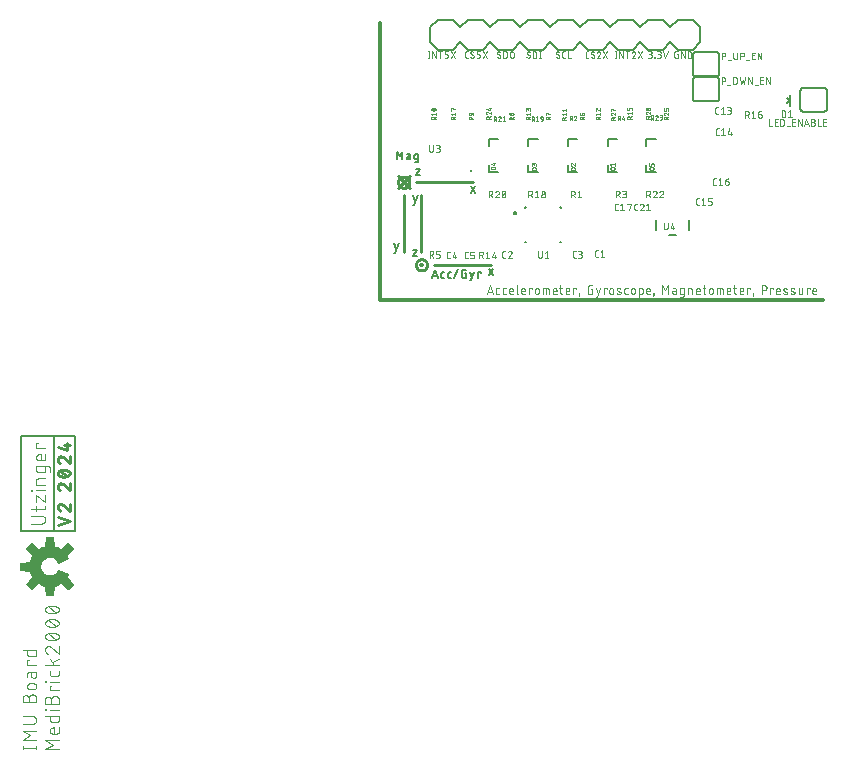
<source format=gbr>
G04 EAGLE Gerber RS-274X export*
G75*
%MOMM*%
%FSLAX34Y34*%
%LPD*%
%INSilkscreen Top*%
%IPPOS*%
%AMOC8*
5,1,8,0,0,1.08239X$1,22.5*%
G01*
%ADD10C,0.101600*%
%ADD11C,0.152400*%
%ADD12C,0.254000*%
%ADD13C,0.200000*%
%ADD14C,0.203200*%
%ADD15C,0.076200*%
%ADD16C,0.304800*%
%ADD17C,0.050800*%
%ADD18C,0.127000*%
%ADD19C,0.100000*%
%ADD20C,0.100000*%

G36*
X38578Y204313D02*
X38578Y204313D01*
X38610Y204311D01*
X38661Y204333D01*
X38716Y204345D01*
X38740Y204366D01*
X38770Y204378D01*
X38806Y204420D01*
X38849Y204455D01*
X38862Y204485D01*
X38883Y204509D01*
X38904Y204578D01*
X38920Y204614D01*
X38920Y204629D01*
X38925Y204648D01*
X39719Y212467D01*
X42193Y213259D01*
X42216Y213272D01*
X42251Y213283D01*
X44561Y214472D01*
X50652Y209505D01*
X50680Y209491D01*
X50704Y209470D01*
X50757Y209454D01*
X50807Y209429D01*
X50839Y209429D01*
X50870Y209420D01*
X50925Y209430D01*
X50981Y209430D01*
X51009Y209445D01*
X51041Y209450D01*
X51100Y209490D01*
X51136Y209508D01*
X51145Y209520D01*
X51161Y209531D01*
X55469Y213839D01*
X55486Y213866D01*
X55510Y213887D01*
X55531Y213939D01*
X55560Y213986D01*
X55563Y214018D01*
X55575Y214048D01*
X55572Y214103D01*
X55577Y214159D01*
X55565Y214189D01*
X55563Y214221D01*
X55529Y214284D01*
X55515Y214321D01*
X55504Y214331D01*
X55495Y214348D01*
X50528Y220439D01*
X51718Y222748D01*
X51734Y222812D01*
X51757Y222875D01*
X51755Y222896D01*
X51760Y222916D01*
X51746Y222981D01*
X51739Y223047D01*
X51728Y223065D01*
X51723Y223085D01*
X51682Y223137D01*
X51646Y223193D01*
X51627Y223206D01*
X51615Y223221D01*
X51581Y223237D01*
X51526Y223273D01*
X42864Y226861D01*
X42831Y226867D01*
X42802Y226881D01*
X42747Y226880D01*
X42693Y226889D01*
X42661Y226880D01*
X42629Y226880D01*
X42580Y226855D01*
X42527Y226839D01*
X42503Y226816D01*
X42474Y226802D01*
X42429Y226747D01*
X42401Y226720D01*
X42395Y226705D01*
X42383Y226689D01*
X41678Y225371D01*
X40754Y224245D01*
X39628Y223321D01*
X38344Y222635D01*
X36950Y222212D01*
X35501Y222069D01*
X33982Y222226D01*
X32529Y222689D01*
X31200Y223440D01*
X30053Y224446D01*
X29136Y225665D01*
X28486Y227046D01*
X28133Y228530D01*
X28090Y230055D01*
X28360Y231557D01*
X28930Y232972D01*
X29778Y234240D01*
X30867Y235309D01*
X32151Y236133D01*
X33577Y236677D01*
X35083Y236919D01*
X36607Y236847D01*
X38085Y236466D01*
X39453Y235792D01*
X40655Y234852D01*
X41639Y233686D01*
X42384Y232309D01*
X42405Y232286D01*
X42418Y232257D01*
X42461Y232221D01*
X42498Y232180D01*
X42528Y232168D01*
X42552Y232148D01*
X42607Y232135D01*
X42659Y232114D01*
X42691Y232117D01*
X42722Y232110D01*
X42793Y232124D01*
X42832Y232127D01*
X42845Y232135D01*
X42864Y232139D01*
X51526Y235727D01*
X51580Y235766D01*
X51637Y235798D01*
X51649Y235815D01*
X51666Y235828D01*
X51698Y235886D01*
X51735Y235941D01*
X51738Y235962D01*
X51748Y235981D01*
X51750Y236047D01*
X51759Y236113D01*
X51752Y236136D01*
X51753Y236154D01*
X51736Y236189D01*
X51718Y236252D01*
X50528Y238561D01*
X55495Y244652D01*
X55509Y244680D01*
X55530Y244704D01*
X55546Y244757D01*
X55571Y244807D01*
X55571Y244839D01*
X55580Y244870D01*
X55570Y244925D01*
X55570Y244981D01*
X55555Y245009D01*
X55550Y245041D01*
X55510Y245100D01*
X55492Y245136D01*
X55480Y245145D01*
X55469Y245161D01*
X51161Y249469D01*
X51134Y249486D01*
X51113Y249510D01*
X51061Y249531D01*
X51014Y249560D01*
X50982Y249563D01*
X50952Y249575D01*
X50897Y249572D01*
X50841Y249577D01*
X50811Y249565D01*
X50779Y249563D01*
X50716Y249529D01*
X50679Y249515D01*
X50669Y249504D01*
X50652Y249495D01*
X44561Y244528D01*
X42251Y245717D01*
X42239Y245720D01*
X42232Y245725D01*
X42217Y245728D01*
X42193Y245741D01*
X39719Y246533D01*
X38925Y254352D01*
X38915Y254383D01*
X38914Y254415D01*
X38887Y254464D01*
X38869Y254516D01*
X38846Y254539D01*
X38831Y254567D01*
X38785Y254599D01*
X38746Y254638D01*
X38715Y254648D01*
X38689Y254667D01*
X38619Y254680D01*
X38581Y254693D01*
X38566Y254691D01*
X38547Y254694D01*
X32453Y254694D01*
X32422Y254687D01*
X32390Y254689D01*
X32339Y254667D01*
X32284Y254655D01*
X32260Y254634D01*
X32230Y254622D01*
X32194Y254580D01*
X32151Y254545D01*
X32138Y254515D01*
X32117Y254491D01*
X32096Y254422D01*
X32080Y254386D01*
X32080Y254371D01*
X32075Y254352D01*
X31281Y246533D01*
X28807Y245741D01*
X28784Y245728D01*
X28749Y245717D01*
X26439Y244528D01*
X20348Y249495D01*
X20320Y249509D01*
X20296Y249530D01*
X20243Y249546D01*
X20193Y249571D01*
X20161Y249571D01*
X20130Y249580D01*
X20075Y249570D01*
X20019Y249570D01*
X19991Y249555D01*
X19959Y249550D01*
X19900Y249510D01*
X19865Y249492D01*
X19855Y249480D01*
X19839Y249469D01*
X15531Y245161D01*
X15514Y245134D01*
X15490Y245113D01*
X15469Y245061D01*
X15440Y245014D01*
X15437Y244982D01*
X15425Y244952D01*
X15429Y244897D01*
X15423Y244841D01*
X15435Y244811D01*
X15437Y244779D01*
X15471Y244716D01*
X15485Y244679D01*
X15496Y244669D01*
X15505Y244652D01*
X20472Y238561D01*
X19283Y236251D01*
X19276Y236225D01*
X19259Y236193D01*
X18467Y233719D01*
X10648Y232925D01*
X10617Y232915D01*
X10585Y232914D01*
X10536Y232887D01*
X10484Y232869D01*
X10461Y232846D01*
X10433Y232831D01*
X10401Y232785D01*
X10362Y232746D01*
X10352Y232715D01*
X10333Y232689D01*
X10320Y232619D01*
X10307Y232581D01*
X10309Y232566D01*
X10306Y232547D01*
X10306Y226453D01*
X10313Y226422D01*
X10311Y226390D01*
X10333Y226339D01*
X10345Y226284D01*
X10366Y226260D01*
X10378Y226230D01*
X10420Y226194D01*
X10455Y226151D01*
X10485Y226138D01*
X10509Y226117D01*
X10578Y226096D01*
X10614Y226080D01*
X10629Y226080D01*
X10648Y226075D01*
X18467Y225281D01*
X19259Y222807D01*
X19272Y222784D01*
X19283Y222749D01*
X20472Y220439D01*
X15505Y214348D01*
X15491Y214320D01*
X15470Y214296D01*
X15454Y214243D01*
X15429Y214193D01*
X15429Y214161D01*
X15420Y214130D01*
X15430Y214075D01*
X15430Y214019D01*
X15445Y213991D01*
X15450Y213959D01*
X15490Y213900D01*
X15508Y213865D01*
X15520Y213855D01*
X15531Y213839D01*
X19839Y209531D01*
X19866Y209514D01*
X19887Y209490D01*
X19939Y209469D01*
X19986Y209440D01*
X20018Y209437D01*
X20048Y209425D01*
X20103Y209429D01*
X20159Y209423D01*
X20189Y209435D01*
X20221Y209437D01*
X20284Y209471D01*
X20321Y209485D01*
X20331Y209496D01*
X20348Y209505D01*
X26439Y214472D01*
X28749Y213283D01*
X28775Y213276D01*
X28807Y213259D01*
X31281Y212467D01*
X32075Y204648D01*
X32085Y204617D01*
X32086Y204585D01*
X32113Y204536D01*
X32131Y204484D01*
X32154Y204461D01*
X32169Y204433D01*
X32215Y204401D01*
X32254Y204362D01*
X32285Y204352D01*
X32311Y204333D01*
X32381Y204320D01*
X32419Y204307D01*
X32434Y204309D01*
X32453Y204306D01*
X38547Y204306D01*
X38578Y204313D01*
G37*
D10*
X12258Y76306D02*
X23942Y76306D01*
X23942Y75008D02*
X23942Y77604D01*
X12258Y77604D02*
X12258Y75008D01*
X12258Y82699D02*
X23942Y82699D01*
X18749Y86593D02*
X12258Y82699D01*
X18749Y86593D02*
X12258Y90488D01*
X23942Y90488D01*
X20696Y96302D02*
X12258Y96302D01*
X20696Y96301D02*
X20809Y96303D01*
X20922Y96309D01*
X21035Y96319D01*
X21148Y96333D01*
X21260Y96350D01*
X21371Y96372D01*
X21481Y96397D01*
X21591Y96427D01*
X21699Y96460D01*
X21806Y96497D01*
X21912Y96537D01*
X22016Y96582D01*
X22119Y96630D01*
X22220Y96681D01*
X22319Y96736D01*
X22416Y96794D01*
X22511Y96856D01*
X22604Y96921D01*
X22694Y96989D01*
X22782Y97060D01*
X22868Y97135D01*
X22951Y97212D01*
X23031Y97292D01*
X23108Y97375D01*
X23183Y97461D01*
X23254Y97549D01*
X23322Y97639D01*
X23387Y97732D01*
X23449Y97827D01*
X23507Y97924D01*
X23562Y98023D01*
X23613Y98124D01*
X23661Y98227D01*
X23706Y98331D01*
X23746Y98437D01*
X23783Y98544D01*
X23816Y98652D01*
X23846Y98762D01*
X23871Y98872D01*
X23893Y98983D01*
X23910Y99095D01*
X23924Y99208D01*
X23934Y99321D01*
X23940Y99434D01*
X23942Y99547D01*
X23940Y99660D01*
X23934Y99773D01*
X23924Y99886D01*
X23910Y99999D01*
X23893Y100111D01*
X23871Y100222D01*
X23846Y100332D01*
X23816Y100442D01*
X23783Y100550D01*
X23746Y100657D01*
X23706Y100763D01*
X23661Y100867D01*
X23613Y100970D01*
X23562Y101071D01*
X23507Y101170D01*
X23449Y101267D01*
X23387Y101362D01*
X23322Y101455D01*
X23254Y101545D01*
X23183Y101633D01*
X23108Y101719D01*
X23031Y101802D01*
X22951Y101882D01*
X22868Y101959D01*
X22782Y102034D01*
X22694Y102105D01*
X22604Y102173D01*
X22511Y102238D01*
X22416Y102300D01*
X22319Y102358D01*
X22220Y102413D01*
X22119Y102464D01*
X22016Y102512D01*
X21912Y102557D01*
X21806Y102597D01*
X21699Y102634D01*
X21591Y102667D01*
X21481Y102697D01*
X21371Y102722D01*
X21260Y102744D01*
X21148Y102761D01*
X21035Y102775D01*
X20922Y102785D01*
X20809Y102791D01*
X20696Y102793D01*
X12258Y102793D01*
X17451Y114759D02*
X17451Y118005D01*
X17450Y118005D02*
X17452Y118118D01*
X17458Y118231D01*
X17468Y118344D01*
X17482Y118457D01*
X17499Y118569D01*
X17521Y118680D01*
X17546Y118790D01*
X17576Y118900D01*
X17609Y119008D01*
X17646Y119115D01*
X17686Y119221D01*
X17731Y119325D01*
X17779Y119428D01*
X17830Y119529D01*
X17885Y119628D01*
X17943Y119725D01*
X18005Y119820D01*
X18070Y119913D01*
X18138Y120003D01*
X18209Y120091D01*
X18284Y120177D01*
X18361Y120260D01*
X18441Y120340D01*
X18524Y120417D01*
X18610Y120492D01*
X18698Y120563D01*
X18788Y120631D01*
X18881Y120696D01*
X18976Y120758D01*
X19073Y120816D01*
X19172Y120871D01*
X19273Y120922D01*
X19376Y120970D01*
X19480Y121015D01*
X19586Y121055D01*
X19693Y121092D01*
X19801Y121125D01*
X19911Y121155D01*
X20021Y121180D01*
X20132Y121202D01*
X20244Y121219D01*
X20357Y121233D01*
X20470Y121243D01*
X20583Y121249D01*
X20696Y121251D01*
X20809Y121249D01*
X20922Y121243D01*
X21035Y121233D01*
X21148Y121219D01*
X21260Y121202D01*
X21371Y121180D01*
X21481Y121155D01*
X21591Y121125D01*
X21699Y121092D01*
X21806Y121055D01*
X21912Y121015D01*
X22016Y120970D01*
X22119Y120922D01*
X22220Y120871D01*
X22319Y120816D01*
X22416Y120758D01*
X22511Y120696D01*
X22604Y120631D01*
X22694Y120563D01*
X22782Y120492D01*
X22868Y120417D01*
X22951Y120340D01*
X23031Y120260D01*
X23108Y120177D01*
X23183Y120091D01*
X23254Y120003D01*
X23322Y119913D01*
X23387Y119820D01*
X23449Y119725D01*
X23507Y119628D01*
X23562Y119529D01*
X23613Y119428D01*
X23661Y119325D01*
X23706Y119221D01*
X23746Y119115D01*
X23783Y119008D01*
X23816Y118900D01*
X23846Y118790D01*
X23871Y118680D01*
X23893Y118569D01*
X23910Y118457D01*
X23924Y118344D01*
X23934Y118231D01*
X23940Y118118D01*
X23942Y118005D01*
X23942Y114759D01*
X12258Y114759D01*
X12258Y118005D01*
X12260Y118106D01*
X12266Y118206D01*
X12276Y118306D01*
X12289Y118406D01*
X12307Y118505D01*
X12328Y118604D01*
X12353Y118701D01*
X12382Y118798D01*
X12415Y118893D01*
X12451Y118987D01*
X12491Y119079D01*
X12534Y119170D01*
X12581Y119259D01*
X12631Y119346D01*
X12685Y119432D01*
X12742Y119515D01*
X12802Y119595D01*
X12865Y119674D01*
X12932Y119750D01*
X13001Y119823D01*
X13073Y119893D01*
X13147Y119961D01*
X13224Y120026D01*
X13304Y120087D01*
X13386Y120146D01*
X13470Y120201D01*
X13556Y120253D01*
X13644Y120302D01*
X13734Y120347D01*
X13826Y120389D01*
X13919Y120427D01*
X14014Y120461D01*
X14109Y120492D01*
X14206Y120519D01*
X14304Y120542D01*
X14403Y120562D01*
X14503Y120577D01*
X14603Y120589D01*
X14703Y120597D01*
X14804Y120601D01*
X14904Y120601D01*
X15005Y120597D01*
X15105Y120589D01*
X15205Y120577D01*
X15305Y120562D01*
X15404Y120542D01*
X15502Y120519D01*
X15599Y120492D01*
X15694Y120461D01*
X15789Y120427D01*
X15882Y120389D01*
X15974Y120347D01*
X16064Y120302D01*
X16152Y120253D01*
X16238Y120201D01*
X16322Y120146D01*
X16404Y120087D01*
X16484Y120026D01*
X16561Y119961D01*
X16635Y119893D01*
X16707Y119823D01*
X16776Y119750D01*
X16843Y119674D01*
X16906Y119595D01*
X16966Y119515D01*
X17023Y119432D01*
X17077Y119346D01*
X17127Y119259D01*
X17174Y119170D01*
X17217Y119079D01*
X17257Y118987D01*
X17293Y118893D01*
X17326Y118798D01*
X17355Y118701D01*
X17380Y118604D01*
X17401Y118505D01*
X17419Y118406D01*
X17432Y118306D01*
X17442Y118206D01*
X17448Y118106D01*
X17450Y118005D01*
X18749Y125526D02*
X21346Y125526D01*
X18749Y125526D02*
X18648Y125528D01*
X18548Y125534D01*
X18448Y125544D01*
X18348Y125557D01*
X18249Y125575D01*
X18150Y125596D01*
X18053Y125621D01*
X17956Y125650D01*
X17861Y125683D01*
X17767Y125719D01*
X17675Y125759D01*
X17584Y125802D01*
X17495Y125849D01*
X17408Y125899D01*
X17322Y125953D01*
X17239Y126010D01*
X17159Y126070D01*
X17080Y126133D01*
X17004Y126200D01*
X16931Y126269D01*
X16861Y126341D01*
X16793Y126415D01*
X16728Y126492D01*
X16667Y126572D01*
X16608Y126654D01*
X16553Y126738D01*
X16501Y126824D01*
X16452Y126912D01*
X16407Y127002D01*
X16365Y127094D01*
X16327Y127187D01*
X16293Y127282D01*
X16262Y127377D01*
X16235Y127474D01*
X16212Y127572D01*
X16192Y127671D01*
X16177Y127771D01*
X16165Y127871D01*
X16157Y127971D01*
X16153Y128072D01*
X16153Y128172D01*
X16157Y128273D01*
X16165Y128373D01*
X16177Y128473D01*
X16192Y128573D01*
X16212Y128672D01*
X16235Y128770D01*
X16262Y128867D01*
X16293Y128962D01*
X16327Y129057D01*
X16365Y129150D01*
X16407Y129242D01*
X16452Y129332D01*
X16501Y129420D01*
X16553Y129506D01*
X16608Y129590D01*
X16667Y129672D01*
X16728Y129752D01*
X16793Y129829D01*
X16861Y129903D01*
X16931Y129975D01*
X17004Y130044D01*
X17080Y130111D01*
X17159Y130174D01*
X17239Y130234D01*
X17322Y130291D01*
X17408Y130345D01*
X17495Y130395D01*
X17584Y130442D01*
X17675Y130485D01*
X17767Y130525D01*
X17861Y130561D01*
X17956Y130594D01*
X18053Y130623D01*
X18150Y130648D01*
X18249Y130669D01*
X18348Y130687D01*
X18448Y130700D01*
X18548Y130710D01*
X18648Y130716D01*
X18749Y130718D01*
X18749Y130719D02*
X21346Y130719D01*
X21346Y130718D02*
X21447Y130716D01*
X21547Y130710D01*
X21647Y130700D01*
X21747Y130687D01*
X21846Y130669D01*
X21945Y130648D01*
X22042Y130623D01*
X22139Y130594D01*
X22234Y130561D01*
X22328Y130525D01*
X22420Y130485D01*
X22511Y130442D01*
X22600Y130395D01*
X22687Y130345D01*
X22773Y130291D01*
X22856Y130234D01*
X22936Y130174D01*
X23015Y130111D01*
X23091Y130044D01*
X23164Y129975D01*
X23234Y129903D01*
X23302Y129829D01*
X23367Y129752D01*
X23428Y129672D01*
X23487Y129590D01*
X23542Y129506D01*
X23594Y129420D01*
X23643Y129332D01*
X23688Y129242D01*
X23730Y129150D01*
X23768Y129057D01*
X23802Y128962D01*
X23833Y128867D01*
X23860Y128770D01*
X23883Y128672D01*
X23903Y128573D01*
X23918Y128473D01*
X23930Y128373D01*
X23938Y128273D01*
X23942Y128172D01*
X23942Y128072D01*
X23938Y127971D01*
X23930Y127871D01*
X23918Y127771D01*
X23903Y127671D01*
X23883Y127572D01*
X23860Y127474D01*
X23833Y127377D01*
X23802Y127282D01*
X23768Y127187D01*
X23730Y127094D01*
X23688Y127002D01*
X23643Y126912D01*
X23594Y126824D01*
X23542Y126738D01*
X23487Y126654D01*
X23428Y126572D01*
X23367Y126492D01*
X23302Y126415D01*
X23234Y126341D01*
X23164Y126269D01*
X23091Y126200D01*
X23015Y126133D01*
X22936Y126070D01*
X22856Y126010D01*
X22773Y125953D01*
X22687Y125899D01*
X22600Y125849D01*
X22511Y125802D01*
X22420Y125759D01*
X22328Y125719D01*
X22234Y125683D01*
X22139Y125650D01*
X22042Y125621D01*
X21945Y125596D01*
X21846Y125575D01*
X21747Y125557D01*
X21647Y125544D01*
X21547Y125534D01*
X21447Y125528D01*
X21346Y125526D01*
X19398Y137645D02*
X19398Y140566D01*
X19398Y137645D02*
X19400Y137551D01*
X19406Y137457D01*
X19415Y137364D01*
X19429Y137271D01*
X19446Y137179D01*
X19468Y137087D01*
X19492Y136997D01*
X19521Y136907D01*
X19553Y136819D01*
X19589Y136732D01*
X19629Y136647D01*
X19672Y136564D01*
X19718Y136482D01*
X19768Y136402D01*
X19821Y136325D01*
X19877Y136250D01*
X19936Y136177D01*
X19998Y136106D01*
X20063Y136038D01*
X20131Y135973D01*
X20202Y135911D01*
X20275Y135852D01*
X20350Y135796D01*
X20427Y135743D01*
X20507Y135693D01*
X20589Y135647D01*
X20672Y135604D01*
X20757Y135564D01*
X20844Y135528D01*
X20932Y135496D01*
X21022Y135467D01*
X21112Y135443D01*
X21204Y135421D01*
X21296Y135404D01*
X21389Y135390D01*
X21482Y135381D01*
X21576Y135375D01*
X21670Y135373D01*
X21764Y135375D01*
X21858Y135381D01*
X21951Y135390D01*
X22044Y135404D01*
X22136Y135421D01*
X22228Y135443D01*
X22318Y135467D01*
X22408Y135496D01*
X22496Y135528D01*
X22583Y135564D01*
X22668Y135604D01*
X22751Y135647D01*
X22833Y135693D01*
X22913Y135743D01*
X22990Y135796D01*
X23065Y135852D01*
X23138Y135911D01*
X23209Y135973D01*
X23277Y136038D01*
X23342Y136106D01*
X23404Y136177D01*
X23463Y136250D01*
X23519Y136325D01*
X23572Y136402D01*
X23622Y136482D01*
X23668Y136564D01*
X23711Y136647D01*
X23751Y136732D01*
X23787Y136819D01*
X23819Y136907D01*
X23848Y136997D01*
X23872Y137087D01*
X23894Y137179D01*
X23911Y137271D01*
X23925Y137364D01*
X23934Y137457D01*
X23940Y137551D01*
X23942Y137645D01*
X23942Y140566D01*
X18100Y140566D01*
X18100Y140565D02*
X18013Y140563D01*
X17925Y140557D01*
X17839Y140547D01*
X17752Y140534D01*
X17667Y140516D01*
X17582Y140495D01*
X17498Y140470D01*
X17416Y140441D01*
X17335Y140408D01*
X17255Y140372D01*
X17177Y140333D01*
X17101Y140289D01*
X17027Y140243D01*
X16956Y140193D01*
X16886Y140140D01*
X16819Y140084D01*
X16755Y140025D01*
X16693Y139963D01*
X16634Y139899D01*
X16578Y139832D01*
X16525Y139762D01*
X16475Y139691D01*
X16429Y139617D01*
X16385Y139541D01*
X16346Y139463D01*
X16310Y139383D01*
X16277Y139302D01*
X16248Y139220D01*
X16223Y139136D01*
X16202Y139051D01*
X16184Y138966D01*
X16171Y138879D01*
X16161Y138793D01*
X16155Y138705D01*
X16153Y138618D01*
X16153Y136022D01*
X16153Y146166D02*
X23942Y146166D01*
X16153Y146166D02*
X16153Y150061D01*
X17451Y150061D01*
X12258Y158854D02*
X23942Y158854D01*
X23942Y155608D01*
X23940Y155521D01*
X23934Y155433D01*
X23924Y155347D01*
X23911Y155260D01*
X23893Y155175D01*
X23872Y155090D01*
X23847Y155006D01*
X23818Y154924D01*
X23785Y154843D01*
X23749Y154763D01*
X23710Y154685D01*
X23666Y154609D01*
X23620Y154535D01*
X23570Y154464D01*
X23517Y154394D01*
X23461Y154327D01*
X23402Y154263D01*
X23340Y154201D01*
X23276Y154142D01*
X23209Y154086D01*
X23139Y154033D01*
X23068Y153983D01*
X22994Y153937D01*
X22918Y153893D01*
X22840Y153854D01*
X22760Y153818D01*
X22679Y153785D01*
X22597Y153756D01*
X22513Y153731D01*
X22428Y153710D01*
X22343Y153692D01*
X22256Y153679D01*
X22170Y153669D01*
X22082Y153663D01*
X21995Y153661D01*
X18100Y153661D01*
X18013Y153663D01*
X17925Y153669D01*
X17839Y153679D01*
X17752Y153692D01*
X17667Y153710D01*
X17582Y153731D01*
X17498Y153756D01*
X17416Y153785D01*
X17335Y153818D01*
X17255Y153854D01*
X17177Y153893D01*
X17101Y153937D01*
X17027Y153983D01*
X16956Y154033D01*
X16886Y154086D01*
X16819Y154142D01*
X16755Y154201D01*
X16693Y154263D01*
X16634Y154327D01*
X16578Y154394D01*
X16525Y154464D01*
X16475Y154535D01*
X16429Y154609D01*
X16385Y154685D01*
X16346Y154763D01*
X16310Y154843D01*
X16277Y154924D01*
X16248Y155006D01*
X16223Y155090D01*
X16202Y155175D01*
X16184Y155260D01*
X16171Y155347D01*
X16161Y155433D01*
X16155Y155521D01*
X16153Y155608D01*
X16153Y158854D01*
X31308Y75008D02*
X42992Y75008D01*
X37799Y78903D02*
X31308Y75008D01*
X37799Y78903D02*
X31308Y82797D01*
X42992Y82797D01*
X42992Y90065D02*
X42992Y93310D01*
X42992Y90065D02*
X42990Y89978D01*
X42984Y89890D01*
X42974Y89804D01*
X42961Y89717D01*
X42943Y89632D01*
X42922Y89547D01*
X42897Y89463D01*
X42868Y89381D01*
X42835Y89300D01*
X42799Y89220D01*
X42760Y89142D01*
X42716Y89066D01*
X42670Y88992D01*
X42620Y88921D01*
X42567Y88851D01*
X42511Y88784D01*
X42452Y88720D01*
X42390Y88658D01*
X42326Y88599D01*
X42259Y88543D01*
X42189Y88490D01*
X42118Y88440D01*
X42044Y88394D01*
X41968Y88350D01*
X41890Y88311D01*
X41810Y88275D01*
X41729Y88242D01*
X41647Y88213D01*
X41563Y88188D01*
X41478Y88167D01*
X41393Y88149D01*
X41306Y88136D01*
X41220Y88126D01*
X41132Y88120D01*
X41045Y88118D01*
X41045Y88117D02*
X37799Y88117D01*
X37799Y88118D02*
X37698Y88120D01*
X37598Y88126D01*
X37498Y88136D01*
X37398Y88149D01*
X37299Y88167D01*
X37200Y88188D01*
X37103Y88213D01*
X37006Y88242D01*
X36911Y88275D01*
X36817Y88311D01*
X36725Y88351D01*
X36634Y88394D01*
X36545Y88441D01*
X36458Y88491D01*
X36372Y88545D01*
X36289Y88602D01*
X36209Y88662D01*
X36130Y88725D01*
X36054Y88792D01*
X35981Y88861D01*
X35911Y88933D01*
X35843Y89007D01*
X35778Y89084D01*
X35717Y89164D01*
X35658Y89246D01*
X35603Y89330D01*
X35551Y89416D01*
X35502Y89504D01*
X35457Y89594D01*
X35415Y89686D01*
X35377Y89779D01*
X35343Y89874D01*
X35312Y89969D01*
X35285Y90066D01*
X35262Y90164D01*
X35242Y90263D01*
X35227Y90363D01*
X35215Y90463D01*
X35207Y90563D01*
X35203Y90664D01*
X35203Y90764D01*
X35207Y90865D01*
X35215Y90965D01*
X35227Y91065D01*
X35242Y91165D01*
X35262Y91264D01*
X35285Y91362D01*
X35312Y91459D01*
X35343Y91554D01*
X35377Y91649D01*
X35415Y91742D01*
X35457Y91834D01*
X35502Y91924D01*
X35551Y92012D01*
X35603Y92098D01*
X35658Y92182D01*
X35717Y92264D01*
X35778Y92344D01*
X35843Y92421D01*
X35911Y92495D01*
X35981Y92567D01*
X36054Y92636D01*
X36130Y92703D01*
X36209Y92766D01*
X36289Y92826D01*
X36372Y92883D01*
X36458Y92937D01*
X36545Y92987D01*
X36634Y93034D01*
X36725Y93077D01*
X36817Y93117D01*
X36911Y93153D01*
X37006Y93186D01*
X37103Y93215D01*
X37200Y93240D01*
X37299Y93261D01*
X37398Y93279D01*
X37498Y93292D01*
X37598Y93302D01*
X37698Y93308D01*
X37799Y93310D01*
X39097Y93310D01*
X39097Y88117D01*
X42992Y103157D02*
X31308Y103157D01*
X42992Y103157D02*
X42992Y99912D01*
X42990Y99825D01*
X42984Y99737D01*
X42974Y99651D01*
X42961Y99564D01*
X42943Y99479D01*
X42922Y99394D01*
X42897Y99310D01*
X42868Y99228D01*
X42835Y99147D01*
X42799Y99067D01*
X42760Y98989D01*
X42716Y98913D01*
X42670Y98839D01*
X42620Y98768D01*
X42567Y98698D01*
X42511Y98631D01*
X42452Y98567D01*
X42390Y98505D01*
X42326Y98446D01*
X42259Y98390D01*
X42189Y98337D01*
X42118Y98287D01*
X42044Y98241D01*
X41968Y98197D01*
X41890Y98158D01*
X41810Y98122D01*
X41729Y98089D01*
X41647Y98060D01*
X41563Y98035D01*
X41478Y98014D01*
X41393Y97996D01*
X41306Y97983D01*
X41220Y97973D01*
X41132Y97967D01*
X41045Y97965D01*
X41045Y97964D02*
X37150Y97964D01*
X37150Y97965D02*
X37063Y97967D01*
X36975Y97973D01*
X36889Y97983D01*
X36802Y97996D01*
X36717Y98014D01*
X36632Y98035D01*
X36548Y98060D01*
X36466Y98089D01*
X36385Y98122D01*
X36305Y98158D01*
X36227Y98197D01*
X36151Y98241D01*
X36077Y98287D01*
X36006Y98337D01*
X35936Y98390D01*
X35869Y98446D01*
X35805Y98505D01*
X35743Y98567D01*
X35684Y98631D01*
X35628Y98698D01*
X35575Y98768D01*
X35525Y98839D01*
X35479Y98913D01*
X35435Y98989D01*
X35396Y99067D01*
X35360Y99147D01*
X35327Y99228D01*
X35298Y99310D01*
X35273Y99394D01*
X35252Y99479D01*
X35234Y99564D01*
X35221Y99651D01*
X35211Y99737D01*
X35205Y99825D01*
X35203Y99912D01*
X35203Y103157D01*
X35203Y108240D02*
X42992Y108240D01*
X31957Y107915D02*
X31308Y107915D01*
X31308Y108564D01*
X31957Y108564D01*
X31957Y107915D01*
X36501Y113545D02*
X36501Y116791D01*
X36500Y116791D02*
X36502Y116904D01*
X36508Y117017D01*
X36518Y117130D01*
X36532Y117243D01*
X36549Y117355D01*
X36571Y117466D01*
X36596Y117576D01*
X36626Y117686D01*
X36659Y117794D01*
X36696Y117901D01*
X36736Y118007D01*
X36781Y118111D01*
X36829Y118214D01*
X36880Y118315D01*
X36935Y118414D01*
X36993Y118511D01*
X37055Y118606D01*
X37120Y118699D01*
X37188Y118789D01*
X37259Y118877D01*
X37334Y118963D01*
X37411Y119046D01*
X37491Y119126D01*
X37574Y119203D01*
X37660Y119278D01*
X37748Y119349D01*
X37838Y119417D01*
X37931Y119482D01*
X38026Y119544D01*
X38123Y119602D01*
X38222Y119657D01*
X38323Y119708D01*
X38426Y119756D01*
X38530Y119801D01*
X38636Y119841D01*
X38743Y119878D01*
X38851Y119911D01*
X38961Y119941D01*
X39071Y119966D01*
X39182Y119988D01*
X39294Y120005D01*
X39407Y120019D01*
X39520Y120029D01*
X39633Y120035D01*
X39746Y120037D01*
X39859Y120035D01*
X39972Y120029D01*
X40085Y120019D01*
X40198Y120005D01*
X40310Y119988D01*
X40421Y119966D01*
X40531Y119941D01*
X40641Y119911D01*
X40749Y119878D01*
X40856Y119841D01*
X40962Y119801D01*
X41066Y119756D01*
X41169Y119708D01*
X41270Y119657D01*
X41369Y119602D01*
X41466Y119544D01*
X41561Y119482D01*
X41654Y119417D01*
X41744Y119349D01*
X41832Y119278D01*
X41918Y119203D01*
X42001Y119126D01*
X42081Y119046D01*
X42158Y118963D01*
X42233Y118877D01*
X42304Y118789D01*
X42372Y118699D01*
X42437Y118606D01*
X42499Y118511D01*
X42557Y118414D01*
X42612Y118315D01*
X42663Y118214D01*
X42711Y118111D01*
X42756Y118007D01*
X42796Y117901D01*
X42833Y117794D01*
X42866Y117686D01*
X42896Y117576D01*
X42921Y117466D01*
X42943Y117355D01*
X42960Y117243D01*
X42974Y117130D01*
X42984Y117017D01*
X42990Y116904D01*
X42992Y116791D01*
X42992Y113545D01*
X31308Y113545D01*
X31308Y116791D01*
X31310Y116892D01*
X31316Y116992D01*
X31326Y117092D01*
X31339Y117192D01*
X31357Y117291D01*
X31378Y117390D01*
X31403Y117487D01*
X31432Y117584D01*
X31465Y117679D01*
X31501Y117773D01*
X31541Y117865D01*
X31584Y117956D01*
X31631Y118045D01*
X31681Y118132D01*
X31735Y118218D01*
X31792Y118301D01*
X31852Y118381D01*
X31915Y118460D01*
X31982Y118536D01*
X32051Y118609D01*
X32123Y118679D01*
X32197Y118747D01*
X32274Y118812D01*
X32354Y118873D01*
X32436Y118932D01*
X32520Y118987D01*
X32606Y119039D01*
X32694Y119088D01*
X32784Y119133D01*
X32876Y119175D01*
X32969Y119213D01*
X33064Y119247D01*
X33159Y119278D01*
X33256Y119305D01*
X33354Y119328D01*
X33453Y119348D01*
X33553Y119363D01*
X33653Y119375D01*
X33753Y119383D01*
X33854Y119387D01*
X33954Y119387D01*
X34055Y119383D01*
X34155Y119375D01*
X34255Y119363D01*
X34355Y119348D01*
X34454Y119328D01*
X34552Y119305D01*
X34649Y119278D01*
X34744Y119247D01*
X34839Y119213D01*
X34932Y119175D01*
X35024Y119133D01*
X35114Y119088D01*
X35202Y119039D01*
X35288Y118987D01*
X35372Y118932D01*
X35454Y118873D01*
X35534Y118812D01*
X35611Y118747D01*
X35685Y118679D01*
X35757Y118609D01*
X35826Y118536D01*
X35893Y118460D01*
X35956Y118381D01*
X36016Y118301D01*
X36073Y118218D01*
X36127Y118132D01*
X36177Y118045D01*
X36224Y117956D01*
X36267Y117865D01*
X36307Y117773D01*
X36343Y117679D01*
X36376Y117584D01*
X36405Y117487D01*
X36430Y117390D01*
X36451Y117291D01*
X36469Y117192D01*
X36482Y117092D01*
X36492Y116992D01*
X36498Y116892D01*
X36500Y116791D01*
X35203Y124760D02*
X42992Y124760D01*
X35203Y124760D02*
X35203Y128654D01*
X36501Y128654D01*
X35203Y132243D02*
X42992Y132243D01*
X31957Y131918D02*
X31308Y131918D01*
X31308Y132567D01*
X31957Y132567D01*
X31957Y131918D01*
X42992Y138846D02*
X42992Y141442D01*
X42992Y138846D02*
X42990Y138759D01*
X42984Y138671D01*
X42974Y138585D01*
X42961Y138498D01*
X42943Y138413D01*
X42922Y138328D01*
X42897Y138244D01*
X42868Y138162D01*
X42835Y138081D01*
X42799Y138001D01*
X42760Y137923D01*
X42716Y137847D01*
X42670Y137773D01*
X42620Y137702D01*
X42567Y137632D01*
X42511Y137565D01*
X42452Y137501D01*
X42390Y137439D01*
X42326Y137380D01*
X42259Y137324D01*
X42189Y137271D01*
X42118Y137221D01*
X42044Y137175D01*
X41968Y137131D01*
X41890Y137092D01*
X41810Y137056D01*
X41729Y137023D01*
X41647Y136994D01*
X41563Y136969D01*
X41478Y136948D01*
X41393Y136930D01*
X41306Y136917D01*
X41220Y136907D01*
X41132Y136901D01*
X41045Y136899D01*
X41045Y136898D02*
X37150Y136898D01*
X37150Y136899D02*
X37063Y136901D01*
X36975Y136907D01*
X36889Y136917D01*
X36802Y136930D01*
X36717Y136948D01*
X36632Y136969D01*
X36548Y136994D01*
X36466Y137023D01*
X36385Y137056D01*
X36305Y137092D01*
X36227Y137131D01*
X36151Y137175D01*
X36077Y137221D01*
X36006Y137271D01*
X35936Y137324D01*
X35869Y137380D01*
X35805Y137439D01*
X35743Y137501D01*
X35684Y137565D01*
X35628Y137632D01*
X35575Y137702D01*
X35525Y137773D01*
X35479Y137847D01*
X35435Y137923D01*
X35396Y138001D01*
X35360Y138081D01*
X35327Y138162D01*
X35298Y138244D01*
X35273Y138328D01*
X35252Y138413D01*
X35234Y138498D01*
X35221Y138585D01*
X35211Y138671D01*
X35205Y138759D01*
X35203Y138846D01*
X35203Y141442D01*
X31308Y146165D02*
X42992Y146165D01*
X39097Y146165D02*
X35203Y151357D01*
X37475Y148436D02*
X42992Y151357D01*
X34229Y162158D02*
X34122Y162156D01*
X34016Y162150D01*
X33910Y162140D01*
X33804Y162127D01*
X33698Y162109D01*
X33594Y162088D01*
X33490Y162063D01*
X33387Y162034D01*
X33286Y162002D01*
X33186Y161965D01*
X33087Y161925D01*
X32989Y161882D01*
X32893Y161835D01*
X32799Y161784D01*
X32707Y161730D01*
X32617Y161673D01*
X32529Y161613D01*
X32444Y161549D01*
X32361Y161482D01*
X32280Y161412D01*
X32202Y161340D01*
X32126Y161264D01*
X32054Y161186D01*
X31984Y161105D01*
X31917Y161022D01*
X31853Y160937D01*
X31793Y160849D01*
X31736Y160759D01*
X31682Y160667D01*
X31631Y160573D01*
X31584Y160477D01*
X31541Y160379D01*
X31501Y160280D01*
X31464Y160180D01*
X31432Y160079D01*
X31403Y159976D01*
X31378Y159872D01*
X31357Y159768D01*
X31339Y159662D01*
X31326Y159556D01*
X31316Y159450D01*
X31310Y159344D01*
X31308Y159237D01*
X31310Y159116D01*
X31316Y158995D01*
X31326Y158875D01*
X31339Y158754D01*
X31357Y158635D01*
X31378Y158515D01*
X31403Y158397D01*
X31432Y158280D01*
X31465Y158163D01*
X31501Y158048D01*
X31542Y157934D01*
X31585Y157821D01*
X31633Y157709D01*
X31684Y157600D01*
X31739Y157492D01*
X31797Y157385D01*
X31858Y157281D01*
X31923Y157179D01*
X31991Y157079D01*
X32062Y156981D01*
X32136Y156885D01*
X32213Y156792D01*
X32294Y156702D01*
X32377Y156614D01*
X32463Y156529D01*
X32552Y156446D01*
X32643Y156367D01*
X32737Y156290D01*
X32833Y156217D01*
X32931Y156147D01*
X33032Y156080D01*
X33135Y156016D01*
X33240Y155956D01*
X33347Y155898D01*
X33455Y155845D01*
X33565Y155795D01*
X33677Y155749D01*
X33790Y155706D01*
X33905Y155667D01*
X36501Y161184D02*
X36423Y161263D01*
X36343Y161339D01*
X36260Y161412D01*
X36174Y161482D01*
X36087Y161549D01*
X35996Y161613D01*
X35904Y161673D01*
X35810Y161731D01*
X35713Y161785D01*
X35615Y161835D01*
X35515Y161882D01*
X35414Y161926D01*
X35311Y161966D01*
X35206Y162002D01*
X35101Y162034D01*
X34994Y162063D01*
X34887Y162088D01*
X34778Y162110D01*
X34669Y162127D01*
X34560Y162141D01*
X34450Y162150D01*
X34339Y162156D01*
X34229Y162158D01*
X36501Y161184D02*
X42992Y155667D01*
X42992Y162158D01*
X37150Y167097D02*
X36920Y167100D01*
X36690Y167108D01*
X36461Y167122D01*
X36232Y167141D01*
X36003Y167166D01*
X35775Y167196D01*
X35548Y167231D01*
X35322Y167272D01*
X35097Y167318D01*
X34873Y167370D01*
X34650Y167427D01*
X34429Y167489D01*
X34209Y167557D01*
X33991Y167630D01*
X33775Y167708D01*
X33561Y167791D01*
X33349Y167879D01*
X33138Y167972D01*
X32931Y168071D01*
X32931Y168070D02*
X32841Y168103D01*
X32752Y168139D01*
X32664Y168179D01*
X32579Y168223D01*
X32495Y168270D01*
X32413Y168320D01*
X32333Y168374D01*
X32256Y168430D01*
X32180Y168490D01*
X32107Y168553D01*
X32037Y168618D01*
X31969Y168687D01*
X31905Y168758D01*
X31843Y168831D01*
X31784Y168907D01*
X31728Y168985D01*
X31675Y169066D01*
X31626Y169148D01*
X31580Y169232D01*
X31537Y169319D01*
X31498Y169406D01*
X31462Y169496D01*
X31430Y169586D01*
X31402Y169678D01*
X31377Y169771D01*
X31356Y169865D01*
X31339Y169959D01*
X31325Y170054D01*
X31316Y170150D01*
X31310Y170246D01*
X31308Y170342D01*
X31310Y170438D01*
X31316Y170534D01*
X31325Y170630D01*
X31339Y170725D01*
X31356Y170819D01*
X31377Y170913D01*
X31402Y171006D01*
X31430Y171098D01*
X31462Y171188D01*
X31498Y171278D01*
X31537Y171366D01*
X31580Y171452D01*
X31626Y171536D01*
X31675Y171618D01*
X31728Y171699D01*
X31784Y171777D01*
X31843Y171853D01*
X31905Y171926D01*
X31969Y171997D01*
X32037Y172066D01*
X32107Y172131D01*
X32180Y172194D01*
X32256Y172254D01*
X32333Y172310D01*
X32413Y172364D01*
X32495Y172414D01*
X32579Y172461D01*
X32664Y172505D01*
X32752Y172545D01*
X32841Y172581D01*
X32931Y172614D01*
X33138Y172713D01*
X33349Y172806D01*
X33561Y172894D01*
X33775Y172977D01*
X33991Y173055D01*
X34209Y173128D01*
X34429Y173196D01*
X34650Y173258D01*
X34873Y173315D01*
X35097Y173367D01*
X35322Y173413D01*
X35548Y173454D01*
X35775Y173489D01*
X36003Y173519D01*
X36232Y173544D01*
X36461Y173563D01*
X36690Y173577D01*
X36920Y173585D01*
X37150Y173588D01*
X37150Y167097D02*
X37380Y167100D01*
X37610Y167108D01*
X37839Y167122D01*
X38068Y167141D01*
X38297Y167166D01*
X38525Y167196D01*
X38752Y167231D01*
X38978Y167272D01*
X39203Y167318D01*
X39427Y167370D01*
X39650Y167427D01*
X39871Y167489D01*
X40091Y167557D01*
X40309Y167630D01*
X40525Y167708D01*
X40739Y167791D01*
X40951Y167879D01*
X41162Y167972D01*
X41369Y168071D01*
X41369Y168070D02*
X41459Y168103D01*
X41548Y168139D01*
X41636Y168180D01*
X41721Y168223D01*
X41805Y168270D01*
X41887Y168320D01*
X41967Y168374D01*
X42044Y168430D01*
X42120Y168490D01*
X42193Y168553D01*
X42263Y168618D01*
X42331Y168687D01*
X42395Y168758D01*
X42457Y168831D01*
X42516Y168907D01*
X42572Y168985D01*
X42625Y169066D01*
X42674Y169148D01*
X42720Y169232D01*
X42763Y169319D01*
X42802Y169406D01*
X42838Y169496D01*
X42870Y169586D01*
X42898Y169678D01*
X42923Y169771D01*
X42944Y169865D01*
X42961Y169959D01*
X42975Y170054D01*
X42984Y170150D01*
X42990Y170246D01*
X42992Y170342D01*
X41369Y172614D02*
X41162Y172713D01*
X40951Y172806D01*
X40739Y172894D01*
X40525Y172977D01*
X40309Y173055D01*
X40091Y173128D01*
X39871Y173196D01*
X39650Y173258D01*
X39427Y173315D01*
X39203Y173367D01*
X38978Y173413D01*
X38752Y173454D01*
X38525Y173489D01*
X38297Y173519D01*
X38068Y173544D01*
X37839Y173563D01*
X37610Y173577D01*
X37380Y173585D01*
X37150Y173588D01*
X41369Y172614D02*
X41459Y172581D01*
X41548Y172545D01*
X41636Y172505D01*
X41721Y172461D01*
X41805Y172414D01*
X41887Y172364D01*
X41967Y172310D01*
X42044Y172254D01*
X42120Y172194D01*
X42193Y172131D01*
X42263Y172066D01*
X42331Y171997D01*
X42395Y171926D01*
X42457Y171853D01*
X42516Y171777D01*
X42572Y171699D01*
X42625Y171618D01*
X42674Y171536D01*
X42720Y171452D01*
X42763Y171365D01*
X42802Y171278D01*
X42838Y171188D01*
X42870Y171098D01*
X42898Y171006D01*
X42923Y170913D01*
X42944Y170819D01*
X42961Y170725D01*
X42975Y170630D01*
X42984Y170534D01*
X42990Y170438D01*
X42992Y170342D01*
X40396Y167746D02*
X33904Y172939D01*
X37150Y178527D02*
X36920Y178530D01*
X36690Y178538D01*
X36461Y178552D01*
X36232Y178571D01*
X36003Y178596D01*
X35775Y178626D01*
X35548Y178661D01*
X35322Y178702D01*
X35097Y178748D01*
X34873Y178800D01*
X34650Y178857D01*
X34429Y178919D01*
X34209Y178987D01*
X33991Y179060D01*
X33775Y179138D01*
X33561Y179221D01*
X33349Y179309D01*
X33138Y179402D01*
X32931Y179501D01*
X32931Y179500D02*
X32841Y179533D01*
X32752Y179569D01*
X32664Y179609D01*
X32579Y179653D01*
X32495Y179700D01*
X32413Y179750D01*
X32333Y179804D01*
X32256Y179860D01*
X32180Y179920D01*
X32107Y179983D01*
X32037Y180048D01*
X31969Y180117D01*
X31905Y180188D01*
X31843Y180261D01*
X31784Y180337D01*
X31728Y180415D01*
X31675Y180496D01*
X31626Y180578D01*
X31580Y180662D01*
X31537Y180749D01*
X31498Y180836D01*
X31462Y180926D01*
X31430Y181016D01*
X31402Y181108D01*
X31377Y181201D01*
X31356Y181295D01*
X31339Y181389D01*
X31325Y181484D01*
X31316Y181580D01*
X31310Y181676D01*
X31308Y181772D01*
X31310Y181868D01*
X31316Y181964D01*
X31325Y182060D01*
X31339Y182155D01*
X31356Y182249D01*
X31377Y182343D01*
X31402Y182436D01*
X31430Y182528D01*
X31462Y182618D01*
X31498Y182708D01*
X31537Y182796D01*
X31580Y182882D01*
X31626Y182966D01*
X31675Y183048D01*
X31728Y183129D01*
X31784Y183207D01*
X31843Y183283D01*
X31905Y183356D01*
X31969Y183427D01*
X32037Y183496D01*
X32107Y183561D01*
X32180Y183624D01*
X32256Y183684D01*
X32333Y183740D01*
X32413Y183794D01*
X32495Y183844D01*
X32579Y183891D01*
X32664Y183935D01*
X32752Y183975D01*
X32841Y184011D01*
X32931Y184044D01*
X33138Y184143D01*
X33349Y184236D01*
X33561Y184324D01*
X33775Y184407D01*
X33991Y184485D01*
X34209Y184558D01*
X34429Y184626D01*
X34650Y184688D01*
X34873Y184745D01*
X35097Y184797D01*
X35322Y184843D01*
X35548Y184884D01*
X35775Y184919D01*
X36003Y184949D01*
X36232Y184974D01*
X36461Y184993D01*
X36690Y185007D01*
X36920Y185015D01*
X37150Y185018D01*
X37150Y178527D02*
X37380Y178530D01*
X37610Y178538D01*
X37839Y178552D01*
X38068Y178571D01*
X38297Y178596D01*
X38525Y178626D01*
X38752Y178661D01*
X38978Y178702D01*
X39203Y178748D01*
X39427Y178800D01*
X39650Y178857D01*
X39871Y178919D01*
X40091Y178987D01*
X40309Y179060D01*
X40525Y179138D01*
X40739Y179221D01*
X40951Y179309D01*
X41162Y179402D01*
X41369Y179501D01*
X41369Y179500D02*
X41459Y179533D01*
X41548Y179569D01*
X41636Y179610D01*
X41721Y179653D01*
X41805Y179700D01*
X41887Y179750D01*
X41967Y179804D01*
X42044Y179860D01*
X42120Y179920D01*
X42193Y179983D01*
X42263Y180048D01*
X42331Y180117D01*
X42395Y180188D01*
X42457Y180261D01*
X42516Y180337D01*
X42572Y180415D01*
X42625Y180496D01*
X42674Y180578D01*
X42720Y180662D01*
X42763Y180749D01*
X42802Y180836D01*
X42838Y180926D01*
X42870Y181016D01*
X42898Y181108D01*
X42923Y181201D01*
X42944Y181295D01*
X42961Y181389D01*
X42975Y181484D01*
X42984Y181580D01*
X42990Y181676D01*
X42992Y181772D01*
X41369Y184044D02*
X41162Y184143D01*
X40951Y184236D01*
X40739Y184324D01*
X40525Y184407D01*
X40309Y184485D01*
X40091Y184558D01*
X39871Y184626D01*
X39650Y184688D01*
X39427Y184745D01*
X39203Y184797D01*
X38978Y184843D01*
X38752Y184884D01*
X38525Y184919D01*
X38297Y184949D01*
X38068Y184974D01*
X37839Y184993D01*
X37610Y185007D01*
X37380Y185015D01*
X37150Y185018D01*
X41369Y184044D02*
X41459Y184011D01*
X41548Y183975D01*
X41636Y183935D01*
X41721Y183891D01*
X41805Y183844D01*
X41887Y183794D01*
X41967Y183740D01*
X42044Y183684D01*
X42120Y183624D01*
X42193Y183561D01*
X42263Y183496D01*
X42331Y183427D01*
X42395Y183356D01*
X42457Y183283D01*
X42516Y183207D01*
X42572Y183129D01*
X42625Y183048D01*
X42674Y182966D01*
X42720Y182882D01*
X42763Y182795D01*
X42802Y182708D01*
X42838Y182618D01*
X42870Y182528D01*
X42898Y182436D01*
X42923Y182343D01*
X42944Y182249D01*
X42961Y182155D01*
X42975Y182060D01*
X42984Y181964D01*
X42990Y181868D01*
X42992Y181772D01*
X40396Y179176D02*
X33904Y184369D01*
X37150Y189956D02*
X36920Y189959D01*
X36690Y189967D01*
X36461Y189981D01*
X36232Y190000D01*
X36003Y190025D01*
X35775Y190055D01*
X35548Y190090D01*
X35322Y190131D01*
X35097Y190177D01*
X34873Y190229D01*
X34650Y190286D01*
X34429Y190348D01*
X34209Y190416D01*
X33991Y190489D01*
X33775Y190567D01*
X33561Y190650D01*
X33349Y190738D01*
X33138Y190831D01*
X32931Y190930D01*
X32841Y190963D01*
X32752Y190999D01*
X32664Y191039D01*
X32579Y191083D01*
X32495Y191130D01*
X32413Y191180D01*
X32333Y191234D01*
X32256Y191290D01*
X32180Y191350D01*
X32107Y191413D01*
X32037Y191478D01*
X31969Y191547D01*
X31905Y191618D01*
X31843Y191691D01*
X31784Y191767D01*
X31728Y191845D01*
X31675Y191926D01*
X31626Y192008D01*
X31580Y192092D01*
X31537Y192179D01*
X31498Y192266D01*
X31462Y192356D01*
X31430Y192446D01*
X31402Y192538D01*
X31377Y192631D01*
X31356Y192725D01*
X31339Y192819D01*
X31325Y192914D01*
X31316Y193010D01*
X31310Y193106D01*
X31308Y193202D01*
X31310Y193298D01*
X31316Y193394D01*
X31325Y193490D01*
X31339Y193585D01*
X31356Y193679D01*
X31377Y193773D01*
X31402Y193866D01*
X31430Y193958D01*
X31462Y194048D01*
X31498Y194138D01*
X31537Y194226D01*
X31580Y194312D01*
X31626Y194396D01*
X31675Y194478D01*
X31728Y194559D01*
X31784Y194637D01*
X31843Y194713D01*
X31905Y194786D01*
X31969Y194857D01*
X32037Y194926D01*
X32107Y194991D01*
X32180Y195054D01*
X32256Y195114D01*
X32333Y195170D01*
X32413Y195224D01*
X32495Y195274D01*
X32579Y195321D01*
X32664Y195365D01*
X32752Y195405D01*
X32841Y195441D01*
X32931Y195474D01*
X33138Y195573D01*
X33349Y195666D01*
X33561Y195754D01*
X33775Y195837D01*
X33991Y195915D01*
X34209Y195988D01*
X34429Y196056D01*
X34650Y196118D01*
X34873Y196175D01*
X35097Y196227D01*
X35322Y196273D01*
X35548Y196314D01*
X35775Y196349D01*
X36003Y196379D01*
X36232Y196404D01*
X36461Y196423D01*
X36690Y196437D01*
X36920Y196445D01*
X37150Y196448D01*
X37150Y189957D02*
X37380Y189960D01*
X37610Y189968D01*
X37839Y189982D01*
X38068Y190001D01*
X38297Y190026D01*
X38525Y190056D01*
X38752Y190091D01*
X38978Y190132D01*
X39203Y190178D01*
X39427Y190230D01*
X39650Y190287D01*
X39871Y190349D01*
X40091Y190417D01*
X40309Y190490D01*
X40525Y190568D01*
X40739Y190651D01*
X40951Y190739D01*
X41162Y190832D01*
X41369Y190931D01*
X41369Y190930D02*
X41459Y190963D01*
X41548Y190999D01*
X41636Y191040D01*
X41721Y191083D01*
X41805Y191130D01*
X41887Y191180D01*
X41967Y191234D01*
X42044Y191290D01*
X42120Y191350D01*
X42193Y191413D01*
X42263Y191478D01*
X42331Y191547D01*
X42395Y191618D01*
X42457Y191691D01*
X42516Y191767D01*
X42572Y191845D01*
X42625Y191926D01*
X42674Y192008D01*
X42720Y192092D01*
X42763Y192179D01*
X42802Y192266D01*
X42838Y192356D01*
X42870Y192446D01*
X42898Y192538D01*
X42923Y192631D01*
X42944Y192725D01*
X42961Y192819D01*
X42975Y192914D01*
X42984Y193010D01*
X42990Y193106D01*
X42992Y193202D01*
X41369Y195474D02*
X41162Y195573D01*
X40951Y195666D01*
X40739Y195754D01*
X40525Y195837D01*
X40309Y195915D01*
X40091Y195988D01*
X39871Y196056D01*
X39650Y196118D01*
X39427Y196175D01*
X39203Y196227D01*
X38978Y196273D01*
X38752Y196314D01*
X38525Y196349D01*
X38297Y196379D01*
X38068Y196404D01*
X37839Y196423D01*
X37610Y196437D01*
X37380Y196445D01*
X37150Y196448D01*
X41369Y195474D02*
X41459Y195441D01*
X41548Y195405D01*
X41636Y195365D01*
X41721Y195321D01*
X41805Y195274D01*
X41887Y195224D01*
X41967Y195170D01*
X42044Y195114D01*
X42120Y195054D01*
X42193Y194991D01*
X42263Y194926D01*
X42331Y194857D01*
X42395Y194786D01*
X42457Y194713D01*
X42516Y194637D01*
X42572Y194559D01*
X42625Y194478D01*
X42674Y194396D01*
X42720Y194312D01*
X42763Y194225D01*
X42802Y194138D01*
X42838Y194048D01*
X42870Y193958D01*
X42898Y193866D01*
X42923Y193773D01*
X42944Y193679D01*
X42961Y193585D01*
X42975Y193490D01*
X42984Y193394D01*
X42990Y193298D01*
X42992Y193202D01*
X40396Y190606D02*
X33904Y195799D01*
X28246Y266008D02*
X19808Y266008D01*
X28246Y266008D02*
X28359Y266010D01*
X28472Y266016D01*
X28585Y266026D01*
X28698Y266040D01*
X28810Y266057D01*
X28921Y266079D01*
X29031Y266104D01*
X29141Y266134D01*
X29249Y266167D01*
X29356Y266204D01*
X29462Y266244D01*
X29566Y266289D01*
X29669Y266337D01*
X29770Y266388D01*
X29869Y266443D01*
X29966Y266501D01*
X30061Y266563D01*
X30154Y266628D01*
X30244Y266696D01*
X30332Y266767D01*
X30418Y266842D01*
X30501Y266919D01*
X30581Y266999D01*
X30658Y267082D01*
X30733Y267168D01*
X30804Y267256D01*
X30872Y267346D01*
X30937Y267439D01*
X30999Y267534D01*
X31057Y267631D01*
X31112Y267730D01*
X31163Y267831D01*
X31211Y267934D01*
X31256Y268038D01*
X31296Y268144D01*
X31333Y268251D01*
X31366Y268359D01*
X31396Y268469D01*
X31421Y268579D01*
X31443Y268690D01*
X31460Y268802D01*
X31474Y268915D01*
X31484Y269028D01*
X31490Y269141D01*
X31492Y269254D01*
X31490Y269367D01*
X31484Y269480D01*
X31474Y269593D01*
X31460Y269706D01*
X31443Y269818D01*
X31421Y269929D01*
X31396Y270039D01*
X31366Y270149D01*
X31333Y270257D01*
X31296Y270364D01*
X31256Y270470D01*
X31211Y270574D01*
X31163Y270677D01*
X31112Y270778D01*
X31057Y270877D01*
X30999Y270974D01*
X30937Y271069D01*
X30872Y271162D01*
X30804Y271252D01*
X30733Y271340D01*
X30658Y271426D01*
X30581Y271509D01*
X30501Y271589D01*
X30418Y271666D01*
X30332Y271741D01*
X30244Y271812D01*
X30154Y271880D01*
X30061Y271945D01*
X29966Y272007D01*
X29869Y272065D01*
X29770Y272120D01*
X29669Y272171D01*
X29566Y272219D01*
X29462Y272264D01*
X29356Y272304D01*
X29249Y272341D01*
X29141Y272374D01*
X29031Y272404D01*
X28921Y272429D01*
X28810Y272451D01*
X28698Y272468D01*
X28585Y272482D01*
X28472Y272492D01*
X28359Y272498D01*
X28246Y272500D01*
X28246Y272499D02*
X19808Y272499D01*
X23703Y276739D02*
X23703Y280633D01*
X19808Y278037D02*
X29545Y278037D01*
X29632Y278039D01*
X29720Y278045D01*
X29806Y278055D01*
X29893Y278068D01*
X29978Y278086D01*
X30063Y278107D01*
X30147Y278132D01*
X30229Y278161D01*
X30310Y278194D01*
X30390Y278230D01*
X30468Y278269D01*
X30544Y278313D01*
X30618Y278359D01*
X30689Y278409D01*
X30759Y278462D01*
X30826Y278518D01*
X30890Y278577D01*
X30952Y278639D01*
X31011Y278703D01*
X31067Y278770D01*
X31120Y278840D01*
X31170Y278911D01*
X31216Y278985D01*
X31260Y279061D01*
X31299Y279139D01*
X31335Y279219D01*
X31368Y279300D01*
X31397Y279382D01*
X31422Y279466D01*
X31443Y279551D01*
X31461Y279636D01*
X31474Y279723D01*
X31484Y279809D01*
X31490Y279897D01*
X31492Y279984D01*
X31492Y280633D01*
X23703Y284564D02*
X23703Y289757D01*
X31492Y284564D01*
X31492Y289757D01*
X31492Y294018D02*
X23703Y294018D01*
X20457Y293694D02*
X19808Y293694D01*
X19808Y294343D01*
X20457Y294343D01*
X20457Y293694D01*
X23703Y299042D02*
X31492Y299042D01*
X23703Y299042D02*
X23703Y302288D01*
X23705Y302375D01*
X23711Y302463D01*
X23721Y302549D01*
X23734Y302636D01*
X23752Y302721D01*
X23773Y302806D01*
X23798Y302890D01*
X23827Y302972D01*
X23860Y303053D01*
X23896Y303133D01*
X23935Y303211D01*
X23979Y303287D01*
X24025Y303361D01*
X24075Y303432D01*
X24128Y303502D01*
X24184Y303569D01*
X24243Y303633D01*
X24304Y303695D01*
X24369Y303754D01*
X24436Y303810D01*
X24506Y303863D01*
X24577Y303913D01*
X24651Y303959D01*
X24727Y304003D01*
X24805Y304042D01*
X24885Y304078D01*
X24966Y304111D01*
X25048Y304140D01*
X25132Y304165D01*
X25217Y304186D01*
X25302Y304204D01*
X25389Y304217D01*
X25475Y304227D01*
X25563Y304233D01*
X25650Y304235D01*
X31492Y304235D01*
X31492Y311217D02*
X31492Y314463D01*
X31492Y311217D02*
X31490Y311130D01*
X31484Y311042D01*
X31474Y310956D01*
X31461Y310869D01*
X31443Y310784D01*
X31422Y310699D01*
X31397Y310615D01*
X31368Y310533D01*
X31335Y310452D01*
X31299Y310372D01*
X31260Y310294D01*
X31216Y310218D01*
X31170Y310144D01*
X31120Y310073D01*
X31067Y310003D01*
X31011Y309936D01*
X30952Y309872D01*
X30890Y309810D01*
X30826Y309751D01*
X30759Y309695D01*
X30689Y309642D01*
X30618Y309592D01*
X30544Y309546D01*
X30468Y309502D01*
X30390Y309463D01*
X30310Y309427D01*
X30229Y309394D01*
X30147Y309365D01*
X30063Y309340D01*
X29978Y309319D01*
X29893Y309301D01*
X29806Y309288D01*
X29720Y309278D01*
X29632Y309272D01*
X29545Y309270D01*
X25650Y309270D01*
X25563Y309272D01*
X25475Y309278D01*
X25389Y309288D01*
X25302Y309301D01*
X25217Y309319D01*
X25132Y309340D01*
X25048Y309365D01*
X24966Y309394D01*
X24885Y309427D01*
X24805Y309463D01*
X24727Y309502D01*
X24651Y309546D01*
X24577Y309592D01*
X24506Y309642D01*
X24436Y309695D01*
X24369Y309751D01*
X24305Y309810D01*
X24243Y309872D01*
X24184Y309936D01*
X24128Y310003D01*
X24075Y310073D01*
X24025Y310144D01*
X23979Y310218D01*
X23935Y310294D01*
X23896Y310372D01*
X23860Y310452D01*
X23827Y310533D01*
X23798Y310615D01*
X23773Y310699D01*
X23752Y310784D01*
X23734Y310869D01*
X23721Y310956D01*
X23711Y311042D01*
X23705Y311130D01*
X23703Y311217D01*
X23703Y314463D01*
X33439Y314463D01*
X33526Y314461D01*
X33614Y314455D01*
X33700Y314445D01*
X33787Y314432D01*
X33872Y314414D01*
X33957Y314393D01*
X34041Y314368D01*
X34123Y314339D01*
X34204Y314306D01*
X34284Y314270D01*
X34362Y314231D01*
X34438Y314187D01*
X34512Y314141D01*
X34583Y314091D01*
X34653Y314038D01*
X34720Y313982D01*
X34784Y313923D01*
X34846Y313861D01*
X34905Y313797D01*
X34961Y313730D01*
X35014Y313660D01*
X35064Y313589D01*
X35110Y313515D01*
X35154Y313439D01*
X35193Y313361D01*
X35229Y313281D01*
X35262Y313200D01*
X35291Y313118D01*
X35316Y313034D01*
X35337Y312949D01*
X35355Y312864D01*
X35368Y312777D01*
X35378Y312691D01*
X35384Y312603D01*
X35386Y312516D01*
X35387Y312516D02*
X35387Y309919D01*
X31492Y321563D02*
X31492Y324809D01*
X31492Y321563D02*
X31490Y321476D01*
X31484Y321388D01*
X31474Y321302D01*
X31461Y321215D01*
X31443Y321130D01*
X31422Y321045D01*
X31397Y320961D01*
X31368Y320879D01*
X31335Y320798D01*
X31299Y320718D01*
X31260Y320640D01*
X31216Y320564D01*
X31170Y320490D01*
X31120Y320419D01*
X31067Y320349D01*
X31011Y320282D01*
X30952Y320218D01*
X30890Y320156D01*
X30826Y320097D01*
X30759Y320041D01*
X30689Y319988D01*
X30618Y319938D01*
X30544Y319892D01*
X30468Y319848D01*
X30390Y319809D01*
X30310Y319773D01*
X30229Y319740D01*
X30147Y319711D01*
X30063Y319686D01*
X29978Y319665D01*
X29893Y319647D01*
X29806Y319634D01*
X29720Y319624D01*
X29632Y319618D01*
X29545Y319616D01*
X26299Y319616D01*
X26198Y319618D01*
X26098Y319624D01*
X25998Y319634D01*
X25898Y319647D01*
X25799Y319665D01*
X25700Y319686D01*
X25603Y319711D01*
X25506Y319740D01*
X25411Y319773D01*
X25317Y319809D01*
X25225Y319849D01*
X25134Y319892D01*
X25045Y319939D01*
X24958Y319989D01*
X24872Y320043D01*
X24789Y320100D01*
X24709Y320160D01*
X24630Y320223D01*
X24554Y320290D01*
X24481Y320359D01*
X24411Y320431D01*
X24343Y320505D01*
X24278Y320582D01*
X24217Y320662D01*
X24158Y320744D01*
X24103Y320828D01*
X24051Y320914D01*
X24002Y321002D01*
X23957Y321092D01*
X23915Y321184D01*
X23877Y321277D01*
X23843Y321372D01*
X23812Y321467D01*
X23785Y321564D01*
X23762Y321662D01*
X23742Y321761D01*
X23727Y321861D01*
X23715Y321961D01*
X23707Y322061D01*
X23703Y322162D01*
X23703Y322262D01*
X23707Y322363D01*
X23715Y322463D01*
X23727Y322563D01*
X23742Y322663D01*
X23762Y322762D01*
X23785Y322860D01*
X23812Y322957D01*
X23843Y323052D01*
X23877Y323147D01*
X23915Y323240D01*
X23957Y323332D01*
X24002Y323422D01*
X24051Y323510D01*
X24103Y323596D01*
X24158Y323680D01*
X24217Y323762D01*
X24278Y323842D01*
X24343Y323919D01*
X24411Y323993D01*
X24481Y324065D01*
X24554Y324134D01*
X24630Y324201D01*
X24709Y324264D01*
X24789Y324324D01*
X24872Y324381D01*
X24958Y324435D01*
X25045Y324485D01*
X25134Y324532D01*
X25225Y324575D01*
X25317Y324615D01*
X25411Y324651D01*
X25506Y324684D01*
X25603Y324713D01*
X25700Y324738D01*
X25799Y324759D01*
X25898Y324777D01*
X25998Y324790D01*
X26098Y324800D01*
X26198Y324806D01*
X26299Y324808D01*
X26299Y324809D02*
X27597Y324809D01*
X27597Y319616D01*
X31492Y329969D02*
X23703Y329969D01*
X23703Y333864D01*
X25001Y333864D01*
D11*
X11000Y340000D02*
X11000Y260000D01*
X11000Y340000D02*
X38500Y340000D01*
X38500Y260000D01*
X11000Y260000D01*
X56500Y260500D02*
X56500Y340000D01*
X56500Y260000D02*
X38500Y260000D01*
X38500Y340000D02*
X56500Y340000D01*
D12*
X52230Y268157D02*
X42070Y264770D01*
X42070Y271543D02*
X52230Y268157D01*
X42070Y279869D02*
X42072Y279969D01*
X42078Y280068D01*
X42088Y280168D01*
X42101Y280266D01*
X42119Y280365D01*
X42140Y280462D01*
X42165Y280558D01*
X42194Y280654D01*
X42227Y280748D01*
X42263Y280841D01*
X42303Y280932D01*
X42347Y281022D01*
X42394Y281110D01*
X42444Y281196D01*
X42498Y281280D01*
X42555Y281362D01*
X42615Y281441D01*
X42679Y281519D01*
X42745Y281593D01*
X42814Y281665D01*
X42886Y281734D01*
X42960Y281800D01*
X43038Y281864D01*
X43117Y281924D01*
X43199Y281981D01*
X43283Y282035D01*
X43369Y282085D01*
X43457Y282132D01*
X43547Y282176D01*
X43638Y282216D01*
X43731Y282252D01*
X43825Y282285D01*
X43921Y282314D01*
X44017Y282339D01*
X44114Y282360D01*
X44213Y282378D01*
X44311Y282391D01*
X44411Y282401D01*
X44510Y282407D01*
X44610Y282409D01*
X42070Y279869D02*
X42072Y279758D01*
X42078Y279647D01*
X42087Y279537D01*
X42100Y279427D01*
X42117Y279317D01*
X42138Y279208D01*
X42162Y279100D01*
X42190Y278993D01*
X42221Y278886D01*
X42257Y278781D01*
X42295Y278677D01*
X42338Y278575D01*
X42383Y278474D01*
X42433Y278374D01*
X42485Y278277D01*
X42541Y278181D01*
X42600Y278087D01*
X42662Y277995D01*
X42727Y277905D01*
X42795Y277818D01*
X42867Y277733D01*
X42941Y277650D01*
X43017Y277570D01*
X43097Y277493D01*
X43179Y277418D01*
X43263Y277346D01*
X43350Y277277D01*
X43439Y277212D01*
X43531Y277149D01*
X43624Y277089D01*
X43720Y277033D01*
X43817Y276979D01*
X43916Y276930D01*
X44017Y276883D01*
X44119Y276840D01*
X44223Y276801D01*
X44328Y276765D01*
X46585Y281562D02*
X46515Y281634D01*
X46442Y281703D01*
X46366Y281769D01*
X46288Y281832D01*
X46208Y281892D01*
X46125Y281949D01*
X46041Y282004D01*
X45954Y282055D01*
X45866Y282103D01*
X45776Y282147D01*
X45685Y282188D01*
X45592Y282226D01*
X45497Y282261D01*
X45402Y282292D01*
X45305Y282319D01*
X45208Y282343D01*
X45109Y282363D01*
X45010Y282379D01*
X44911Y282392D01*
X44811Y282402D01*
X44710Y282407D01*
X44610Y282409D01*
X46586Y281562D02*
X52230Y276764D01*
X52230Y282409D01*
X42070Y297395D02*
X42072Y297495D01*
X42078Y297594D01*
X42088Y297694D01*
X42101Y297792D01*
X42119Y297891D01*
X42140Y297988D01*
X42165Y298084D01*
X42194Y298180D01*
X42227Y298274D01*
X42263Y298367D01*
X42303Y298458D01*
X42347Y298548D01*
X42394Y298636D01*
X42444Y298722D01*
X42498Y298806D01*
X42555Y298888D01*
X42615Y298967D01*
X42679Y299045D01*
X42745Y299119D01*
X42814Y299191D01*
X42886Y299260D01*
X42960Y299326D01*
X43038Y299390D01*
X43117Y299450D01*
X43199Y299507D01*
X43283Y299561D01*
X43369Y299611D01*
X43457Y299658D01*
X43547Y299702D01*
X43638Y299742D01*
X43731Y299778D01*
X43825Y299811D01*
X43921Y299840D01*
X44017Y299865D01*
X44114Y299886D01*
X44213Y299904D01*
X44311Y299917D01*
X44411Y299927D01*
X44510Y299933D01*
X44610Y299935D01*
X42070Y297395D02*
X42072Y297284D01*
X42078Y297173D01*
X42087Y297063D01*
X42100Y296953D01*
X42117Y296843D01*
X42138Y296734D01*
X42162Y296626D01*
X42190Y296519D01*
X42221Y296412D01*
X42257Y296307D01*
X42295Y296203D01*
X42338Y296101D01*
X42383Y296000D01*
X42433Y295900D01*
X42485Y295803D01*
X42541Y295707D01*
X42600Y295613D01*
X42662Y295521D01*
X42727Y295431D01*
X42795Y295344D01*
X42867Y295259D01*
X42941Y295176D01*
X43017Y295096D01*
X43097Y295019D01*
X43179Y294944D01*
X43263Y294872D01*
X43350Y294803D01*
X43439Y294738D01*
X43531Y294675D01*
X43624Y294615D01*
X43720Y294559D01*
X43817Y294505D01*
X43916Y294456D01*
X44017Y294409D01*
X44119Y294366D01*
X44223Y294327D01*
X44328Y294291D01*
X46585Y299088D02*
X46515Y299160D01*
X46442Y299229D01*
X46366Y299295D01*
X46288Y299358D01*
X46208Y299418D01*
X46125Y299475D01*
X46041Y299530D01*
X45954Y299581D01*
X45866Y299629D01*
X45776Y299673D01*
X45685Y299714D01*
X45592Y299752D01*
X45497Y299787D01*
X45402Y299818D01*
X45305Y299845D01*
X45208Y299869D01*
X45109Y299889D01*
X45010Y299905D01*
X44911Y299918D01*
X44811Y299928D01*
X44710Y299933D01*
X44610Y299935D01*
X46586Y299088D02*
X52230Y294290D01*
X52230Y299935D01*
X47150Y305720D02*
X46950Y305722D01*
X46750Y305730D01*
X46551Y305741D01*
X46352Y305758D01*
X46153Y305780D01*
X45955Y305806D01*
X45757Y305837D01*
X45561Y305872D01*
X45365Y305913D01*
X45170Y305957D01*
X44976Y306007D01*
X44784Y306061D01*
X44593Y306120D01*
X44403Y306183D01*
X44215Y306251D01*
X44029Y306323D01*
X43844Y306400D01*
X43662Y306481D01*
X43481Y306567D01*
X43481Y306568D02*
X43397Y306599D01*
X43315Y306633D01*
X43234Y306671D01*
X43154Y306712D01*
X43077Y306757D01*
X43002Y306804D01*
X42928Y306855D01*
X42857Y306910D01*
X42789Y306967D01*
X42722Y307027D01*
X42659Y307090D01*
X42598Y307155D01*
X42540Y307223D01*
X42485Y307293D01*
X42433Y307366D01*
X42385Y307441D01*
X42339Y307518D01*
X42297Y307596D01*
X42258Y307677D01*
X42223Y307759D01*
X42191Y307842D01*
X42163Y307927D01*
X42138Y308013D01*
X42118Y308100D01*
X42100Y308187D01*
X42087Y308276D01*
X42078Y308365D01*
X42072Y308454D01*
X42070Y308543D01*
X42072Y308632D01*
X42078Y308721D01*
X42087Y308810D01*
X42100Y308899D01*
X42118Y308986D01*
X42138Y309073D01*
X42163Y309159D01*
X42191Y309244D01*
X42223Y309327D01*
X42258Y309409D01*
X42297Y309490D01*
X42339Y309568D01*
X42385Y309645D01*
X42433Y309720D01*
X42485Y309793D01*
X42540Y309863D01*
X42598Y309931D01*
X42659Y309997D01*
X42723Y310059D01*
X42789Y310119D01*
X42857Y310176D01*
X42928Y310231D01*
X43002Y310282D01*
X43077Y310329D01*
X43154Y310374D01*
X43234Y310415D01*
X43315Y310453D01*
X43397Y310487D01*
X43481Y310518D01*
X43662Y310604D01*
X43845Y310685D01*
X44029Y310762D01*
X44216Y310834D01*
X44404Y310902D01*
X44593Y310965D01*
X44784Y311024D01*
X44977Y311078D01*
X45170Y311128D01*
X45365Y311172D01*
X45561Y311213D01*
X45757Y311248D01*
X45955Y311279D01*
X46153Y311305D01*
X46352Y311327D01*
X46551Y311344D01*
X46750Y311355D01*
X46950Y311363D01*
X47150Y311365D01*
X47150Y305720D02*
X47350Y305722D01*
X47550Y305730D01*
X47749Y305741D01*
X47948Y305758D01*
X48147Y305780D01*
X48345Y305806D01*
X48543Y305837D01*
X48739Y305872D01*
X48935Y305913D01*
X49130Y305957D01*
X49324Y306007D01*
X49516Y306061D01*
X49707Y306120D01*
X49897Y306183D01*
X50085Y306251D01*
X50271Y306323D01*
X50456Y306400D01*
X50638Y306481D01*
X50819Y306567D01*
X50819Y306568D02*
X50903Y306599D01*
X50986Y306633D01*
X51066Y306671D01*
X51146Y306712D01*
X51223Y306757D01*
X51298Y306804D01*
X51372Y306856D01*
X51443Y306910D01*
X51511Y306967D01*
X51578Y307027D01*
X51641Y307090D01*
X51702Y307155D01*
X51760Y307223D01*
X51815Y307293D01*
X51867Y307366D01*
X51915Y307441D01*
X51961Y307518D01*
X52003Y307596D01*
X52042Y307677D01*
X52077Y307759D01*
X52109Y307842D01*
X52137Y307927D01*
X52162Y308013D01*
X52182Y308100D01*
X52200Y308187D01*
X52213Y308276D01*
X52222Y308365D01*
X52228Y308454D01*
X52230Y308543D01*
X50819Y310517D02*
X50638Y310603D01*
X50455Y310684D01*
X50271Y310761D01*
X50084Y310833D01*
X49896Y310901D01*
X49707Y310964D01*
X49516Y311023D01*
X49323Y311077D01*
X49130Y311127D01*
X48935Y311171D01*
X48739Y311212D01*
X48543Y311247D01*
X48345Y311278D01*
X48147Y311304D01*
X47948Y311326D01*
X47749Y311343D01*
X47550Y311354D01*
X47350Y311362D01*
X47150Y311364D01*
X50819Y310518D02*
X50903Y310487D01*
X50985Y310453D01*
X51066Y310415D01*
X51146Y310374D01*
X51223Y310329D01*
X51298Y310282D01*
X51372Y310231D01*
X51443Y310176D01*
X51511Y310119D01*
X51578Y310059D01*
X51641Y309996D01*
X51702Y309931D01*
X51760Y309863D01*
X51815Y309793D01*
X51867Y309720D01*
X51915Y309645D01*
X51961Y309568D01*
X52003Y309490D01*
X52042Y309409D01*
X52077Y309327D01*
X52109Y309244D01*
X52137Y309159D01*
X52162Y309073D01*
X52182Y308986D01*
X52200Y308899D01*
X52213Y308810D01*
X52222Y308721D01*
X52228Y308632D01*
X52230Y308543D01*
X49972Y306285D02*
X44328Y310800D01*
X42070Y320255D02*
X42072Y320355D01*
X42078Y320454D01*
X42088Y320554D01*
X42101Y320652D01*
X42119Y320751D01*
X42140Y320848D01*
X42165Y320944D01*
X42194Y321040D01*
X42227Y321134D01*
X42263Y321227D01*
X42303Y321318D01*
X42347Y321408D01*
X42394Y321496D01*
X42444Y321582D01*
X42498Y321666D01*
X42555Y321748D01*
X42615Y321827D01*
X42679Y321905D01*
X42745Y321979D01*
X42814Y322051D01*
X42886Y322120D01*
X42960Y322186D01*
X43038Y322250D01*
X43117Y322310D01*
X43199Y322367D01*
X43283Y322421D01*
X43369Y322471D01*
X43457Y322518D01*
X43547Y322562D01*
X43638Y322602D01*
X43731Y322638D01*
X43825Y322671D01*
X43921Y322700D01*
X44017Y322725D01*
X44114Y322746D01*
X44213Y322764D01*
X44311Y322777D01*
X44411Y322787D01*
X44510Y322793D01*
X44610Y322795D01*
X42070Y320255D02*
X42072Y320144D01*
X42078Y320033D01*
X42087Y319923D01*
X42100Y319813D01*
X42117Y319703D01*
X42138Y319594D01*
X42162Y319486D01*
X42190Y319379D01*
X42221Y319272D01*
X42257Y319167D01*
X42295Y319063D01*
X42338Y318961D01*
X42383Y318860D01*
X42433Y318760D01*
X42485Y318663D01*
X42541Y318567D01*
X42600Y318473D01*
X42662Y318381D01*
X42727Y318291D01*
X42795Y318204D01*
X42867Y318119D01*
X42941Y318036D01*
X43017Y317956D01*
X43097Y317879D01*
X43179Y317804D01*
X43263Y317732D01*
X43350Y317663D01*
X43439Y317598D01*
X43531Y317535D01*
X43624Y317475D01*
X43720Y317419D01*
X43817Y317365D01*
X43916Y317316D01*
X44017Y317269D01*
X44119Y317226D01*
X44223Y317187D01*
X44328Y317151D01*
X46585Y321948D02*
X46515Y322020D01*
X46442Y322089D01*
X46366Y322155D01*
X46288Y322218D01*
X46208Y322278D01*
X46125Y322335D01*
X46041Y322390D01*
X45954Y322441D01*
X45866Y322489D01*
X45776Y322533D01*
X45685Y322574D01*
X45592Y322612D01*
X45497Y322647D01*
X45402Y322678D01*
X45305Y322705D01*
X45208Y322729D01*
X45109Y322749D01*
X45010Y322765D01*
X44911Y322778D01*
X44811Y322788D01*
X44710Y322793D01*
X44610Y322795D01*
X46586Y321948D02*
X52230Y317150D01*
X52230Y322795D01*
X49972Y328580D02*
X42070Y330838D01*
X49972Y328580D02*
X49972Y334225D01*
X47714Y332532D02*
X52230Y332532D01*
X360500Y485000D02*
X409000Y485000D01*
X350000Y495500D02*
X350000Y544000D01*
X345283Y485000D02*
X345285Y485137D01*
X345291Y485274D01*
X345301Y485411D01*
X345315Y485548D01*
X345333Y485684D01*
X345355Y485819D01*
X345380Y485954D01*
X345410Y486088D01*
X345444Y486221D01*
X345481Y486353D01*
X345522Y486484D01*
X345567Y486613D01*
X345616Y486742D01*
X345669Y486868D01*
X345725Y486993D01*
X345785Y487117D01*
X345848Y487239D01*
X345915Y487358D01*
X345985Y487476D01*
X346059Y487592D01*
X346136Y487706D01*
X346216Y487817D01*
X346300Y487926D01*
X346387Y488032D01*
X346476Y488136D01*
X346569Y488237D01*
X346665Y488335D01*
X346763Y488431D01*
X346864Y488524D01*
X346968Y488613D01*
X347074Y488700D01*
X347183Y488784D01*
X347294Y488864D01*
X347408Y488941D01*
X347524Y489015D01*
X347641Y489085D01*
X347761Y489152D01*
X347883Y489215D01*
X348007Y489275D01*
X348132Y489331D01*
X348258Y489384D01*
X348387Y489433D01*
X348516Y489478D01*
X348647Y489519D01*
X348779Y489556D01*
X348912Y489590D01*
X349046Y489620D01*
X349181Y489645D01*
X349316Y489667D01*
X349452Y489685D01*
X349589Y489699D01*
X349726Y489709D01*
X349863Y489715D01*
X350000Y489717D01*
X350137Y489715D01*
X350274Y489709D01*
X350411Y489699D01*
X350548Y489685D01*
X350684Y489667D01*
X350819Y489645D01*
X350954Y489620D01*
X351088Y489590D01*
X351221Y489556D01*
X351353Y489519D01*
X351484Y489478D01*
X351613Y489433D01*
X351742Y489384D01*
X351868Y489331D01*
X351993Y489275D01*
X352117Y489215D01*
X352239Y489152D01*
X352358Y489085D01*
X352476Y489015D01*
X352592Y488941D01*
X352706Y488864D01*
X352817Y488784D01*
X352926Y488700D01*
X353032Y488613D01*
X353136Y488524D01*
X353237Y488431D01*
X353335Y488335D01*
X353431Y488237D01*
X353524Y488136D01*
X353613Y488032D01*
X353700Y487926D01*
X353784Y487817D01*
X353864Y487706D01*
X353941Y487592D01*
X354015Y487476D01*
X354085Y487358D01*
X354152Y487239D01*
X354215Y487117D01*
X354275Y486993D01*
X354331Y486868D01*
X354384Y486742D01*
X354433Y486613D01*
X354478Y486484D01*
X354519Y486353D01*
X354556Y486221D01*
X354590Y486088D01*
X354620Y485954D01*
X354645Y485819D01*
X354667Y485684D01*
X354685Y485548D01*
X354699Y485411D01*
X354709Y485274D01*
X354715Y485137D01*
X354717Y485000D01*
X354715Y484863D01*
X354709Y484726D01*
X354699Y484589D01*
X354685Y484452D01*
X354667Y484316D01*
X354645Y484181D01*
X354620Y484046D01*
X354590Y483912D01*
X354556Y483779D01*
X354519Y483647D01*
X354478Y483516D01*
X354433Y483387D01*
X354384Y483258D01*
X354331Y483132D01*
X354275Y483007D01*
X354215Y482883D01*
X354152Y482761D01*
X354085Y482641D01*
X354015Y482524D01*
X353941Y482408D01*
X353864Y482294D01*
X353784Y482183D01*
X353700Y482074D01*
X353613Y481968D01*
X353524Y481864D01*
X353431Y481763D01*
X353335Y481665D01*
X353237Y481569D01*
X353136Y481476D01*
X353032Y481387D01*
X352926Y481300D01*
X352817Y481216D01*
X352706Y481136D01*
X352592Y481059D01*
X352476Y480985D01*
X352359Y480915D01*
X352239Y480848D01*
X352117Y480785D01*
X351993Y480725D01*
X351868Y480669D01*
X351742Y480616D01*
X351613Y480567D01*
X351484Y480522D01*
X351353Y480481D01*
X351221Y480444D01*
X351088Y480410D01*
X350954Y480380D01*
X350819Y480355D01*
X350684Y480333D01*
X350548Y480315D01*
X350411Y480301D01*
X350274Y480291D01*
X350137Y480285D01*
X350000Y480283D01*
X349863Y480285D01*
X349726Y480291D01*
X349589Y480301D01*
X349452Y480315D01*
X349316Y480333D01*
X349181Y480355D01*
X349046Y480380D01*
X348912Y480410D01*
X348779Y480444D01*
X348647Y480481D01*
X348516Y480522D01*
X348387Y480567D01*
X348258Y480616D01*
X348132Y480669D01*
X348007Y480725D01*
X347883Y480785D01*
X347761Y480848D01*
X347641Y480915D01*
X347524Y480985D01*
X347408Y481059D01*
X347294Y481136D01*
X347183Y481216D01*
X347074Y481300D01*
X346968Y481387D01*
X346864Y481476D01*
X346763Y481569D01*
X346665Y481665D01*
X346569Y481763D01*
X346476Y481864D01*
X346387Y481968D01*
X346300Y482074D01*
X346216Y482183D01*
X346136Y482294D01*
X346059Y482408D01*
X345985Y482524D01*
X345915Y482641D01*
X345848Y482761D01*
X345785Y482883D01*
X345725Y483007D01*
X345669Y483132D01*
X345616Y483258D01*
X345567Y483387D01*
X345522Y483516D01*
X345481Y483647D01*
X345444Y483779D01*
X345410Y483912D01*
X345380Y484046D01*
X345355Y484181D01*
X345333Y484316D01*
X345315Y484452D01*
X345301Y484589D01*
X345291Y484726D01*
X345285Y484863D01*
X345283Y485000D01*
D13*
X349000Y485000D02*
X349002Y485063D01*
X349008Y485125D01*
X349018Y485187D01*
X349031Y485249D01*
X349049Y485309D01*
X349070Y485368D01*
X349095Y485426D01*
X349124Y485482D01*
X349156Y485536D01*
X349191Y485588D01*
X349229Y485637D01*
X349271Y485685D01*
X349315Y485729D01*
X349363Y485771D01*
X349412Y485809D01*
X349464Y485844D01*
X349518Y485876D01*
X349574Y485905D01*
X349632Y485930D01*
X349691Y485951D01*
X349751Y485969D01*
X349813Y485982D01*
X349875Y485992D01*
X349937Y485998D01*
X350000Y486000D01*
X350063Y485998D01*
X350125Y485992D01*
X350187Y485982D01*
X350249Y485969D01*
X350309Y485951D01*
X350368Y485930D01*
X350426Y485905D01*
X350482Y485876D01*
X350536Y485844D01*
X350588Y485809D01*
X350637Y485771D01*
X350685Y485729D01*
X350729Y485685D01*
X350771Y485637D01*
X350809Y485588D01*
X350844Y485536D01*
X350876Y485482D01*
X350905Y485426D01*
X350930Y485368D01*
X350951Y485309D01*
X350969Y485249D01*
X350982Y485187D01*
X350992Y485125D01*
X350998Y485063D01*
X351000Y485000D01*
X350998Y484937D01*
X350992Y484875D01*
X350982Y484813D01*
X350969Y484751D01*
X350951Y484691D01*
X350930Y484632D01*
X350905Y484574D01*
X350876Y484518D01*
X350844Y484464D01*
X350809Y484412D01*
X350771Y484363D01*
X350729Y484315D01*
X350685Y484271D01*
X350637Y484229D01*
X350588Y484191D01*
X350536Y484156D01*
X350482Y484124D01*
X350426Y484095D01*
X350368Y484070D01*
X350309Y484049D01*
X350249Y484031D01*
X350187Y484018D01*
X350125Y484008D01*
X350063Y484002D01*
X350000Y484000D01*
X349937Y484002D01*
X349875Y484008D01*
X349813Y484018D01*
X349751Y484031D01*
X349691Y484049D01*
X349632Y484070D01*
X349574Y484095D01*
X349518Y484124D01*
X349464Y484156D01*
X349412Y484191D01*
X349363Y484229D01*
X349315Y484271D01*
X349271Y484315D01*
X349229Y484363D01*
X349191Y484412D01*
X349156Y484464D01*
X349124Y484518D01*
X349095Y484574D01*
X349070Y484632D01*
X349049Y484691D01*
X349031Y484751D01*
X349018Y484813D01*
X349008Y484875D01*
X349002Y484937D01*
X349000Y485000D01*
D14*
X407016Y476016D02*
X410628Y481435D01*
X407016Y481435D02*
X410628Y476016D01*
X343919Y535807D02*
X343016Y535807D01*
X343919Y535807D02*
X346628Y543935D01*
X343016Y543935D02*
X344822Y538516D01*
X346128Y497935D02*
X342516Y497935D01*
X346128Y497935D02*
X342516Y492516D01*
X346128Y492516D01*
D12*
X330283Y555000D02*
X330285Y555137D01*
X330291Y555274D01*
X330301Y555411D01*
X330315Y555548D01*
X330333Y555684D01*
X330355Y555819D01*
X330380Y555954D01*
X330410Y556088D01*
X330444Y556221D01*
X330481Y556353D01*
X330522Y556484D01*
X330567Y556613D01*
X330616Y556742D01*
X330669Y556868D01*
X330725Y556993D01*
X330785Y557117D01*
X330848Y557239D01*
X330915Y557358D01*
X330985Y557476D01*
X331059Y557592D01*
X331136Y557706D01*
X331216Y557817D01*
X331300Y557926D01*
X331387Y558032D01*
X331476Y558136D01*
X331569Y558237D01*
X331665Y558335D01*
X331763Y558431D01*
X331864Y558524D01*
X331968Y558613D01*
X332074Y558700D01*
X332183Y558784D01*
X332294Y558864D01*
X332408Y558941D01*
X332524Y559015D01*
X332641Y559085D01*
X332761Y559152D01*
X332883Y559215D01*
X333007Y559275D01*
X333132Y559331D01*
X333258Y559384D01*
X333387Y559433D01*
X333516Y559478D01*
X333647Y559519D01*
X333779Y559556D01*
X333912Y559590D01*
X334046Y559620D01*
X334181Y559645D01*
X334316Y559667D01*
X334452Y559685D01*
X334589Y559699D01*
X334726Y559709D01*
X334863Y559715D01*
X335000Y559717D01*
X335137Y559715D01*
X335274Y559709D01*
X335411Y559699D01*
X335548Y559685D01*
X335684Y559667D01*
X335819Y559645D01*
X335954Y559620D01*
X336088Y559590D01*
X336221Y559556D01*
X336353Y559519D01*
X336484Y559478D01*
X336613Y559433D01*
X336742Y559384D01*
X336868Y559331D01*
X336993Y559275D01*
X337117Y559215D01*
X337239Y559152D01*
X337358Y559085D01*
X337476Y559015D01*
X337592Y558941D01*
X337706Y558864D01*
X337817Y558784D01*
X337926Y558700D01*
X338032Y558613D01*
X338136Y558524D01*
X338237Y558431D01*
X338335Y558335D01*
X338431Y558237D01*
X338524Y558136D01*
X338613Y558032D01*
X338700Y557926D01*
X338784Y557817D01*
X338864Y557706D01*
X338941Y557592D01*
X339015Y557476D01*
X339085Y557358D01*
X339152Y557239D01*
X339215Y557117D01*
X339275Y556993D01*
X339331Y556868D01*
X339384Y556742D01*
X339433Y556613D01*
X339478Y556484D01*
X339519Y556353D01*
X339556Y556221D01*
X339590Y556088D01*
X339620Y555954D01*
X339645Y555819D01*
X339667Y555684D01*
X339685Y555548D01*
X339699Y555411D01*
X339709Y555274D01*
X339715Y555137D01*
X339717Y555000D01*
X339715Y554863D01*
X339709Y554726D01*
X339699Y554589D01*
X339685Y554452D01*
X339667Y554316D01*
X339645Y554181D01*
X339620Y554046D01*
X339590Y553912D01*
X339556Y553779D01*
X339519Y553647D01*
X339478Y553516D01*
X339433Y553387D01*
X339384Y553258D01*
X339331Y553132D01*
X339275Y553007D01*
X339215Y552883D01*
X339152Y552761D01*
X339085Y552641D01*
X339015Y552524D01*
X338941Y552408D01*
X338864Y552294D01*
X338784Y552183D01*
X338700Y552074D01*
X338613Y551968D01*
X338524Y551864D01*
X338431Y551763D01*
X338335Y551665D01*
X338237Y551569D01*
X338136Y551476D01*
X338032Y551387D01*
X337926Y551300D01*
X337817Y551216D01*
X337706Y551136D01*
X337592Y551059D01*
X337476Y550985D01*
X337359Y550915D01*
X337239Y550848D01*
X337117Y550785D01*
X336993Y550725D01*
X336868Y550669D01*
X336742Y550616D01*
X336613Y550567D01*
X336484Y550522D01*
X336353Y550481D01*
X336221Y550444D01*
X336088Y550410D01*
X335954Y550380D01*
X335819Y550355D01*
X335684Y550333D01*
X335548Y550315D01*
X335411Y550301D01*
X335274Y550291D01*
X335137Y550285D01*
X335000Y550283D01*
X334863Y550285D01*
X334726Y550291D01*
X334589Y550301D01*
X334452Y550315D01*
X334316Y550333D01*
X334181Y550355D01*
X334046Y550380D01*
X333912Y550410D01*
X333779Y550444D01*
X333647Y550481D01*
X333516Y550522D01*
X333387Y550567D01*
X333258Y550616D01*
X333132Y550669D01*
X333007Y550725D01*
X332883Y550785D01*
X332761Y550848D01*
X332641Y550915D01*
X332524Y550985D01*
X332408Y551059D01*
X332294Y551136D01*
X332183Y551216D01*
X332074Y551300D01*
X331968Y551387D01*
X331864Y551476D01*
X331763Y551569D01*
X331665Y551665D01*
X331569Y551763D01*
X331476Y551864D01*
X331387Y551968D01*
X331300Y552074D01*
X331216Y552183D01*
X331136Y552294D01*
X331059Y552408D01*
X330985Y552524D01*
X330915Y552641D01*
X330848Y552761D01*
X330785Y552883D01*
X330725Y553007D01*
X330669Y553132D01*
X330616Y553258D01*
X330567Y553387D01*
X330522Y553516D01*
X330481Y553647D01*
X330444Y553779D01*
X330410Y553912D01*
X330380Y554046D01*
X330355Y554181D01*
X330333Y554316D01*
X330315Y554452D01*
X330301Y554589D01*
X330291Y554726D01*
X330285Y554863D01*
X330283Y555000D01*
X345500Y555000D02*
X394000Y555000D01*
X335000Y544000D02*
X335000Y495500D01*
D14*
X391516Y546016D02*
X395128Y551435D01*
X391516Y551435D02*
X395128Y546016D01*
X348628Y566435D02*
X345016Y566435D01*
X348628Y566435D02*
X345016Y561016D01*
X348628Y561016D01*
X327919Y495307D02*
X327016Y495307D01*
X327919Y495307D02*
X330628Y503435D01*
X327016Y503435D02*
X328822Y498016D01*
D12*
X340000Y550000D02*
X330000Y560000D01*
X340000Y560000D02*
X330000Y550000D01*
D11*
X329262Y574262D02*
X329262Y580866D01*
X331463Y577197D01*
X333665Y580866D01*
X333665Y574262D01*
X338776Y576830D02*
X340427Y576830D01*
X338776Y576830D02*
X338705Y576828D01*
X338635Y576822D01*
X338565Y576812D01*
X338495Y576799D01*
X338427Y576782D01*
X338359Y576760D01*
X338293Y576736D01*
X338228Y576707D01*
X338165Y576675D01*
X338104Y576640D01*
X338044Y576601D01*
X337987Y576559D01*
X337933Y576514D01*
X337881Y576466D01*
X337831Y576416D01*
X337785Y576362D01*
X337741Y576306D01*
X337701Y576248D01*
X337664Y576188D01*
X337630Y576126D01*
X337600Y576062D01*
X337574Y575996D01*
X337551Y575929D01*
X337531Y575861D01*
X337516Y575792D01*
X337504Y575722D01*
X337496Y575652D01*
X337492Y575581D01*
X337492Y575511D01*
X337496Y575440D01*
X337504Y575370D01*
X337516Y575300D01*
X337531Y575231D01*
X337551Y575163D01*
X337574Y575096D01*
X337600Y575030D01*
X337630Y574966D01*
X337664Y574904D01*
X337701Y574844D01*
X337741Y574786D01*
X337785Y574730D01*
X337831Y574676D01*
X337881Y574626D01*
X337933Y574578D01*
X337987Y574533D01*
X338044Y574491D01*
X338104Y574452D01*
X338165Y574417D01*
X338228Y574385D01*
X338293Y574356D01*
X338359Y574332D01*
X338427Y574310D01*
X338495Y574293D01*
X338565Y574280D01*
X338635Y574270D01*
X338705Y574264D01*
X338776Y574262D01*
X340427Y574262D01*
X340427Y577564D01*
X340425Y577628D01*
X340420Y577692D01*
X340410Y577755D01*
X340397Y577818D01*
X340381Y577880D01*
X340361Y577941D01*
X340337Y578000D01*
X340310Y578058D01*
X340279Y578115D01*
X340246Y578169D01*
X340209Y578221D01*
X340169Y578272D01*
X340127Y578320D01*
X340082Y578365D01*
X340034Y578407D01*
X339983Y578447D01*
X339931Y578484D01*
X339877Y578517D01*
X339820Y578548D01*
X339762Y578575D01*
X339703Y578599D01*
X339642Y578619D01*
X339580Y578635D01*
X339517Y578648D01*
X339454Y578658D01*
X339390Y578663D01*
X339326Y578665D01*
X337859Y578665D01*
X345176Y574262D02*
X347011Y574262D01*
X345176Y574262D02*
X345112Y574264D01*
X345048Y574269D01*
X344985Y574279D01*
X344922Y574292D01*
X344860Y574308D01*
X344799Y574328D01*
X344740Y574352D01*
X344682Y574379D01*
X344626Y574410D01*
X344571Y574443D01*
X344519Y574480D01*
X344468Y574520D01*
X344420Y574562D01*
X344375Y574607D01*
X344333Y574655D01*
X344293Y574706D01*
X344256Y574758D01*
X344223Y574813D01*
X344192Y574869D01*
X344165Y574927D01*
X344141Y574986D01*
X344121Y575047D01*
X344105Y575109D01*
X344092Y575172D01*
X344082Y575235D01*
X344077Y575299D01*
X344075Y575363D01*
X344075Y577564D01*
X344077Y577628D01*
X344082Y577692D01*
X344092Y577755D01*
X344105Y577818D01*
X344121Y577880D01*
X344141Y577941D01*
X344165Y578000D01*
X344192Y578058D01*
X344223Y578115D01*
X344256Y578169D01*
X344293Y578221D01*
X344333Y578272D01*
X344375Y578320D01*
X344420Y578365D01*
X344468Y578407D01*
X344519Y578447D01*
X344571Y578484D01*
X344626Y578518D01*
X344682Y578548D01*
X344740Y578575D01*
X344799Y578599D01*
X344860Y578619D01*
X344922Y578635D01*
X344985Y578648D01*
X345048Y578658D01*
X345112Y578663D01*
X345176Y578665D01*
X347011Y578665D01*
X347011Y573161D01*
X347009Y573097D01*
X347004Y573033D01*
X346994Y572970D01*
X346981Y572907D01*
X346965Y572845D01*
X346945Y572784D01*
X346921Y572725D01*
X346894Y572667D01*
X346863Y572611D01*
X346830Y572556D01*
X346793Y572504D01*
X346753Y572453D01*
X346711Y572405D01*
X346666Y572360D01*
X346618Y572318D01*
X346567Y572278D01*
X346515Y572241D01*
X346461Y572208D01*
X346404Y572177D01*
X346346Y572150D01*
X346287Y572126D01*
X346226Y572106D01*
X346164Y572090D01*
X346101Y572077D01*
X346038Y572067D01*
X345974Y572062D01*
X345910Y572060D01*
X345910Y572061D02*
X344442Y572061D01*
X361463Y480866D02*
X359262Y474262D01*
X363665Y474262D02*
X361463Y480866D01*
X363114Y475913D02*
X359812Y475913D01*
X367938Y474262D02*
X369406Y474262D01*
X367938Y474262D02*
X367874Y474264D01*
X367810Y474269D01*
X367747Y474279D01*
X367684Y474292D01*
X367622Y474308D01*
X367561Y474328D01*
X367502Y474352D01*
X367444Y474379D01*
X367388Y474410D01*
X367333Y474443D01*
X367281Y474480D01*
X367230Y474520D01*
X367182Y474562D01*
X367137Y474607D01*
X367095Y474655D01*
X367055Y474706D01*
X367018Y474758D01*
X366985Y474813D01*
X366954Y474869D01*
X366927Y474927D01*
X366903Y474986D01*
X366883Y475047D01*
X366867Y475109D01*
X366854Y475172D01*
X366844Y475235D01*
X366839Y475299D01*
X366837Y475363D01*
X366837Y477564D01*
X366839Y477628D01*
X366844Y477692D01*
X366854Y477755D01*
X366867Y477818D01*
X366883Y477880D01*
X366903Y477941D01*
X366927Y478000D01*
X366954Y478058D01*
X366985Y478115D01*
X367018Y478169D01*
X367055Y478221D01*
X367095Y478272D01*
X367137Y478320D01*
X367182Y478365D01*
X367230Y478407D01*
X367281Y478447D01*
X367333Y478484D01*
X367388Y478518D01*
X367444Y478548D01*
X367502Y478575D01*
X367561Y478599D01*
X367622Y478619D01*
X367684Y478635D01*
X367747Y478648D01*
X367810Y478658D01*
X367874Y478663D01*
X367938Y478665D01*
X369406Y478665D01*
X373546Y474262D02*
X375014Y474262D01*
X373546Y474262D02*
X373482Y474264D01*
X373418Y474269D01*
X373355Y474279D01*
X373292Y474292D01*
X373230Y474308D01*
X373169Y474328D01*
X373110Y474352D01*
X373052Y474379D01*
X372996Y474410D01*
X372941Y474443D01*
X372889Y474480D01*
X372838Y474520D01*
X372790Y474562D01*
X372745Y474607D01*
X372703Y474655D01*
X372663Y474706D01*
X372626Y474758D01*
X372593Y474813D01*
X372562Y474869D01*
X372535Y474927D01*
X372511Y474986D01*
X372491Y475047D01*
X372475Y475109D01*
X372462Y475172D01*
X372452Y475235D01*
X372447Y475299D01*
X372445Y475363D01*
X372446Y475363D02*
X372446Y477564D01*
X372445Y477564D02*
X372447Y477628D01*
X372452Y477692D01*
X372462Y477755D01*
X372475Y477818D01*
X372491Y477880D01*
X372511Y477941D01*
X372535Y478000D01*
X372562Y478058D01*
X372593Y478115D01*
X372626Y478169D01*
X372663Y478221D01*
X372703Y478272D01*
X372745Y478320D01*
X372790Y478365D01*
X372838Y478407D01*
X372889Y478447D01*
X372941Y478484D01*
X372996Y478518D01*
X373052Y478548D01*
X373110Y478575D01*
X373169Y478599D01*
X373230Y478619D01*
X373292Y478635D01*
X373355Y478648D01*
X373418Y478658D01*
X373482Y478663D01*
X373546Y478665D01*
X375014Y478665D01*
X377796Y473528D02*
X380731Y481600D01*
X386825Y477931D02*
X387926Y477931D01*
X387926Y474262D01*
X385724Y474262D01*
X385650Y474264D01*
X385575Y474270D01*
X385502Y474279D01*
X385428Y474292D01*
X385356Y474309D01*
X385285Y474329D01*
X385214Y474353D01*
X385145Y474381D01*
X385078Y474412D01*
X385012Y474446D01*
X384947Y474484D01*
X384885Y474525D01*
X384825Y474569D01*
X384768Y474616D01*
X384713Y474666D01*
X384660Y474719D01*
X384610Y474774D01*
X384563Y474831D01*
X384519Y474891D01*
X384478Y474953D01*
X384440Y475018D01*
X384406Y475084D01*
X384375Y475151D01*
X384347Y475220D01*
X384323Y475291D01*
X384303Y475362D01*
X384286Y475434D01*
X384273Y475508D01*
X384264Y475581D01*
X384258Y475656D01*
X384256Y475730D01*
X384257Y475730D02*
X384257Y479398D01*
X384256Y479398D02*
X384258Y479472D01*
X384264Y479547D01*
X384273Y479620D01*
X384286Y479694D01*
X384303Y479766D01*
X384323Y479837D01*
X384347Y479908D01*
X384375Y479977D01*
X384406Y480044D01*
X384440Y480110D01*
X384478Y480175D01*
X384519Y480237D01*
X384563Y480297D01*
X384610Y480354D01*
X384660Y480409D01*
X384713Y480462D01*
X384768Y480512D01*
X384825Y480559D01*
X384885Y480603D01*
X384947Y480644D01*
X385012Y480682D01*
X385077Y480716D01*
X385145Y480747D01*
X385214Y480775D01*
X385285Y480799D01*
X385356Y480819D01*
X385428Y480836D01*
X385502Y480849D01*
X385575Y480858D01*
X385650Y480864D01*
X385724Y480866D01*
X387926Y480866D01*
X391451Y472061D02*
X392185Y472061D01*
X394386Y478665D01*
X391451Y478665D02*
X392919Y474262D01*
X397862Y474262D02*
X397862Y478665D01*
X400063Y478665D01*
X400063Y477931D01*
D15*
X541881Y660381D02*
X543363Y660381D01*
X543439Y660383D01*
X543515Y660389D01*
X543591Y660399D01*
X543666Y660412D01*
X543740Y660430D01*
X543814Y660451D01*
X543886Y660476D01*
X543956Y660505D01*
X544026Y660537D01*
X544093Y660573D01*
X544158Y660613D01*
X544222Y660655D01*
X544283Y660701D01*
X544341Y660750D01*
X544397Y660802D01*
X544451Y660856D01*
X544501Y660914D01*
X544548Y660973D01*
X544593Y661036D01*
X544634Y661100D01*
X544671Y661166D01*
X544705Y661235D01*
X544736Y661305D01*
X544763Y661376D01*
X544786Y661449D01*
X544805Y661523D01*
X544821Y661597D01*
X544833Y661673D01*
X544841Y661749D01*
X544845Y661825D01*
X544845Y661901D01*
X544841Y661977D01*
X544833Y662053D01*
X544821Y662129D01*
X544805Y662203D01*
X544786Y662277D01*
X544763Y662350D01*
X544736Y662421D01*
X544705Y662491D01*
X544671Y662560D01*
X544634Y662626D01*
X544593Y662690D01*
X544548Y662753D01*
X544501Y662812D01*
X544451Y662870D01*
X544397Y662924D01*
X544341Y662976D01*
X544283Y663025D01*
X544222Y663071D01*
X544158Y663113D01*
X544093Y663153D01*
X544026Y663189D01*
X543956Y663221D01*
X543886Y663250D01*
X543814Y663275D01*
X543740Y663296D01*
X543666Y663314D01*
X543591Y663327D01*
X543515Y663337D01*
X543439Y663343D01*
X543363Y663345D01*
X543659Y665715D02*
X541881Y665715D01*
X543659Y665715D02*
X543727Y665713D01*
X543794Y665707D01*
X543861Y665698D01*
X543927Y665684D01*
X543993Y665667D01*
X544057Y665646D01*
X544120Y665622D01*
X544182Y665593D01*
X544242Y665562D01*
X544300Y665527D01*
X544356Y665489D01*
X544409Y665447D01*
X544460Y665403D01*
X544509Y665356D01*
X544555Y665306D01*
X544597Y665254D01*
X544637Y665199D01*
X544674Y665142D01*
X544707Y665083D01*
X544737Y665022D01*
X544763Y664960D01*
X544786Y664896D01*
X544805Y664831D01*
X544820Y664765D01*
X544832Y664699D01*
X544840Y664631D01*
X544844Y664564D01*
X544844Y664496D01*
X544840Y664429D01*
X544832Y664361D01*
X544820Y664295D01*
X544805Y664229D01*
X544786Y664164D01*
X544763Y664100D01*
X544737Y664038D01*
X544707Y663977D01*
X544674Y663918D01*
X544637Y663861D01*
X544597Y663806D01*
X544555Y663754D01*
X544509Y663704D01*
X544460Y663657D01*
X544409Y663613D01*
X544356Y663571D01*
X544300Y663533D01*
X544242Y663498D01*
X544182Y663467D01*
X544120Y663438D01*
X544057Y663414D01*
X543993Y663393D01*
X543927Y663376D01*
X543861Y663362D01*
X543794Y663353D01*
X543727Y663347D01*
X543659Y663345D01*
X543659Y663344D02*
X542474Y663344D01*
X547055Y660677D02*
X547055Y660381D01*
X547055Y660677D02*
X547351Y660677D01*
X547351Y660381D01*
X547055Y660381D01*
X549562Y660381D02*
X551044Y660381D01*
X551120Y660383D01*
X551196Y660389D01*
X551272Y660399D01*
X551347Y660412D01*
X551421Y660430D01*
X551495Y660451D01*
X551567Y660476D01*
X551637Y660505D01*
X551707Y660537D01*
X551774Y660573D01*
X551839Y660613D01*
X551903Y660655D01*
X551964Y660701D01*
X552022Y660750D01*
X552078Y660802D01*
X552132Y660856D01*
X552182Y660914D01*
X552229Y660973D01*
X552274Y661036D01*
X552315Y661100D01*
X552352Y661166D01*
X552386Y661235D01*
X552417Y661305D01*
X552444Y661376D01*
X552467Y661449D01*
X552486Y661523D01*
X552502Y661597D01*
X552514Y661673D01*
X552522Y661749D01*
X552526Y661825D01*
X552526Y661901D01*
X552522Y661977D01*
X552514Y662053D01*
X552502Y662129D01*
X552486Y662203D01*
X552467Y662277D01*
X552444Y662350D01*
X552417Y662421D01*
X552386Y662491D01*
X552352Y662560D01*
X552315Y662626D01*
X552274Y662690D01*
X552229Y662753D01*
X552182Y662812D01*
X552132Y662870D01*
X552078Y662924D01*
X552022Y662976D01*
X551964Y663025D01*
X551903Y663071D01*
X551839Y663113D01*
X551774Y663153D01*
X551707Y663189D01*
X551637Y663221D01*
X551567Y663250D01*
X551495Y663275D01*
X551421Y663296D01*
X551347Y663314D01*
X551272Y663327D01*
X551196Y663337D01*
X551120Y663343D01*
X551044Y663345D01*
X551340Y665715D02*
X549562Y665715D01*
X551340Y665715D02*
X551408Y665713D01*
X551475Y665707D01*
X551542Y665698D01*
X551608Y665684D01*
X551674Y665667D01*
X551738Y665646D01*
X551801Y665622D01*
X551863Y665593D01*
X551923Y665562D01*
X551981Y665527D01*
X552037Y665489D01*
X552090Y665447D01*
X552141Y665403D01*
X552190Y665356D01*
X552236Y665306D01*
X552278Y665254D01*
X552318Y665199D01*
X552355Y665142D01*
X552388Y665083D01*
X552418Y665022D01*
X552444Y664960D01*
X552467Y664896D01*
X552486Y664831D01*
X552501Y664765D01*
X552513Y664699D01*
X552521Y664631D01*
X552525Y664564D01*
X552525Y664496D01*
X552521Y664429D01*
X552513Y664361D01*
X552501Y664295D01*
X552486Y664229D01*
X552467Y664164D01*
X552444Y664100D01*
X552418Y664038D01*
X552388Y663977D01*
X552355Y663918D01*
X552318Y663861D01*
X552278Y663806D01*
X552236Y663754D01*
X552190Y663704D01*
X552141Y663657D01*
X552090Y663613D01*
X552037Y663571D01*
X551981Y663533D01*
X551923Y663498D01*
X551863Y663467D01*
X551801Y663438D01*
X551738Y663414D01*
X551674Y663393D01*
X551608Y663376D01*
X551542Y663362D01*
X551475Y663353D01*
X551408Y663347D01*
X551340Y663345D01*
X551340Y663344D02*
X550155Y663344D01*
X554752Y665715D02*
X556530Y660381D01*
X558308Y665715D01*
X565955Y663344D02*
X566844Y663344D01*
X566844Y660381D01*
X565066Y660381D01*
X565000Y660383D01*
X564933Y660388D01*
X564868Y660398D01*
X564802Y660411D01*
X564738Y660427D01*
X564675Y660447D01*
X564613Y660471D01*
X564552Y660498D01*
X564493Y660529D01*
X564436Y660563D01*
X564380Y660600D01*
X564327Y660640D01*
X564276Y660682D01*
X564228Y660728D01*
X564182Y660776D01*
X564140Y660827D01*
X564100Y660880D01*
X564063Y660936D01*
X564029Y660993D01*
X563998Y661052D01*
X563971Y661113D01*
X563947Y661175D01*
X563927Y661238D01*
X563911Y661302D01*
X563898Y661368D01*
X563888Y661433D01*
X563883Y661500D01*
X563881Y661566D01*
X563881Y664530D01*
X563883Y664596D01*
X563888Y664663D01*
X563898Y664728D01*
X563911Y664794D01*
X563927Y664858D01*
X563947Y664921D01*
X563971Y664983D01*
X563998Y665044D01*
X564029Y665103D01*
X564063Y665160D01*
X564100Y665216D01*
X564140Y665269D01*
X564182Y665320D01*
X564228Y665368D01*
X564276Y665414D01*
X564327Y665456D01*
X564380Y665496D01*
X564436Y665533D01*
X564493Y665567D01*
X564552Y665598D01*
X564612Y665625D01*
X564675Y665648D01*
X564738Y665669D01*
X564802Y665685D01*
X564867Y665698D01*
X564933Y665708D01*
X565000Y665713D01*
X565066Y665715D01*
X566844Y665715D01*
X569733Y665715D02*
X569733Y660381D01*
X572696Y660381D02*
X569733Y665715D01*
X572696Y665715D02*
X572696Y660381D01*
X575585Y660381D02*
X575585Y665715D01*
X577067Y665715D01*
X577142Y665713D01*
X577217Y665707D01*
X577291Y665698D01*
X577365Y665685D01*
X577438Y665668D01*
X577511Y665647D01*
X577582Y665623D01*
X577651Y665595D01*
X577720Y665564D01*
X577786Y665529D01*
X577851Y665491D01*
X577914Y665449D01*
X577974Y665405D01*
X578032Y665357D01*
X578088Y665307D01*
X578141Y665254D01*
X578191Y665198D01*
X578239Y665140D01*
X578283Y665080D01*
X578325Y665017D01*
X578363Y664952D01*
X578398Y664886D01*
X578429Y664817D01*
X578457Y664748D01*
X578481Y664677D01*
X578502Y664604D01*
X578519Y664531D01*
X578532Y664457D01*
X578541Y664383D01*
X578547Y664308D01*
X578549Y664233D01*
X578549Y661863D01*
X578547Y661788D01*
X578541Y661713D01*
X578532Y661639D01*
X578519Y661565D01*
X578502Y661492D01*
X578481Y661419D01*
X578457Y661348D01*
X578429Y661279D01*
X578398Y661210D01*
X578363Y661144D01*
X578325Y661079D01*
X578283Y661016D01*
X578239Y660956D01*
X578191Y660898D01*
X578141Y660842D01*
X578088Y660789D01*
X578032Y660739D01*
X577974Y660691D01*
X577914Y660647D01*
X577851Y660605D01*
X577786Y660567D01*
X577720Y660532D01*
X577651Y660501D01*
X577582Y660473D01*
X577511Y660449D01*
X577438Y660428D01*
X577365Y660411D01*
X577291Y660398D01*
X577217Y660389D01*
X577142Y660383D01*
X577067Y660381D01*
X575585Y660381D01*
X514474Y660381D02*
X514474Y665715D01*
X513881Y660381D02*
X515066Y660381D01*
X515066Y665715D02*
X513881Y665715D01*
X517564Y665715D02*
X517564Y660381D01*
X520527Y660381D02*
X517564Y665715D01*
X520527Y665715D02*
X520527Y660381D01*
X524349Y660381D02*
X524349Y665715D01*
X522867Y665715D02*
X525831Y665715D01*
X529618Y665715D02*
X529690Y665713D01*
X529762Y665707D01*
X529834Y665697D01*
X529905Y665684D01*
X529975Y665666D01*
X530044Y665645D01*
X530112Y665620D01*
X530178Y665592D01*
X530243Y665560D01*
X530306Y665524D01*
X530367Y665485D01*
X530425Y665443D01*
X530482Y665398D01*
X530535Y665349D01*
X530586Y665298D01*
X530635Y665245D01*
X530680Y665188D01*
X530722Y665130D01*
X530761Y665069D01*
X530797Y665006D01*
X530829Y664941D01*
X530857Y664875D01*
X530882Y664807D01*
X530903Y664738D01*
X530921Y664668D01*
X530934Y664597D01*
X530944Y664525D01*
X530950Y664453D01*
X530952Y664381D01*
X529618Y665715D02*
X529538Y665713D01*
X529459Y665708D01*
X529379Y665698D01*
X529301Y665685D01*
X529223Y665669D01*
X529145Y665649D01*
X529069Y665625D01*
X528994Y665597D01*
X528921Y665567D01*
X528849Y665533D01*
X528778Y665495D01*
X528710Y665454D01*
X528643Y665410D01*
X528578Y665364D01*
X528516Y665314D01*
X528456Y665261D01*
X528399Y665205D01*
X528344Y665147D01*
X528292Y665087D01*
X528243Y665024D01*
X528197Y664959D01*
X528154Y664892D01*
X528114Y664823D01*
X528078Y664752D01*
X528044Y664679D01*
X528015Y664605D01*
X527988Y664530D01*
X530507Y663344D02*
X530558Y663395D01*
X530606Y663449D01*
X530652Y663505D01*
X530695Y663564D01*
X530735Y663624D01*
X530771Y663687D01*
X530805Y663751D01*
X530835Y663817D01*
X530862Y663884D01*
X530885Y663953D01*
X530905Y664022D01*
X530922Y664093D01*
X530935Y664164D01*
X530944Y664236D01*
X530949Y664309D01*
X530951Y664381D01*
X530507Y663344D02*
X527988Y660381D01*
X530951Y660381D01*
X533178Y660381D02*
X536734Y665715D01*
X533178Y665715D02*
X536734Y660381D01*
X491252Y660381D02*
X490066Y660381D01*
X490000Y660383D01*
X489933Y660388D01*
X489868Y660398D01*
X489802Y660411D01*
X489738Y660427D01*
X489675Y660447D01*
X489613Y660471D01*
X489552Y660498D01*
X489493Y660529D01*
X489436Y660563D01*
X489380Y660600D01*
X489327Y660640D01*
X489276Y660682D01*
X489228Y660728D01*
X489182Y660776D01*
X489140Y660827D01*
X489100Y660880D01*
X489063Y660936D01*
X489029Y660993D01*
X488998Y661052D01*
X488971Y661113D01*
X488947Y661175D01*
X488927Y661238D01*
X488911Y661302D01*
X488898Y661368D01*
X488888Y661433D01*
X488883Y661500D01*
X488881Y661566D01*
X488881Y664530D01*
X488883Y664596D01*
X488888Y664663D01*
X488898Y664728D01*
X488911Y664794D01*
X488927Y664858D01*
X488947Y664921D01*
X488971Y664983D01*
X488998Y665044D01*
X489029Y665103D01*
X489063Y665160D01*
X489100Y665216D01*
X489140Y665269D01*
X489182Y665320D01*
X489228Y665368D01*
X489276Y665414D01*
X489327Y665456D01*
X489380Y665496D01*
X489436Y665533D01*
X489493Y665567D01*
X489552Y665598D01*
X489612Y665625D01*
X489675Y665648D01*
X489738Y665669D01*
X489802Y665685D01*
X489867Y665698D01*
X489933Y665708D01*
X490000Y665713D01*
X490066Y665715D01*
X491252Y665715D01*
X496254Y661566D02*
X496252Y661500D01*
X496247Y661433D01*
X496237Y661368D01*
X496224Y661302D01*
X496208Y661238D01*
X496188Y661175D01*
X496164Y661113D01*
X496137Y661052D01*
X496106Y660993D01*
X496072Y660936D01*
X496035Y660880D01*
X495995Y660827D01*
X495953Y660776D01*
X495907Y660728D01*
X495859Y660682D01*
X495808Y660640D01*
X495755Y660600D01*
X495699Y660563D01*
X495642Y660529D01*
X495583Y660498D01*
X495522Y660471D01*
X495460Y660447D01*
X495397Y660427D01*
X495333Y660411D01*
X495267Y660398D01*
X495202Y660388D01*
X495135Y660383D01*
X495069Y660381D01*
X494970Y660383D01*
X494871Y660389D01*
X494773Y660399D01*
X494675Y660412D01*
X494578Y660430D01*
X494481Y660451D01*
X494386Y660476D01*
X494291Y660505D01*
X494198Y660537D01*
X494106Y660574D01*
X494015Y660613D01*
X493927Y660657D01*
X493840Y660704D01*
X493754Y660754D01*
X493671Y660807D01*
X493590Y660864D01*
X493512Y660924D01*
X493436Y660987D01*
X493362Y661053D01*
X493291Y661122D01*
X493439Y664530D02*
X493441Y664596D01*
X493446Y664663D01*
X493456Y664728D01*
X493469Y664794D01*
X493485Y664858D01*
X493506Y664921D01*
X493529Y664983D01*
X493556Y665044D01*
X493587Y665103D01*
X493621Y665160D01*
X493658Y665216D01*
X493698Y665269D01*
X493740Y665320D01*
X493786Y665368D01*
X493834Y665414D01*
X493885Y665456D01*
X493938Y665496D01*
X493994Y665533D01*
X494051Y665567D01*
X494110Y665598D01*
X494171Y665625D01*
X494233Y665649D01*
X494296Y665669D01*
X494360Y665685D01*
X494426Y665698D01*
X494491Y665708D01*
X494558Y665713D01*
X494624Y665715D01*
X494713Y665713D01*
X494803Y665708D01*
X494892Y665699D01*
X494980Y665686D01*
X495068Y665670D01*
X495155Y665651D01*
X495242Y665627D01*
X495327Y665601D01*
X495411Y665571D01*
X495494Y665538D01*
X495576Y665501D01*
X495656Y665461D01*
X495734Y665418D01*
X495811Y665372D01*
X495885Y665323D01*
X495958Y665270D01*
X494032Y663493D02*
X493976Y663528D01*
X493922Y663566D01*
X493871Y663606D01*
X493821Y663650D01*
X493775Y663696D01*
X493730Y663745D01*
X493689Y663796D01*
X493650Y663849D01*
X493614Y663904D01*
X493582Y663961D01*
X493552Y664020D01*
X493526Y664081D01*
X493503Y664142D01*
X493484Y664205D01*
X493468Y664269D01*
X493455Y664333D01*
X493446Y664399D01*
X493441Y664464D01*
X493439Y664530D01*
X495661Y662603D02*
X495717Y662568D01*
X495771Y662530D01*
X495822Y662490D01*
X495872Y662446D01*
X495919Y662400D01*
X495963Y662351D01*
X496004Y662300D01*
X496043Y662247D01*
X496079Y662192D01*
X496111Y662135D01*
X496141Y662076D01*
X496167Y662015D01*
X496190Y661954D01*
X496209Y661891D01*
X496225Y661827D01*
X496238Y661762D01*
X496247Y661697D01*
X496252Y661632D01*
X496254Y661566D01*
X495661Y662604D02*
X494031Y663493D01*
X500224Y665715D02*
X500296Y665713D01*
X500368Y665707D01*
X500440Y665697D01*
X500511Y665684D01*
X500581Y665666D01*
X500650Y665645D01*
X500718Y665620D01*
X500784Y665592D01*
X500849Y665560D01*
X500912Y665524D01*
X500973Y665485D01*
X501031Y665443D01*
X501088Y665398D01*
X501141Y665349D01*
X501192Y665298D01*
X501241Y665245D01*
X501286Y665188D01*
X501328Y665130D01*
X501367Y665069D01*
X501403Y665006D01*
X501435Y664941D01*
X501463Y664875D01*
X501488Y664807D01*
X501509Y664738D01*
X501527Y664668D01*
X501540Y664597D01*
X501550Y664525D01*
X501556Y664453D01*
X501558Y664381D01*
X500224Y665715D02*
X500144Y665713D01*
X500065Y665708D01*
X499985Y665698D01*
X499907Y665685D01*
X499829Y665669D01*
X499751Y665649D01*
X499675Y665625D01*
X499600Y665597D01*
X499527Y665567D01*
X499455Y665533D01*
X499384Y665495D01*
X499316Y665454D01*
X499249Y665410D01*
X499184Y665364D01*
X499122Y665314D01*
X499062Y665261D01*
X499005Y665205D01*
X498950Y665147D01*
X498898Y665087D01*
X498849Y665024D01*
X498803Y664959D01*
X498760Y664892D01*
X498720Y664823D01*
X498684Y664752D01*
X498650Y664679D01*
X498621Y664605D01*
X498594Y664530D01*
X501113Y663344D02*
X501164Y663395D01*
X501212Y663449D01*
X501258Y663505D01*
X501301Y663564D01*
X501341Y663624D01*
X501377Y663687D01*
X501411Y663751D01*
X501441Y663817D01*
X501468Y663884D01*
X501491Y663953D01*
X501511Y664022D01*
X501528Y664093D01*
X501541Y664164D01*
X501550Y664236D01*
X501555Y664309D01*
X501557Y664381D01*
X501113Y663344D02*
X498594Y660381D01*
X501557Y660381D01*
X503784Y660381D02*
X507340Y665715D01*
X503784Y665715D02*
X507340Y660381D01*
X466844Y661566D02*
X466842Y661500D01*
X466837Y661433D01*
X466827Y661368D01*
X466814Y661302D01*
X466798Y661238D01*
X466778Y661175D01*
X466754Y661113D01*
X466727Y661052D01*
X466696Y660993D01*
X466662Y660936D01*
X466625Y660880D01*
X466585Y660827D01*
X466543Y660776D01*
X466497Y660728D01*
X466449Y660682D01*
X466398Y660640D01*
X466345Y660600D01*
X466289Y660563D01*
X466232Y660529D01*
X466173Y660498D01*
X466112Y660471D01*
X466050Y660447D01*
X465987Y660427D01*
X465923Y660411D01*
X465857Y660398D01*
X465792Y660388D01*
X465725Y660383D01*
X465659Y660381D01*
X465560Y660383D01*
X465461Y660389D01*
X465363Y660399D01*
X465265Y660412D01*
X465168Y660430D01*
X465071Y660451D01*
X464976Y660476D01*
X464881Y660505D01*
X464788Y660537D01*
X464696Y660574D01*
X464605Y660613D01*
X464517Y660657D01*
X464430Y660704D01*
X464344Y660754D01*
X464261Y660807D01*
X464180Y660864D01*
X464102Y660924D01*
X464026Y660987D01*
X463952Y661053D01*
X463881Y661122D01*
X464029Y664530D02*
X464031Y664596D01*
X464036Y664663D01*
X464046Y664728D01*
X464059Y664794D01*
X464075Y664858D01*
X464096Y664921D01*
X464119Y664983D01*
X464146Y665044D01*
X464177Y665103D01*
X464211Y665160D01*
X464248Y665216D01*
X464288Y665269D01*
X464330Y665320D01*
X464376Y665368D01*
X464424Y665414D01*
X464475Y665456D01*
X464528Y665496D01*
X464584Y665533D01*
X464641Y665567D01*
X464700Y665598D01*
X464761Y665625D01*
X464823Y665649D01*
X464886Y665669D01*
X464950Y665685D01*
X465016Y665698D01*
X465081Y665708D01*
X465148Y665713D01*
X465214Y665715D01*
X465303Y665713D01*
X465393Y665708D01*
X465482Y665699D01*
X465570Y665686D01*
X465658Y665670D01*
X465745Y665651D01*
X465832Y665627D01*
X465917Y665601D01*
X466001Y665571D01*
X466084Y665538D01*
X466166Y665501D01*
X466246Y665461D01*
X466324Y665418D01*
X466401Y665372D01*
X466475Y665323D01*
X466548Y665270D01*
X464622Y663493D02*
X464566Y663528D01*
X464512Y663566D01*
X464461Y663606D01*
X464411Y663650D01*
X464365Y663696D01*
X464320Y663745D01*
X464279Y663796D01*
X464240Y663849D01*
X464204Y663904D01*
X464172Y663961D01*
X464142Y664020D01*
X464116Y664081D01*
X464093Y664142D01*
X464074Y664205D01*
X464058Y664269D01*
X464045Y664333D01*
X464036Y664399D01*
X464031Y664464D01*
X464029Y664530D01*
X466251Y662603D02*
X466307Y662568D01*
X466361Y662530D01*
X466412Y662490D01*
X466462Y662446D01*
X466509Y662400D01*
X466553Y662351D01*
X466594Y662300D01*
X466633Y662247D01*
X466669Y662192D01*
X466701Y662135D01*
X466731Y662076D01*
X466757Y662015D01*
X466780Y661954D01*
X466799Y661891D01*
X466815Y661827D01*
X466828Y661762D01*
X466837Y661697D01*
X466842Y661632D01*
X466844Y661566D01*
X466252Y662604D02*
X464622Y663493D01*
X470349Y660381D02*
X471535Y660381D01*
X470349Y660381D02*
X470283Y660383D01*
X470216Y660388D01*
X470151Y660398D01*
X470085Y660411D01*
X470021Y660427D01*
X469958Y660447D01*
X469896Y660471D01*
X469835Y660498D01*
X469776Y660529D01*
X469719Y660563D01*
X469663Y660600D01*
X469610Y660640D01*
X469559Y660682D01*
X469511Y660728D01*
X469465Y660776D01*
X469423Y660827D01*
X469383Y660880D01*
X469346Y660936D01*
X469312Y660993D01*
X469281Y661052D01*
X469254Y661113D01*
X469230Y661175D01*
X469210Y661238D01*
X469194Y661302D01*
X469181Y661368D01*
X469171Y661433D01*
X469166Y661500D01*
X469164Y661566D01*
X469164Y664530D01*
X469166Y664596D01*
X469171Y664663D01*
X469181Y664728D01*
X469194Y664794D01*
X469210Y664858D01*
X469230Y664921D01*
X469254Y664983D01*
X469281Y665044D01*
X469312Y665103D01*
X469346Y665160D01*
X469383Y665216D01*
X469423Y665269D01*
X469465Y665320D01*
X469511Y665368D01*
X469559Y665414D01*
X469610Y665456D01*
X469663Y665496D01*
X469719Y665533D01*
X469776Y665567D01*
X469835Y665598D01*
X469895Y665625D01*
X469958Y665648D01*
X470021Y665669D01*
X470085Y665685D01*
X470150Y665698D01*
X470216Y665708D01*
X470283Y665713D01*
X470349Y665715D01*
X471535Y665715D01*
X473953Y665715D02*
X473953Y660381D01*
X476324Y660381D01*
X441844Y661566D02*
X441842Y661500D01*
X441837Y661433D01*
X441827Y661368D01*
X441814Y661302D01*
X441798Y661238D01*
X441778Y661175D01*
X441754Y661113D01*
X441727Y661052D01*
X441696Y660993D01*
X441662Y660936D01*
X441625Y660880D01*
X441585Y660827D01*
X441543Y660776D01*
X441497Y660728D01*
X441449Y660682D01*
X441398Y660640D01*
X441345Y660600D01*
X441289Y660563D01*
X441232Y660529D01*
X441173Y660498D01*
X441112Y660471D01*
X441050Y660447D01*
X440987Y660427D01*
X440923Y660411D01*
X440857Y660398D01*
X440792Y660388D01*
X440725Y660383D01*
X440659Y660381D01*
X440560Y660383D01*
X440461Y660389D01*
X440363Y660399D01*
X440265Y660412D01*
X440168Y660430D01*
X440071Y660451D01*
X439976Y660476D01*
X439881Y660505D01*
X439788Y660537D01*
X439696Y660574D01*
X439605Y660613D01*
X439517Y660657D01*
X439430Y660704D01*
X439344Y660754D01*
X439261Y660807D01*
X439180Y660864D01*
X439102Y660924D01*
X439026Y660987D01*
X438952Y661053D01*
X438881Y661122D01*
X439029Y664530D02*
X439031Y664596D01*
X439036Y664663D01*
X439046Y664728D01*
X439059Y664794D01*
X439075Y664858D01*
X439096Y664921D01*
X439119Y664983D01*
X439146Y665044D01*
X439177Y665103D01*
X439211Y665160D01*
X439248Y665216D01*
X439288Y665269D01*
X439330Y665320D01*
X439376Y665368D01*
X439424Y665414D01*
X439475Y665456D01*
X439528Y665496D01*
X439584Y665533D01*
X439641Y665567D01*
X439700Y665598D01*
X439761Y665625D01*
X439823Y665649D01*
X439886Y665669D01*
X439950Y665685D01*
X440016Y665698D01*
X440081Y665708D01*
X440148Y665713D01*
X440214Y665715D01*
X440303Y665713D01*
X440393Y665708D01*
X440482Y665699D01*
X440570Y665686D01*
X440658Y665670D01*
X440745Y665651D01*
X440832Y665627D01*
X440917Y665601D01*
X441001Y665571D01*
X441084Y665538D01*
X441166Y665501D01*
X441246Y665461D01*
X441324Y665418D01*
X441401Y665372D01*
X441475Y665323D01*
X441548Y665270D01*
X439622Y663493D02*
X439566Y663528D01*
X439512Y663566D01*
X439461Y663606D01*
X439411Y663650D01*
X439365Y663696D01*
X439320Y663745D01*
X439279Y663796D01*
X439240Y663849D01*
X439204Y663904D01*
X439172Y663961D01*
X439142Y664020D01*
X439116Y664081D01*
X439093Y664142D01*
X439074Y664205D01*
X439058Y664269D01*
X439045Y664333D01*
X439036Y664399D01*
X439031Y664464D01*
X439029Y664530D01*
X441251Y662603D02*
X441307Y662568D01*
X441361Y662530D01*
X441412Y662490D01*
X441462Y662446D01*
X441509Y662400D01*
X441553Y662351D01*
X441594Y662300D01*
X441633Y662247D01*
X441669Y662192D01*
X441701Y662135D01*
X441731Y662076D01*
X441757Y662015D01*
X441780Y661954D01*
X441799Y661891D01*
X441815Y661827D01*
X441828Y661762D01*
X441837Y661697D01*
X441842Y661632D01*
X441844Y661566D01*
X441252Y662604D02*
X439622Y663493D01*
X444367Y665715D02*
X444367Y660381D01*
X444367Y665715D02*
X445849Y665715D01*
X445924Y665713D01*
X445999Y665707D01*
X446073Y665698D01*
X446147Y665685D01*
X446220Y665668D01*
X446293Y665647D01*
X446364Y665623D01*
X446433Y665595D01*
X446502Y665564D01*
X446568Y665529D01*
X446633Y665491D01*
X446696Y665449D01*
X446756Y665405D01*
X446814Y665357D01*
X446870Y665307D01*
X446923Y665254D01*
X446973Y665198D01*
X447021Y665140D01*
X447065Y665080D01*
X447107Y665017D01*
X447145Y664952D01*
X447180Y664886D01*
X447211Y664817D01*
X447239Y664748D01*
X447263Y664677D01*
X447284Y664604D01*
X447301Y664531D01*
X447314Y664457D01*
X447323Y664383D01*
X447329Y664308D01*
X447331Y664233D01*
X447331Y661863D01*
X447329Y661788D01*
X447323Y661713D01*
X447314Y661639D01*
X447301Y661565D01*
X447284Y661492D01*
X447263Y661419D01*
X447239Y661348D01*
X447211Y661279D01*
X447180Y661210D01*
X447145Y661144D01*
X447107Y661079D01*
X447065Y661016D01*
X447021Y660956D01*
X446973Y660898D01*
X446923Y660842D01*
X446870Y660789D01*
X446814Y660739D01*
X446756Y660691D01*
X446696Y660647D01*
X446633Y660605D01*
X446568Y660567D01*
X446502Y660532D01*
X446433Y660501D01*
X446364Y660473D01*
X446293Y660449D01*
X446220Y660428D01*
X446147Y660411D01*
X446073Y660398D01*
X445999Y660389D01*
X445924Y660383D01*
X445849Y660381D01*
X444367Y660381D01*
X450421Y660381D02*
X450421Y665715D01*
X449828Y660381D02*
X451014Y660381D01*
X451014Y665715D02*
X449828Y665715D01*
X416844Y661566D02*
X416842Y661500D01*
X416837Y661433D01*
X416827Y661368D01*
X416814Y661302D01*
X416798Y661238D01*
X416778Y661175D01*
X416754Y661113D01*
X416727Y661052D01*
X416696Y660993D01*
X416662Y660936D01*
X416625Y660880D01*
X416585Y660827D01*
X416543Y660776D01*
X416497Y660728D01*
X416449Y660682D01*
X416398Y660640D01*
X416345Y660600D01*
X416289Y660563D01*
X416232Y660529D01*
X416173Y660498D01*
X416112Y660471D01*
X416050Y660447D01*
X415987Y660427D01*
X415923Y660411D01*
X415857Y660398D01*
X415792Y660388D01*
X415725Y660383D01*
X415659Y660381D01*
X415560Y660383D01*
X415461Y660389D01*
X415363Y660399D01*
X415265Y660412D01*
X415168Y660430D01*
X415071Y660451D01*
X414976Y660476D01*
X414881Y660505D01*
X414788Y660537D01*
X414696Y660574D01*
X414605Y660613D01*
X414517Y660657D01*
X414430Y660704D01*
X414344Y660754D01*
X414261Y660807D01*
X414180Y660864D01*
X414102Y660924D01*
X414026Y660987D01*
X413952Y661053D01*
X413881Y661122D01*
X414029Y664530D02*
X414031Y664596D01*
X414036Y664663D01*
X414046Y664728D01*
X414059Y664794D01*
X414075Y664858D01*
X414096Y664921D01*
X414119Y664983D01*
X414146Y665044D01*
X414177Y665103D01*
X414211Y665160D01*
X414248Y665216D01*
X414288Y665269D01*
X414330Y665320D01*
X414376Y665368D01*
X414424Y665414D01*
X414475Y665456D01*
X414528Y665496D01*
X414584Y665533D01*
X414641Y665567D01*
X414700Y665598D01*
X414761Y665625D01*
X414823Y665649D01*
X414886Y665669D01*
X414950Y665685D01*
X415016Y665698D01*
X415081Y665708D01*
X415148Y665713D01*
X415214Y665715D01*
X415303Y665713D01*
X415393Y665708D01*
X415482Y665699D01*
X415570Y665686D01*
X415658Y665670D01*
X415745Y665651D01*
X415832Y665627D01*
X415917Y665601D01*
X416001Y665571D01*
X416084Y665538D01*
X416166Y665501D01*
X416246Y665461D01*
X416324Y665418D01*
X416401Y665372D01*
X416475Y665323D01*
X416548Y665270D01*
X414622Y663493D02*
X414566Y663528D01*
X414512Y663566D01*
X414461Y663606D01*
X414411Y663650D01*
X414365Y663696D01*
X414320Y663745D01*
X414279Y663796D01*
X414240Y663849D01*
X414204Y663904D01*
X414172Y663961D01*
X414142Y664020D01*
X414116Y664081D01*
X414093Y664142D01*
X414074Y664205D01*
X414058Y664269D01*
X414045Y664333D01*
X414036Y664399D01*
X414031Y664464D01*
X414029Y664530D01*
X416251Y662603D02*
X416307Y662568D01*
X416361Y662530D01*
X416412Y662490D01*
X416462Y662446D01*
X416509Y662400D01*
X416553Y662351D01*
X416594Y662300D01*
X416633Y662247D01*
X416669Y662192D01*
X416701Y662135D01*
X416731Y662076D01*
X416757Y662015D01*
X416780Y661954D01*
X416799Y661891D01*
X416815Y661827D01*
X416828Y661762D01*
X416837Y661697D01*
X416842Y661632D01*
X416844Y661566D01*
X416252Y662604D02*
X414622Y663493D01*
X419367Y665715D02*
X419367Y660381D01*
X419367Y665715D02*
X420849Y665715D01*
X420924Y665713D01*
X420999Y665707D01*
X421073Y665698D01*
X421147Y665685D01*
X421220Y665668D01*
X421293Y665647D01*
X421364Y665623D01*
X421433Y665595D01*
X421502Y665564D01*
X421568Y665529D01*
X421633Y665491D01*
X421696Y665449D01*
X421756Y665405D01*
X421814Y665357D01*
X421870Y665307D01*
X421923Y665254D01*
X421973Y665198D01*
X422021Y665140D01*
X422065Y665080D01*
X422107Y665017D01*
X422145Y664952D01*
X422180Y664886D01*
X422211Y664817D01*
X422239Y664748D01*
X422263Y664677D01*
X422284Y664604D01*
X422301Y664531D01*
X422314Y664457D01*
X422323Y664383D01*
X422329Y664308D01*
X422331Y664233D01*
X422331Y661863D01*
X422329Y661788D01*
X422323Y661713D01*
X422314Y661639D01*
X422301Y661565D01*
X422284Y661492D01*
X422263Y661419D01*
X422239Y661348D01*
X422211Y661279D01*
X422180Y661210D01*
X422145Y661144D01*
X422107Y661079D01*
X422065Y661016D01*
X422021Y660956D01*
X421973Y660898D01*
X421923Y660842D01*
X421870Y660789D01*
X421814Y660739D01*
X421756Y660691D01*
X421696Y660647D01*
X421633Y660605D01*
X421568Y660567D01*
X421502Y660532D01*
X421433Y660501D01*
X421364Y660473D01*
X421293Y660449D01*
X421220Y660428D01*
X421147Y660411D01*
X421073Y660398D01*
X420999Y660389D01*
X420924Y660383D01*
X420849Y660381D01*
X419367Y660381D01*
X425037Y661863D02*
X425037Y664233D01*
X425036Y664233D02*
X425038Y664309D01*
X425044Y664385D01*
X425054Y664461D01*
X425067Y664536D01*
X425085Y664610D01*
X425106Y664684D01*
X425131Y664756D01*
X425160Y664826D01*
X425192Y664896D01*
X425228Y664963D01*
X425268Y665028D01*
X425310Y665092D01*
X425356Y665153D01*
X425405Y665211D01*
X425457Y665267D01*
X425511Y665321D01*
X425569Y665371D01*
X425628Y665418D01*
X425691Y665463D01*
X425755Y665504D01*
X425821Y665541D01*
X425890Y665575D01*
X425960Y665606D01*
X426031Y665633D01*
X426104Y665656D01*
X426178Y665675D01*
X426252Y665691D01*
X426328Y665703D01*
X426404Y665711D01*
X426480Y665715D01*
X426556Y665715D01*
X426632Y665711D01*
X426708Y665703D01*
X426784Y665691D01*
X426858Y665675D01*
X426932Y665656D01*
X427005Y665633D01*
X427076Y665606D01*
X427146Y665575D01*
X427215Y665541D01*
X427281Y665504D01*
X427345Y665463D01*
X427408Y665418D01*
X427467Y665371D01*
X427525Y665321D01*
X427579Y665267D01*
X427631Y665211D01*
X427680Y665153D01*
X427726Y665092D01*
X427768Y665028D01*
X427808Y664963D01*
X427844Y664896D01*
X427876Y664826D01*
X427905Y664756D01*
X427930Y664684D01*
X427951Y664610D01*
X427969Y664536D01*
X427982Y664461D01*
X427992Y664385D01*
X427998Y664309D01*
X428000Y664233D01*
X428000Y661863D01*
X427998Y661787D01*
X427992Y661711D01*
X427982Y661635D01*
X427969Y661560D01*
X427951Y661486D01*
X427930Y661412D01*
X427905Y661340D01*
X427876Y661270D01*
X427844Y661200D01*
X427808Y661133D01*
X427768Y661068D01*
X427726Y661004D01*
X427680Y660943D01*
X427631Y660885D01*
X427579Y660829D01*
X427525Y660775D01*
X427467Y660725D01*
X427408Y660678D01*
X427345Y660633D01*
X427281Y660592D01*
X427215Y660555D01*
X427146Y660521D01*
X427076Y660490D01*
X427005Y660463D01*
X426932Y660440D01*
X426858Y660421D01*
X426784Y660405D01*
X426708Y660393D01*
X426632Y660385D01*
X426556Y660381D01*
X426480Y660381D01*
X426404Y660385D01*
X426328Y660393D01*
X426252Y660405D01*
X426178Y660421D01*
X426104Y660440D01*
X426031Y660463D01*
X425960Y660490D01*
X425890Y660521D01*
X425821Y660555D01*
X425755Y660592D01*
X425691Y660633D01*
X425628Y660678D01*
X425569Y660725D01*
X425511Y660775D01*
X425457Y660829D01*
X425405Y660885D01*
X425356Y660943D01*
X425310Y661004D01*
X425268Y661068D01*
X425228Y661133D01*
X425192Y661200D01*
X425160Y661270D01*
X425131Y661340D01*
X425106Y661412D01*
X425085Y661486D01*
X425067Y661560D01*
X425054Y661635D01*
X425044Y661711D01*
X425038Y661787D01*
X425036Y661863D01*
X389252Y660381D02*
X388066Y660381D01*
X388000Y660383D01*
X387933Y660388D01*
X387868Y660398D01*
X387802Y660411D01*
X387738Y660427D01*
X387675Y660447D01*
X387613Y660471D01*
X387552Y660498D01*
X387493Y660529D01*
X387436Y660563D01*
X387380Y660600D01*
X387327Y660640D01*
X387276Y660682D01*
X387228Y660728D01*
X387182Y660776D01*
X387140Y660827D01*
X387100Y660880D01*
X387063Y660936D01*
X387029Y660993D01*
X386998Y661052D01*
X386971Y661113D01*
X386947Y661175D01*
X386927Y661238D01*
X386911Y661302D01*
X386898Y661368D01*
X386888Y661433D01*
X386883Y661500D01*
X386881Y661566D01*
X386881Y664530D01*
X386883Y664596D01*
X386888Y664663D01*
X386898Y664728D01*
X386911Y664794D01*
X386927Y664858D01*
X386947Y664921D01*
X386971Y664983D01*
X386998Y665044D01*
X387029Y665103D01*
X387063Y665160D01*
X387100Y665216D01*
X387140Y665269D01*
X387182Y665320D01*
X387228Y665368D01*
X387276Y665414D01*
X387327Y665456D01*
X387380Y665496D01*
X387436Y665533D01*
X387493Y665567D01*
X387552Y665598D01*
X387612Y665625D01*
X387675Y665648D01*
X387738Y665669D01*
X387802Y665685D01*
X387867Y665698D01*
X387933Y665708D01*
X388000Y665713D01*
X388066Y665715D01*
X389252Y665715D01*
X394254Y661566D02*
X394252Y661500D01*
X394247Y661433D01*
X394237Y661368D01*
X394224Y661302D01*
X394208Y661238D01*
X394188Y661175D01*
X394164Y661113D01*
X394137Y661052D01*
X394106Y660993D01*
X394072Y660936D01*
X394035Y660880D01*
X393995Y660827D01*
X393953Y660776D01*
X393907Y660728D01*
X393859Y660682D01*
X393808Y660640D01*
X393755Y660600D01*
X393699Y660563D01*
X393642Y660529D01*
X393583Y660498D01*
X393522Y660471D01*
X393460Y660447D01*
X393397Y660427D01*
X393333Y660411D01*
X393267Y660398D01*
X393202Y660388D01*
X393135Y660383D01*
X393069Y660381D01*
X392970Y660383D01*
X392871Y660389D01*
X392773Y660399D01*
X392675Y660412D01*
X392578Y660430D01*
X392481Y660451D01*
X392386Y660476D01*
X392291Y660505D01*
X392198Y660537D01*
X392106Y660574D01*
X392015Y660613D01*
X391927Y660657D01*
X391840Y660704D01*
X391754Y660754D01*
X391671Y660807D01*
X391590Y660864D01*
X391512Y660924D01*
X391436Y660987D01*
X391362Y661053D01*
X391291Y661122D01*
X391439Y664530D02*
X391441Y664596D01*
X391446Y664663D01*
X391456Y664728D01*
X391469Y664794D01*
X391485Y664858D01*
X391506Y664921D01*
X391529Y664983D01*
X391556Y665044D01*
X391587Y665103D01*
X391621Y665160D01*
X391658Y665216D01*
X391698Y665269D01*
X391740Y665320D01*
X391786Y665368D01*
X391834Y665414D01*
X391885Y665456D01*
X391938Y665496D01*
X391994Y665533D01*
X392051Y665567D01*
X392110Y665598D01*
X392171Y665625D01*
X392233Y665649D01*
X392296Y665669D01*
X392360Y665685D01*
X392426Y665698D01*
X392491Y665708D01*
X392558Y665713D01*
X392624Y665715D01*
X392713Y665713D01*
X392803Y665708D01*
X392892Y665699D01*
X392980Y665686D01*
X393068Y665670D01*
X393155Y665651D01*
X393242Y665627D01*
X393327Y665601D01*
X393411Y665571D01*
X393494Y665538D01*
X393576Y665501D01*
X393656Y665461D01*
X393734Y665418D01*
X393811Y665372D01*
X393885Y665323D01*
X393958Y665270D01*
X392032Y663493D02*
X391976Y663528D01*
X391922Y663566D01*
X391871Y663606D01*
X391821Y663650D01*
X391775Y663696D01*
X391730Y663745D01*
X391689Y663796D01*
X391650Y663849D01*
X391614Y663904D01*
X391582Y663961D01*
X391552Y664020D01*
X391526Y664081D01*
X391503Y664142D01*
X391484Y664205D01*
X391468Y664269D01*
X391455Y664333D01*
X391446Y664399D01*
X391441Y664464D01*
X391439Y664530D01*
X393661Y662603D02*
X393717Y662568D01*
X393771Y662530D01*
X393822Y662490D01*
X393872Y662446D01*
X393919Y662400D01*
X393963Y662351D01*
X394004Y662300D01*
X394043Y662247D01*
X394079Y662192D01*
X394111Y662135D01*
X394141Y662076D01*
X394167Y662015D01*
X394190Y661954D01*
X394209Y661891D01*
X394225Y661827D01*
X394238Y661762D01*
X394247Y661697D01*
X394252Y661632D01*
X394254Y661566D01*
X393661Y662604D02*
X392031Y663493D01*
X396594Y660381D02*
X398372Y660381D01*
X398438Y660383D01*
X398505Y660388D01*
X398570Y660398D01*
X398636Y660411D01*
X398700Y660427D01*
X398763Y660447D01*
X398825Y660471D01*
X398886Y660498D01*
X398945Y660529D01*
X399002Y660563D01*
X399058Y660600D01*
X399111Y660640D01*
X399162Y660682D01*
X399210Y660728D01*
X399256Y660776D01*
X399298Y660827D01*
X399338Y660880D01*
X399375Y660936D01*
X399409Y660993D01*
X399440Y661052D01*
X399467Y661113D01*
X399491Y661175D01*
X399511Y661238D01*
X399527Y661302D01*
X399540Y661368D01*
X399550Y661433D01*
X399555Y661500D01*
X399557Y661566D01*
X399557Y662159D01*
X399555Y662225D01*
X399550Y662292D01*
X399540Y662357D01*
X399527Y662423D01*
X399511Y662487D01*
X399491Y662550D01*
X399467Y662612D01*
X399440Y662673D01*
X399409Y662732D01*
X399375Y662789D01*
X399338Y662845D01*
X399298Y662898D01*
X399256Y662949D01*
X399210Y662997D01*
X399162Y663043D01*
X399111Y663085D01*
X399058Y663125D01*
X399002Y663162D01*
X398945Y663196D01*
X398886Y663227D01*
X398825Y663254D01*
X398763Y663278D01*
X398700Y663298D01*
X398636Y663314D01*
X398570Y663327D01*
X398505Y663337D01*
X398438Y663342D01*
X398372Y663344D01*
X396594Y663344D01*
X396594Y665715D01*
X399557Y665715D01*
X401784Y660381D02*
X405340Y665715D01*
X401784Y665715D02*
X405340Y660381D01*
X355974Y660381D02*
X355974Y665715D01*
X355381Y660381D02*
X356566Y660381D01*
X356566Y665715D02*
X355381Y665715D01*
X359064Y665715D02*
X359064Y660381D01*
X362027Y660381D02*
X359064Y665715D01*
X362027Y665715D02*
X362027Y660381D01*
X365849Y660381D02*
X365849Y665715D01*
X364367Y665715D02*
X367331Y665715D01*
X369488Y660381D02*
X371266Y660381D01*
X371332Y660383D01*
X371399Y660388D01*
X371464Y660398D01*
X371530Y660411D01*
X371594Y660427D01*
X371657Y660447D01*
X371719Y660471D01*
X371780Y660498D01*
X371839Y660529D01*
X371896Y660563D01*
X371952Y660600D01*
X372005Y660640D01*
X372056Y660682D01*
X372104Y660728D01*
X372150Y660776D01*
X372192Y660827D01*
X372232Y660880D01*
X372269Y660936D01*
X372303Y660993D01*
X372334Y661052D01*
X372361Y661113D01*
X372385Y661175D01*
X372405Y661238D01*
X372421Y661302D01*
X372434Y661368D01*
X372444Y661433D01*
X372449Y661500D01*
X372451Y661566D01*
X372451Y662159D01*
X372449Y662225D01*
X372444Y662292D01*
X372434Y662357D01*
X372421Y662423D01*
X372405Y662487D01*
X372385Y662550D01*
X372361Y662612D01*
X372334Y662673D01*
X372303Y662732D01*
X372269Y662789D01*
X372232Y662845D01*
X372192Y662898D01*
X372150Y662949D01*
X372104Y662997D01*
X372056Y663043D01*
X372005Y663085D01*
X371952Y663125D01*
X371896Y663162D01*
X371839Y663196D01*
X371780Y663227D01*
X371719Y663254D01*
X371657Y663278D01*
X371594Y663298D01*
X371530Y663314D01*
X371464Y663327D01*
X371399Y663337D01*
X371332Y663342D01*
X371266Y663344D01*
X369488Y663344D01*
X369488Y665715D01*
X372451Y665715D01*
X374678Y660381D02*
X378234Y665715D01*
X374678Y665715D02*
X378234Y660381D01*
X407836Y467747D02*
X405381Y460381D01*
X410292Y460381D02*
X407836Y467747D01*
X405995Y462223D02*
X409678Y462223D01*
X414264Y460381D02*
X415901Y460381D01*
X414264Y460381D02*
X414195Y460383D01*
X414127Y460389D01*
X414058Y460398D01*
X413991Y460412D01*
X413924Y460429D01*
X413858Y460450D01*
X413794Y460474D01*
X413731Y460503D01*
X413670Y460534D01*
X413611Y460569D01*
X413553Y460607D01*
X413498Y460649D01*
X413446Y460693D01*
X413396Y460741D01*
X413348Y460791D01*
X413304Y460843D01*
X413262Y460898D01*
X413224Y460956D01*
X413189Y461015D01*
X413158Y461076D01*
X413129Y461139D01*
X413105Y461203D01*
X413084Y461269D01*
X413067Y461336D01*
X413053Y461403D01*
X413044Y461472D01*
X413038Y461540D01*
X413036Y461609D01*
X413036Y464064D01*
X413038Y464133D01*
X413044Y464201D01*
X413053Y464270D01*
X413067Y464337D01*
X413084Y464404D01*
X413105Y464470D01*
X413129Y464534D01*
X413158Y464597D01*
X413189Y464658D01*
X413224Y464717D01*
X413262Y464775D01*
X413304Y464830D01*
X413348Y464882D01*
X413396Y464932D01*
X413446Y464980D01*
X413498Y465024D01*
X413553Y465066D01*
X413611Y465104D01*
X413670Y465139D01*
X413731Y465170D01*
X413794Y465199D01*
X413858Y465223D01*
X413924Y465244D01*
X413991Y465261D01*
X414058Y465275D01*
X414127Y465284D01*
X414195Y465290D01*
X414264Y465292D01*
X415901Y465292D01*
X419872Y460381D02*
X421509Y460381D01*
X419872Y460381D02*
X419803Y460383D01*
X419735Y460389D01*
X419666Y460398D01*
X419599Y460412D01*
X419532Y460429D01*
X419466Y460450D01*
X419402Y460474D01*
X419339Y460503D01*
X419278Y460534D01*
X419219Y460569D01*
X419161Y460607D01*
X419106Y460649D01*
X419054Y460693D01*
X419004Y460741D01*
X418956Y460791D01*
X418912Y460843D01*
X418870Y460898D01*
X418832Y460956D01*
X418797Y461015D01*
X418766Y461076D01*
X418737Y461139D01*
X418713Y461203D01*
X418692Y461269D01*
X418675Y461336D01*
X418661Y461403D01*
X418652Y461472D01*
X418646Y461540D01*
X418644Y461609D01*
X418644Y464064D01*
X418646Y464133D01*
X418652Y464201D01*
X418661Y464270D01*
X418675Y464337D01*
X418692Y464404D01*
X418713Y464470D01*
X418737Y464534D01*
X418766Y464597D01*
X418797Y464658D01*
X418832Y464717D01*
X418870Y464775D01*
X418912Y464830D01*
X418956Y464882D01*
X419004Y464932D01*
X419054Y464980D01*
X419106Y465024D01*
X419161Y465066D01*
X419219Y465104D01*
X419278Y465139D01*
X419339Y465170D01*
X419402Y465199D01*
X419466Y465223D01*
X419532Y465244D01*
X419599Y465261D01*
X419666Y465275D01*
X419735Y465284D01*
X419803Y465290D01*
X419872Y465292D01*
X421509Y465292D01*
X425471Y460381D02*
X427517Y460381D01*
X425471Y460381D02*
X425402Y460383D01*
X425334Y460389D01*
X425265Y460398D01*
X425198Y460412D01*
X425131Y460429D01*
X425065Y460450D01*
X425001Y460474D01*
X424938Y460503D01*
X424877Y460534D01*
X424818Y460569D01*
X424760Y460607D01*
X424705Y460649D01*
X424653Y460693D01*
X424603Y460741D01*
X424555Y460791D01*
X424511Y460843D01*
X424469Y460898D01*
X424431Y460956D01*
X424396Y461015D01*
X424365Y461076D01*
X424336Y461139D01*
X424312Y461203D01*
X424291Y461269D01*
X424274Y461336D01*
X424260Y461403D01*
X424251Y461472D01*
X424245Y461540D01*
X424243Y461609D01*
X424244Y461609D02*
X424244Y463655D01*
X424243Y463655D02*
X424245Y463734D01*
X424251Y463813D01*
X424260Y463892D01*
X424273Y463970D01*
X424291Y464047D01*
X424311Y464123D01*
X424336Y464198D01*
X424364Y464272D01*
X424395Y464345D01*
X424431Y464416D01*
X424469Y464485D01*
X424511Y464552D01*
X424556Y464617D01*
X424604Y464680D01*
X424655Y464741D01*
X424709Y464798D01*
X424765Y464854D01*
X424824Y464906D01*
X424886Y464956D01*
X424950Y465002D01*
X425016Y465046D01*
X425084Y465086D01*
X425154Y465122D01*
X425226Y465156D01*
X425300Y465186D01*
X425374Y465212D01*
X425450Y465235D01*
X425527Y465253D01*
X425604Y465269D01*
X425683Y465280D01*
X425761Y465288D01*
X425840Y465292D01*
X425920Y465292D01*
X425999Y465288D01*
X426077Y465280D01*
X426156Y465269D01*
X426233Y465253D01*
X426310Y465235D01*
X426386Y465212D01*
X426460Y465186D01*
X426534Y465156D01*
X426606Y465122D01*
X426676Y465086D01*
X426744Y465046D01*
X426810Y465002D01*
X426874Y464956D01*
X426936Y464906D01*
X426995Y464854D01*
X427051Y464798D01*
X427105Y464741D01*
X427156Y464680D01*
X427204Y464617D01*
X427249Y464552D01*
X427291Y464485D01*
X427329Y464416D01*
X427365Y464345D01*
X427396Y464272D01*
X427424Y464198D01*
X427449Y464123D01*
X427469Y464047D01*
X427487Y463970D01*
X427500Y463892D01*
X427509Y463813D01*
X427515Y463734D01*
X427517Y463655D01*
X427517Y462836D01*
X424244Y462836D01*
X430666Y461609D02*
X430666Y467747D01*
X430666Y461609D02*
X430668Y461540D01*
X430674Y461472D01*
X430683Y461403D01*
X430697Y461336D01*
X430714Y461269D01*
X430735Y461203D01*
X430759Y461139D01*
X430788Y461076D01*
X430819Y461015D01*
X430854Y460956D01*
X430892Y460898D01*
X430934Y460843D01*
X430978Y460791D01*
X431026Y460741D01*
X431076Y460693D01*
X431128Y460649D01*
X431183Y460607D01*
X431241Y460569D01*
X431300Y460534D01*
X431361Y460503D01*
X431424Y460474D01*
X431488Y460450D01*
X431554Y460429D01*
X431621Y460412D01*
X431688Y460398D01*
X431757Y460389D01*
X431825Y460383D01*
X431894Y460381D01*
X435712Y460381D02*
X437758Y460381D01*
X435712Y460381D02*
X435643Y460383D01*
X435575Y460389D01*
X435506Y460398D01*
X435439Y460412D01*
X435372Y460429D01*
X435306Y460450D01*
X435242Y460474D01*
X435179Y460503D01*
X435118Y460534D01*
X435059Y460569D01*
X435001Y460607D01*
X434946Y460649D01*
X434894Y460693D01*
X434844Y460741D01*
X434796Y460791D01*
X434752Y460843D01*
X434710Y460898D01*
X434672Y460956D01*
X434637Y461015D01*
X434606Y461076D01*
X434577Y461139D01*
X434553Y461203D01*
X434532Y461269D01*
X434515Y461336D01*
X434501Y461403D01*
X434492Y461472D01*
X434486Y461540D01*
X434484Y461609D01*
X434485Y461609D02*
X434485Y463655D01*
X434487Y463734D01*
X434493Y463813D01*
X434502Y463892D01*
X434515Y463970D01*
X434533Y464047D01*
X434553Y464123D01*
X434578Y464198D01*
X434606Y464272D01*
X434637Y464345D01*
X434673Y464416D01*
X434711Y464485D01*
X434753Y464552D01*
X434798Y464617D01*
X434846Y464680D01*
X434897Y464741D01*
X434951Y464798D01*
X435007Y464854D01*
X435066Y464906D01*
X435128Y464956D01*
X435192Y465002D01*
X435258Y465046D01*
X435326Y465086D01*
X435396Y465122D01*
X435468Y465156D01*
X435542Y465186D01*
X435616Y465212D01*
X435692Y465235D01*
X435769Y465253D01*
X435846Y465269D01*
X435925Y465280D01*
X436003Y465288D01*
X436082Y465292D01*
X436162Y465292D01*
X436241Y465288D01*
X436319Y465280D01*
X436398Y465269D01*
X436475Y465253D01*
X436552Y465235D01*
X436628Y465212D01*
X436702Y465186D01*
X436776Y465156D01*
X436848Y465122D01*
X436918Y465086D01*
X436986Y465046D01*
X437052Y465002D01*
X437116Y464956D01*
X437178Y464906D01*
X437237Y464854D01*
X437293Y464798D01*
X437347Y464741D01*
X437398Y464680D01*
X437446Y464617D01*
X437491Y464552D01*
X437533Y464485D01*
X437571Y464416D01*
X437607Y464345D01*
X437638Y464272D01*
X437666Y464198D01*
X437691Y464123D01*
X437711Y464047D01*
X437729Y463970D01*
X437742Y463892D01*
X437751Y463813D01*
X437757Y463734D01*
X437759Y463655D01*
X437758Y463655D02*
X437758Y462836D01*
X434485Y462836D01*
X441115Y460381D02*
X441115Y465292D01*
X443570Y465292D01*
X443570Y464473D01*
X445945Y463655D02*
X445945Y462018D01*
X445945Y463655D02*
X445947Y463734D01*
X445953Y463813D01*
X445962Y463892D01*
X445975Y463970D01*
X445993Y464047D01*
X446013Y464123D01*
X446038Y464198D01*
X446066Y464272D01*
X446097Y464345D01*
X446133Y464416D01*
X446171Y464485D01*
X446213Y464552D01*
X446258Y464617D01*
X446306Y464680D01*
X446357Y464741D01*
X446411Y464798D01*
X446467Y464854D01*
X446526Y464906D01*
X446588Y464956D01*
X446652Y465002D01*
X446718Y465046D01*
X446786Y465086D01*
X446856Y465122D01*
X446928Y465156D01*
X447002Y465186D01*
X447076Y465212D01*
X447152Y465235D01*
X447229Y465253D01*
X447306Y465269D01*
X447385Y465280D01*
X447463Y465288D01*
X447542Y465292D01*
X447622Y465292D01*
X447701Y465288D01*
X447779Y465280D01*
X447858Y465269D01*
X447935Y465253D01*
X448012Y465235D01*
X448088Y465212D01*
X448162Y465186D01*
X448236Y465156D01*
X448308Y465122D01*
X448378Y465086D01*
X448446Y465046D01*
X448512Y465002D01*
X448576Y464956D01*
X448638Y464906D01*
X448697Y464854D01*
X448753Y464798D01*
X448807Y464741D01*
X448858Y464680D01*
X448906Y464617D01*
X448951Y464552D01*
X448993Y464485D01*
X449031Y464416D01*
X449067Y464345D01*
X449098Y464272D01*
X449126Y464198D01*
X449151Y464123D01*
X449171Y464047D01*
X449189Y463970D01*
X449202Y463892D01*
X449211Y463813D01*
X449217Y463734D01*
X449219Y463655D01*
X449219Y462018D01*
X449217Y461939D01*
X449211Y461860D01*
X449202Y461781D01*
X449189Y461703D01*
X449171Y461626D01*
X449151Y461550D01*
X449126Y461475D01*
X449098Y461401D01*
X449067Y461328D01*
X449031Y461257D01*
X448993Y461188D01*
X448951Y461121D01*
X448906Y461056D01*
X448858Y460993D01*
X448807Y460932D01*
X448753Y460875D01*
X448697Y460819D01*
X448638Y460767D01*
X448576Y460717D01*
X448512Y460671D01*
X448446Y460627D01*
X448378Y460587D01*
X448308Y460551D01*
X448236Y460517D01*
X448162Y460487D01*
X448088Y460461D01*
X448012Y460438D01*
X447935Y460420D01*
X447858Y460404D01*
X447779Y460393D01*
X447701Y460385D01*
X447622Y460381D01*
X447542Y460381D01*
X447463Y460385D01*
X447385Y460393D01*
X447306Y460404D01*
X447229Y460420D01*
X447152Y460438D01*
X447076Y460461D01*
X447002Y460487D01*
X446928Y460517D01*
X446856Y460551D01*
X446786Y460587D01*
X446718Y460627D01*
X446652Y460671D01*
X446588Y460717D01*
X446526Y460767D01*
X446467Y460819D01*
X446411Y460875D01*
X446357Y460932D01*
X446306Y460993D01*
X446258Y461056D01*
X446213Y461121D01*
X446171Y461188D01*
X446133Y461257D01*
X446097Y461328D01*
X446066Y461401D01*
X446038Y461475D01*
X446013Y461550D01*
X445993Y461626D01*
X445975Y461703D01*
X445962Y461781D01*
X445953Y461860D01*
X445947Y461939D01*
X445945Y462018D01*
X452686Y460381D02*
X452686Y465292D01*
X456369Y465292D01*
X456438Y465290D01*
X456506Y465284D01*
X456575Y465275D01*
X456642Y465261D01*
X456709Y465244D01*
X456775Y465223D01*
X456839Y465199D01*
X456902Y465170D01*
X456963Y465139D01*
X457022Y465104D01*
X457080Y465066D01*
X457135Y465024D01*
X457187Y464980D01*
X457237Y464932D01*
X457285Y464882D01*
X457329Y464830D01*
X457371Y464775D01*
X457409Y464717D01*
X457444Y464658D01*
X457475Y464597D01*
X457504Y464534D01*
X457528Y464470D01*
X457549Y464404D01*
X457566Y464337D01*
X457580Y464270D01*
X457589Y464201D01*
X457595Y464133D01*
X457597Y464064D01*
X457596Y464064D02*
X457596Y460381D01*
X455141Y460381D02*
X455141Y465292D01*
X462291Y460381D02*
X464337Y460381D01*
X462291Y460381D02*
X462222Y460383D01*
X462154Y460389D01*
X462085Y460398D01*
X462018Y460412D01*
X461951Y460429D01*
X461885Y460450D01*
X461821Y460474D01*
X461758Y460503D01*
X461697Y460534D01*
X461638Y460569D01*
X461580Y460607D01*
X461525Y460649D01*
X461473Y460693D01*
X461423Y460741D01*
X461375Y460791D01*
X461331Y460843D01*
X461289Y460898D01*
X461251Y460956D01*
X461216Y461015D01*
X461185Y461076D01*
X461156Y461139D01*
X461132Y461203D01*
X461111Y461269D01*
X461094Y461336D01*
X461080Y461403D01*
X461071Y461472D01*
X461065Y461540D01*
X461063Y461609D01*
X461063Y463655D01*
X461065Y463734D01*
X461071Y463813D01*
X461080Y463892D01*
X461093Y463970D01*
X461111Y464047D01*
X461131Y464123D01*
X461156Y464198D01*
X461184Y464272D01*
X461215Y464345D01*
X461251Y464416D01*
X461289Y464485D01*
X461331Y464552D01*
X461376Y464617D01*
X461424Y464680D01*
X461475Y464741D01*
X461529Y464798D01*
X461585Y464854D01*
X461644Y464906D01*
X461706Y464956D01*
X461770Y465002D01*
X461836Y465046D01*
X461904Y465086D01*
X461974Y465122D01*
X462046Y465156D01*
X462120Y465186D01*
X462194Y465212D01*
X462270Y465235D01*
X462347Y465253D01*
X462424Y465269D01*
X462503Y465280D01*
X462581Y465288D01*
X462660Y465292D01*
X462740Y465292D01*
X462819Y465288D01*
X462897Y465280D01*
X462976Y465269D01*
X463053Y465253D01*
X463130Y465235D01*
X463206Y465212D01*
X463280Y465186D01*
X463354Y465156D01*
X463426Y465122D01*
X463496Y465086D01*
X463564Y465046D01*
X463630Y465002D01*
X463694Y464956D01*
X463756Y464906D01*
X463815Y464854D01*
X463871Y464798D01*
X463925Y464741D01*
X463976Y464680D01*
X464024Y464617D01*
X464069Y464552D01*
X464111Y464485D01*
X464149Y464416D01*
X464185Y464345D01*
X464216Y464272D01*
X464244Y464198D01*
X464269Y464123D01*
X464289Y464047D01*
X464307Y463970D01*
X464320Y463892D01*
X464329Y463813D01*
X464335Y463734D01*
X464337Y463655D01*
X464337Y462836D01*
X461063Y462836D01*
X466773Y465292D02*
X469228Y465292D01*
X467591Y467747D02*
X467591Y461609D01*
X467593Y461540D01*
X467599Y461472D01*
X467608Y461403D01*
X467622Y461336D01*
X467639Y461269D01*
X467660Y461203D01*
X467684Y461139D01*
X467713Y461076D01*
X467744Y461015D01*
X467779Y460956D01*
X467817Y460898D01*
X467859Y460843D01*
X467903Y460791D01*
X467951Y460741D01*
X468001Y460693D01*
X468053Y460649D01*
X468108Y460607D01*
X468166Y460569D01*
X468225Y460534D01*
X468286Y460503D01*
X468349Y460474D01*
X468413Y460450D01*
X468479Y460429D01*
X468546Y460412D01*
X468613Y460398D01*
X468682Y460389D01*
X468750Y460383D01*
X468819Y460381D01*
X469228Y460381D01*
X473264Y460381D02*
X475310Y460381D01*
X473264Y460381D02*
X473195Y460383D01*
X473127Y460389D01*
X473058Y460398D01*
X472991Y460412D01*
X472924Y460429D01*
X472858Y460450D01*
X472794Y460474D01*
X472731Y460503D01*
X472670Y460534D01*
X472611Y460569D01*
X472553Y460607D01*
X472498Y460649D01*
X472446Y460693D01*
X472396Y460741D01*
X472348Y460791D01*
X472304Y460843D01*
X472262Y460898D01*
X472224Y460956D01*
X472189Y461015D01*
X472158Y461076D01*
X472129Y461139D01*
X472105Y461203D01*
X472084Y461269D01*
X472067Y461336D01*
X472053Y461403D01*
X472044Y461472D01*
X472038Y461540D01*
X472036Y461609D01*
X472036Y463655D01*
X472038Y463734D01*
X472044Y463813D01*
X472053Y463892D01*
X472066Y463970D01*
X472084Y464047D01*
X472104Y464123D01*
X472129Y464198D01*
X472157Y464272D01*
X472188Y464345D01*
X472224Y464416D01*
X472262Y464485D01*
X472304Y464552D01*
X472349Y464617D01*
X472397Y464680D01*
X472448Y464741D01*
X472502Y464798D01*
X472558Y464854D01*
X472617Y464906D01*
X472679Y464956D01*
X472743Y465002D01*
X472809Y465046D01*
X472877Y465086D01*
X472947Y465122D01*
X473019Y465156D01*
X473093Y465186D01*
X473167Y465212D01*
X473243Y465235D01*
X473320Y465253D01*
X473397Y465269D01*
X473476Y465280D01*
X473554Y465288D01*
X473633Y465292D01*
X473713Y465292D01*
X473792Y465288D01*
X473870Y465280D01*
X473949Y465269D01*
X474026Y465253D01*
X474103Y465235D01*
X474179Y465212D01*
X474253Y465186D01*
X474327Y465156D01*
X474399Y465122D01*
X474469Y465086D01*
X474537Y465046D01*
X474603Y465002D01*
X474667Y464956D01*
X474729Y464906D01*
X474788Y464854D01*
X474844Y464798D01*
X474898Y464741D01*
X474949Y464680D01*
X474997Y464617D01*
X475042Y464552D01*
X475084Y464485D01*
X475122Y464416D01*
X475158Y464345D01*
X475189Y464272D01*
X475217Y464198D01*
X475242Y464123D01*
X475262Y464047D01*
X475280Y463970D01*
X475293Y463892D01*
X475302Y463813D01*
X475308Y463734D01*
X475310Y463655D01*
X475310Y462836D01*
X472036Y462836D01*
X478666Y460381D02*
X478666Y465292D01*
X481121Y465292D01*
X481121Y464473D01*
X483192Y460381D02*
X483601Y460381D01*
X483192Y460381D02*
X483192Y460790D01*
X483601Y460790D01*
X483601Y460381D01*
X482987Y458744D01*
X493511Y464473D02*
X494738Y464473D01*
X494738Y460381D01*
X492283Y460381D01*
X492205Y460383D01*
X492127Y460388D01*
X492050Y460398D01*
X491973Y460411D01*
X491897Y460427D01*
X491822Y460447D01*
X491748Y460471D01*
X491675Y460498D01*
X491603Y460529D01*
X491533Y460563D01*
X491465Y460600D01*
X491398Y460641D01*
X491333Y460685D01*
X491271Y460731D01*
X491211Y460781D01*
X491153Y460833D01*
X491098Y460888D01*
X491046Y460946D01*
X490996Y461006D01*
X490950Y461068D01*
X490906Y461133D01*
X490865Y461200D01*
X490828Y461268D01*
X490794Y461338D01*
X490763Y461410D01*
X490736Y461483D01*
X490712Y461557D01*
X490692Y461632D01*
X490676Y461708D01*
X490663Y461785D01*
X490653Y461862D01*
X490648Y461940D01*
X490646Y462018D01*
X490646Y466110D01*
X490648Y466190D01*
X490654Y466270D01*
X490664Y466350D01*
X490677Y466429D01*
X490695Y466508D01*
X490716Y466585D01*
X490742Y466661D01*
X490771Y466736D01*
X490803Y466810D01*
X490839Y466882D01*
X490879Y466952D01*
X490922Y467019D01*
X490968Y467085D01*
X491018Y467148D01*
X491070Y467209D01*
X491125Y467268D01*
X491184Y467323D01*
X491244Y467375D01*
X491308Y467425D01*
X491374Y467471D01*
X491441Y467514D01*
X491511Y467554D01*
X491583Y467590D01*
X491657Y467622D01*
X491731Y467651D01*
X491808Y467677D01*
X491885Y467698D01*
X491964Y467716D01*
X492043Y467729D01*
X492123Y467739D01*
X492203Y467745D01*
X492283Y467747D01*
X494738Y467747D01*
X497883Y457926D02*
X498701Y457926D01*
X501157Y465292D01*
X497883Y465292D02*
X499520Y460381D01*
X504269Y460381D02*
X504269Y465292D01*
X506724Y465292D01*
X506724Y464473D01*
X509099Y463655D02*
X509099Y462018D01*
X509099Y463655D02*
X509101Y463734D01*
X509107Y463813D01*
X509116Y463892D01*
X509129Y463970D01*
X509147Y464047D01*
X509167Y464123D01*
X509192Y464198D01*
X509220Y464272D01*
X509251Y464345D01*
X509287Y464416D01*
X509325Y464485D01*
X509367Y464552D01*
X509412Y464617D01*
X509460Y464680D01*
X509511Y464741D01*
X509565Y464798D01*
X509621Y464854D01*
X509680Y464906D01*
X509742Y464956D01*
X509806Y465002D01*
X509872Y465046D01*
X509940Y465086D01*
X510010Y465122D01*
X510082Y465156D01*
X510156Y465186D01*
X510230Y465212D01*
X510306Y465235D01*
X510383Y465253D01*
X510460Y465269D01*
X510539Y465280D01*
X510617Y465288D01*
X510696Y465292D01*
X510776Y465292D01*
X510855Y465288D01*
X510933Y465280D01*
X511012Y465269D01*
X511089Y465253D01*
X511166Y465235D01*
X511242Y465212D01*
X511316Y465186D01*
X511390Y465156D01*
X511462Y465122D01*
X511532Y465086D01*
X511600Y465046D01*
X511666Y465002D01*
X511730Y464956D01*
X511792Y464906D01*
X511851Y464854D01*
X511907Y464798D01*
X511961Y464741D01*
X512012Y464680D01*
X512060Y464617D01*
X512105Y464552D01*
X512147Y464485D01*
X512185Y464416D01*
X512221Y464345D01*
X512252Y464272D01*
X512280Y464198D01*
X512305Y464123D01*
X512325Y464047D01*
X512343Y463970D01*
X512356Y463892D01*
X512365Y463813D01*
X512371Y463734D01*
X512373Y463655D01*
X512373Y462018D01*
X512371Y461939D01*
X512365Y461860D01*
X512356Y461781D01*
X512343Y461703D01*
X512325Y461626D01*
X512305Y461550D01*
X512280Y461475D01*
X512252Y461401D01*
X512221Y461328D01*
X512185Y461257D01*
X512147Y461188D01*
X512105Y461121D01*
X512060Y461056D01*
X512012Y460993D01*
X511961Y460932D01*
X511907Y460875D01*
X511851Y460819D01*
X511792Y460767D01*
X511730Y460717D01*
X511666Y460671D01*
X511600Y460627D01*
X511532Y460587D01*
X511462Y460551D01*
X511390Y460517D01*
X511316Y460487D01*
X511242Y460461D01*
X511166Y460438D01*
X511089Y460420D01*
X511012Y460404D01*
X510933Y460393D01*
X510855Y460385D01*
X510776Y460381D01*
X510696Y460381D01*
X510617Y460385D01*
X510539Y460393D01*
X510460Y460404D01*
X510383Y460420D01*
X510306Y460438D01*
X510230Y460461D01*
X510156Y460487D01*
X510082Y460517D01*
X510010Y460551D01*
X509940Y460587D01*
X509872Y460627D01*
X509806Y460671D01*
X509742Y460717D01*
X509680Y460767D01*
X509621Y460819D01*
X509565Y460875D01*
X509511Y460932D01*
X509460Y460993D01*
X509412Y461056D01*
X509367Y461121D01*
X509325Y461188D01*
X509287Y461257D01*
X509251Y461328D01*
X509220Y461401D01*
X509192Y461475D01*
X509167Y461550D01*
X509147Y461626D01*
X509129Y461703D01*
X509116Y461781D01*
X509107Y461860D01*
X509101Y461939D01*
X509099Y462018D01*
X516053Y463246D02*
X518099Y462427D01*
X516053Y463246D02*
X515994Y463271D01*
X515937Y463300D01*
X515882Y463333D01*
X515829Y463369D01*
X515778Y463407D01*
X515730Y463449D01*
X515684Y463494D01*
X515641Y463541D01*
X515601Y463591D01*
X515564Y463643D01*
X515530Y463698D01*
X515499Y463754D01*
X515472Y463812D01*
X515449Y463872D01*
X515429Y463932D01*
X515413Y463994D01*
X515400Y464057D01*
X515392Y464121D01*
X515387Y464184D01*
X515386Y464248D01*
X515389Y464312D01*
X515396Y464376D01*
X515407Y464439D01*
X515421Y464501D01*
X515439Y464563D01*
X515461Y464623D01*
X515486Y464682D01*
X515515Y464739D01*
X515548Y464794D01*
X515583Y464847D01*
X515622Y464898D01*
X515664Y464947D01*
X515708Y464993D01*
X515756Y465036D01*
X515805Y465076D01*
X515858Y465113D01*
X515912Y465147D01*
X515968Y465178D01*
X516026Y465205D01*
X516085Y465229D01*
X516146Y465248D01*
X516208Y465265D01*
X516271Y465277D01*
X516334Y465286D01*
X516398Y465291D01*
X516462Y465292D01*
X516598Y465288D01*
X516733Y465280D01*
X516869Y465268D01*
X517003Y465252D01*
X517138Y465232D01*
X517271Y465209D01*
X517404Y465181D01*
X517536Y465150D01*
X517667Y465115D01*
X517797Y465076D01*
X517926Y465033D01*
X518053Y464986D01*
X518179Y464936D01*
X518304Y464882D01*
X518099Y462427D02*
X518158Y462402D01*
X518215Y462373D01*
X518270Y462340D01*
X518323Y462304D01*
X518374Y462266D01*
X518422Y462224D01*
X518468Y462179D01*
X518511Y462132D01*
X518551Y462082D01*
X518588Y462030D01*
X518622Y461975D01*
X518653Y461919D01*
X518680Y461861D01*
X518703Y461801D01*
X518723Y461741D01*
X518739Y461679D01*
X518752Y461616D01*
X518760Y461552D01*
X518765Y461489D01*
X518766Y461425D01*
X518763Y461361D01*
X518756Y461297D01*
X518745Y461234D01*
X518731Y461172D01*
X518713Y461110D01*
X518691Y461050D01*
X518666Y460991D01*
X518637Y460934D01*
X518604Y460879D01*
X518569Y460826D01*
X518530Y460775D01*
X518488Y460726D01*
X518444Y460680D01*
X518396Y460637D01*
X518347Y460597D01*
X518294Y460560D01*
X518240Y460526D01*
X518184Y460495D01*
X518126Y460468D01*
X518067Y460444D01*
X518006Y460425D01*
X517944Y460408D01*
X517881Y460396D01*
X517818Y460387D01*
X517754Y460382D01*
X517690Y460381D01*
X517526Y460385D01*
X517362Y460393D01*
X517198Y460405D01*
X517035Y460421D01*
X516872Y460441D01*
X516709Y460464D01*
X516548Y460492D01*
X516386Y460523D01*
X516226Y460558D01*
X516067Y460597D01*
X515908Y460640D01*
X515751Y460686D01*
X515594Y460736D01*
X515439Y460790D01*
X523016Y460381D02*
X524653Y460381D01*
X523016Y460381D02*
X522947Y460383D01*
X522879Y460389D01*
X522810Y460398D01*
X522743Y460412D01*
X522676Y460429D01*
X522610Y460450D01*
X522546Y460474D01*
X522483Y460503D01*
X522422Y460534D01*
X522363Y460569D01*
X522305Y460607D01*
X522250Y460649D01*
X522198Y460693D01*
X522148Y460741D01*
X522100Y460791D01*
X522056Y460843D01*
X522014Y460898D01*
X521976Y460956D01*
X521941Y461015D01*
X521910Y461076D01*
X521881Y461139D01*
X521857Y461203D01*
X521836Y461269D01*
X521819Y461336D01*
X521805Y461403D01*
X521796Y461472D01*
X521790Y461540D01*
X521788Y461609D01*
X521788Y464064D01*
X521790Y464133D01*
X521796Y464201D01*
X521805Y464270D01*
X521819Y464337D01*
X521836Y464404D01*
X521857Y464470D01*
X521881Y464534D01*
X521910Y464597D01*
X521941Y464658D01*
X521976Y464717D01*
X522014Y464775D01*
X522056Y464830D01*
X522100Y464882D01*
X522148Y464932D01*
X522198Y464980D01*
X522250Y465024D01*
X522305Y465066D01*
X522363Y465104D01*
X522422Y465139D01*
X522483Y465170D01*
X522546Y465199D01*
X522610Y465223D01*
X522676Y465244D01*
X522743Y465261D01*
X522810Y465275D01*
X522879Y465284D01*
X522947Y465290D01*
X523016Y465292D01*
X524653Y465292D01*
X527387Y463655D02*
X527387Y462018D01*
X527387Y463655D02*
X527389Y463734D01*
X527395Y463813D01*
X527404Y463892D01*
X527417Y463970D01*
X527435Y464047D01*
X527455Y464123D01*
X527480Y464198D01*
X527508Y464272D01*
X527539Y464345D01*
X527575Y464416D01*
X527613Y464485D01*
X527655Y464552D01*
X527700Y464617D01*
X527748Y464680D01*
X527799Y464741D01*
X527853Y464798D01*
X527909Y464854D01*
X527968Y464906D01*
X528030Y464956D01*
X528094Y465002D01*
X528160Y465046D01*
X528228Y465086D01*
X528298Y465122D01*
X528370Y465156D01*
X528444Y465186D01*
X528518Y465212D01*
X528594Y465235D01*
X528671Y465253D01*
X528748Y465269D01*
X528827Y465280D01*
X528905Y465288D01*
X528984Y465292D01*
X529064Y465292D01*
X529143Y465288D01*
X529221Y465280D01*
X529300Y465269D01*
X529377Y465253D01*
X529454Y465235D01*
X529530Y465212D01*
X529604Y465186D01*
X529678Y465156D01*
X529750Y465122D01*
X529820Y465086D01*
X529888Y465046D01*
X529954Y465002D01*
X530018Y464956D01*
X530080Y464906D01*
X530139Y464854D01*
X530195Y464798D01*
X530249Y464741D01*
X530300Y464680D01*
X530348Y464617D01*
X530393Y464552D01*
X530435Y464485D01*
X530473Y464416D01*
X530509Y464345D01*
X530540Y464272D01*
X530568Y464198D01*
X530593Y464123D01*
X530613Y464047D01*
X530631Y463970D01*
X530644Y463892D01*
X530653Y463813D01*
X530659Y463734D01*
X530661Y463655D01*
X530661Y462018D01*
X530659Y461939D01*
X530653Y461860D01*
X530644Y461781D01*
X530631Y461703D01*
X530613Y461626D01*
X530593Y461550D01*
X530568Y461475D01*
X530540Y461401D01*
X530509Y461328D01*
X530473Y461257D01*
X530435Y461188D01*
X530393Y461121D01*
X530348Y461056D01*
X530300Y460993D01*
X530249Y460932D01*
X530195Y460875D01*
X530139Y460819D01*
X530080Y460767D01*
X530018Y460717D01*
X529954Y460671D01*
X529888Y460627D01*
X529820Y460587D01*
X529750Y460551D01*
X529678Y460517D01*
X529604Y460487D01*
X529530Y460461D01*
X529454Y460438D01*
X529377Y460420D01*
X529300Y460404D01*
X529221Y460393D01*
X529143Y460385D01*
X529064Y460381D01*
X528984Y460381D01*
X528905Y460385D01*
X528827Y460393D01*
X528748Y460404D01*
X528671Y460420D01*
X528594Y460438D01*
X528518Y460461D01*
X528444Y460487D01*
X528370Y460517D01*
X528298Y460551D01*
X528228Y460587D01*
X528160Y460627D01*
X528094Y460671D01*
X528030Y460717D01*
X527968Y460767D01*
X527909Y460819D01*
X527853Y460875D01*
X527799Y460932D01*
X527748Y460993D01*
X527700Y461056D01*
X527655Y461121D01*
X527613Y461188D01*
X527575Y461257D01*
X527539Y461328D01*
X527508Y461401D01*
X527480Y461475D01*
X527455Y461550D01*
X527435Y461626D01*
X527417Y461703D01*
X527404Y461781D01*
X527395Y461860D01*
X527389Y461939D01*
X527387Y462018D01*
X534012Y465292D02*
X534012Y457926D01*
X534012Y465292D02*
X536058Y465292D01*
X536127Y465290D01*
X536195Y465284D01*
X536264Y465275D01*
X536331Y465261D01*
X536398Y465244D01*
X536464Y465223D01*
X536528Y465199D01*
X536591Y465170D01*
X536652Y465139D01*
X536711Y465104D01*
X536769Y465066D01*
X536824Y465024D01*
X536876Y464980D01*
X536926Y464932D01*
X536974Y464882D01*
X537018Y464830D01*
X537060Y464775D01*
X537098Y464717D01*
X537133Y464658D01*
X537164Y464597D01*
X537193Y464534D01*
X537217Y464470D01*
X537238Y464404D01*
X537255Y464337D01*
X537269Y464270D01*
X537278Y464201D01*
X537284Y464133D01*
X537286Y464064D01*
X537286Y461609D01*
X537284Y461540D01*
X537278Y461472D01*
X537269Y461403D01*
X537255Y461336D01*
X537238Y461269D01*
X537217Y461203D01*
X537193Y461139D01*
X537164Y461076D01*
X537133Y461015D01*
X537098Y460956D01*
X537060Y460898D01*
X537018Y460843D01*
X536974Y460791D01*
X536926Y460741D01*
X536876Y460693D01*
X536824Y460649D01*
X536769Y460608D01*
X536711Y460569D01*
X536652Y460534D01*
X536591Y460503D01*
X536528Y460474D01*
X536464Y460450D01*
X536398Y460429D01*
X536331Y460412D01*
X536264Y460398D01*
X536196Y460389D01*
X536127Y460383D01*
X536058Y460381D01*
X534012Y460381D01*
X541538Y460381D02*
X543584Y460381D01*
X541538Y460381D02*
X541469Y460383D01*
X541401Y460389D01*
X541332Y460398D01*
X541265Y460412D01*
X541198Y460429D01*
X541132Y460450D01*
X541068Y460474D01*
X541005Y460503D01*
X540944Y460534D01*
X540885Y460569D01*
X540827Y460607D01*
X540772Y460649D01*
X540720Y460693D01*
X540670Y460741D01*
X540622Y460791D01*
X540578Y460843D01*
X540536Y460898D01*
X540498Y460956D01*
X540463Y461015D01*
X540432Y461076D01*
X540403Y461139D01*
X540379Y461203D01*
X540358Y461269D01*
X540341Y461336D01*
X540327Y461403D01*
X540318Y461472D01*
X540312Y461540D01*
X540310Y461609D01*
X540311Y461609D02*
X540311Y463655D01*
X540313Y463734D01*
X540319Y463813D01*
X540328Y463892D01*
X540341Y463970D01*
X540359Y464047D01*
X540379Y464123D01*
X540404Y464198D01*
X540432Y464272D01*
X540463Y464345D01*
X540499Y464416D01*
X540537Y464485D01*
X540579Y464552D01*
X540624Y464617D01*
X540672Y464680D01*
X540723Y464741D01*
X540777Y464798D01*
X540833Y464854D01*
X540892Y464906D01*
X540954Y464956D01*
X541018Y465002D01*
X541084Y465046D01*
X541152Y465086D01*
X541222Y465122D01*
X541294Y465156D01*
X541368Y465186D01*
X541442Y465212D01*
X541518Y465235D01*
X541595Y465253D01*
X541672Y465269D01*
X541751Y465280D01*
X541829Y465288D01*
X541908Y465292D01*
X541988Y465292D01*
X542067Y465288D01*
X542145Y465280D01*
X542224Y465269D01*
X542301Y465253D01*
X542378Y465235D01*
X542454Y465212D01*
X542528Y465186D01*
X542602Y465156D01*
X542674Y465122D01*
X542744Y465086D01*
X542812Y465046D01*
X542878Y465002D01*
X542942Y464956D01*
X543004Y464906D01*
X543063Y464854D01*
X543119Y464798D01*
X543173Y464741D01*
X543224Y464680D01*
X543272Y464617D01*
X543317Y464552D01*
X543359Y464485D01*
X543397Y464416D01*
X543433Y464345D01*
X543464Y464272D01*
X543492Y464198D01*
X543517Y464123D01*
X543537Y464047D01*
X543555Y463970D01*
X543568Y463892D01*
X543577Y463813D01*
X543583Y463734D01*
X543585Y463655D01*
X543584Y463655D02*
X543584Y462836D01*
X540311Y462836D01*
X546346Y460381D02*
X546755Y460381D01*
X546346Y460381D02*
X546346Y460790D01*
X546755Y460790D01*
X546755Y460381D01*
X546141Y458744D01*
X553879Y460381D02*
X553879Y467747D01*
X556334Y463655D01*
X558789Y467747D01*
X558789Y460381D01*
X563648Y463246D02*
X565489Y463246D01*
X563648Y463245D02*
X563573Y463243D01*
X563498Y463237D01*
X563424Y463227D01*
X563350Y463214D01*
X563277Y463196D01*
X563205Y463175D01*
X563135Y463150D01*
X563066Y463121D01*
X562998Y463089D01*
X562932Y463053D01*
X562868Y463014D01*
X562806Y462972D01*
X562747Y462926D01*
X562690Y462877D01*
X562635Y462826D01*
X562584Y462771D01*
X562535Y462714D01*
X562489Y462655D01*
X562447Y462593D01*
X562408Y462529D01*
X562372Y462463D01*
X562340Y462395D01*
X562311Y462326D01*
X562286Y462256D01*
X562265Y462184D01*
X562247Y462111D01*
X562234Y462037D01*
X562224Y461963D01*
X562218Y461888D01*
X562216Y461813D01*
X562218Y461738D01*
X562224Y461663D01*
X562234Y461589D01*
X562247Y461515D01*
X562265Y461442D01*
X562286Y461370D01*
X562311Y461300D01*
X562340Y461231D01*
X562372Y461163D01*
X562408Y461097D01*
X562447Y461033D01*
X562489Y460971D01*
X562535Y460912D01*
X562584Y460855D01*
X562635Y460800D01*
X562690Y460749D01*
X562747Y460700D01*
X562806Y460654D01*
X562868Y460612D01*
X562932Y460573D01*
X562998Y460537D01*
X563066Y460505D01*
X563135Y460476D01*
X563205Y460451D01*
X563277Y460430D01*
X563350Y460412D01*
X563424Y460399D01*
X563498Y460389D01*
X563573Y460383D01*
X563648Y460381D01*
X565489Y460381D01*
X565489Y464064D01*
X565487Y464133D01*
X565481Y464201D01*
X565472Y464270D01*
X565458Y464337D01*
X565441Y464404D01*
X565420Y464470D01*
X565396Y464534D01*
X565367Y464597D01*
X565336Y464658D01*
X565301Y464717D01*
X565263Y464775D01*
X565221Y464830D01*
X565177Y464882D01*
X565129Y464932D01*
X565079Y464980D01*
X565027Y465024D01*
X564972Y465066D01*
X564914Y465104D01*
X564855Y465139D01*
X564794Y465170D01*
X564731Y465199D01*
X564667Y465223D01*
X564601Y465244D01*
X564534Y465261D01*
X564467Y465275D01*
X564398Y465284D01*
X564330Y465290D01*
X564261Y465292D01*
X562624Y465292D01*
X570027Y460381D02*
X572073Y460381D01*
X570027Y460381D02*
X569958Y460383D01*
X569890Y460389D01*
X569821Y460398D01*
X569754Y460412D01*
X569687Y460429D01*
X569621Y460450D01*
X569557Y460474D01*
X569494Y460503D01*
X569433Y460534D01*
X569374Y460569D01*
X569316Y460607D01*
X569261Y460649D01*
X569209Y460693D01*
X569159Y460741D01*
X569111Y460791D01*
X569067Y460843D01*
X569025Y460898D01*
X568987Y460956D01*
X568952Y461015D01*
X568921Y461076D01*
X568892Y461139D01*
X568868Y461203D01*
X568847Y461269D01*
X568830Y461336D01*
X568816Y461403D01*
X568807Y461472D01*
X568801Y461540D01*
X568799Y461609D01*
X568799Y464064D01*
X568801Y464133D01*
X568807Y464201D01*
X568816Y464270D01*
X568830Y464337D01*
X568847Y464404D01*
X568868Y464470D01*
X568892Y464534D01*
X568921Y464597D01*
X568952Y464658D01*
X568987Y464717D01*
X569025Y464775D01*
X569067Y464830D01*
X569111Y464882D01*
X569159Y464932D01*
X569209Y464980D01*
X569261Y465024D01*
X569316Y465066D01*
X569374Y465104D01*
X569433Y465139D01*
X569494Y465170D01*
X569557Y465199D01*
X569621Y465223D01*
X569687Y465244D01*
X569754Y465261D01*
X569821Y465275D01*
X569890Y465284D01*
X569958Y465290D01*
X570027Y465292D01*
X572073Y465292D01*
X572073Y459153D01*
X572071Y459084D01*
X572065Y459016D01*
X572056Y458947D01*
X572042Y458880D01*
X572025Y458813D01*
X572004Y458747D01*
X571980Y458683D01*
X571951Y458620D01*
X571920Y458559D01*
X571885Y458500D01*
X571847Y458442D01*
X571805Y458387D01*
X571761Y458335D01*
X571713Y458285D01*
X571663Y458237D01*
X571611Y458193D01*
X571556Y458152D01*
X571498Y458113D01*
X571439Y458078D01*
X571378Y458047D01*
X571315Y458018D01*
X571251Y457994D01*
X571185Y457973D01*
X571118Y457956D01*
X571051Y457942D01*
X570983Y457933D01*
X570914Y457927D01*
X570845Y457925D01*
X570845Y457926D02*
X569208Y457926D01*
X575667Y460381D02*
X575667Y465292D01*
X577713Y465292D01*
X577782Y465290D01*
X577850Y465284D01*
X577919Y465275D01*
X577986Y465261D01*
X578053Y465244D01*
X578119Y465223D01*
X578183Y465199D01*
X578246Y465170D01*
X578307Y465139D01*
X578366Y465104D01*
X578424Y465066D01*
X578479Y465024D01*
X578531Y464980D01*
X578581Y464932D01*
X578629Y464882D01*
X578673Y464830D01*
X578715Y464775D01*
X578753Y464717D01*
X578788Y464658D01*
X578819Y464597D01*
X578848Y464534D01*
X578872Y464470D01*
X578893Y464404D01*
X578910Y464337D01*
X578924Y464270D01*
X578933Y464201D01*
X578939Y464133D01*
X578941Y464064D01*
X578941Y460381D01*
X583479Y460381D02*
X585525Y460381D01*
X583479Y460381D02*
X583410Y460383D01*
X583342Y460389D01*
X583273Y460398D01*
X583206Y460412D01*
X583139Y460429D01*
X583073Y460450D01*
X583009Y460474D01*
X582946Y460503D01*
X582885Y460534D01*
X582826Y460569D01*
X582768Y460607D01*
X582713Y460649D01*
X582661Y460693D01*
X582611Y460741D01*
X582563Y460791D01*
X582519Y460843D01*
X582477Y460898D01*
X582439Y460956D01*
X582404Y461015D01*
X582373Y461076D01*
X582344Y461139D01*
X582320Y461203D01*
X582299Y461269D01*
X582282Y461336D01*
X582268Y461403D01*
X582259Y461472D01*
X582253Y461540D01*
X582251Y461609D01*
X582251Y463655D01*
X582253Y463734D01*
X582259Y463813D01*
X582268Y463892D01*
X582281Y463970D01*
X582299Y464047D01*
X582319Y464123D01*
X582344Y464198D01*
X582372Y464272D01*
X582403Y464345D01*
X582439Y464416D01*
X582477Y464485D01*
X582519Y464552D01*
X582564Y464617D01*
X582612Y464680D01*
X582663Y464741D01*
X582717Y464798D01*
X582773Y464854D01*
X582832Y464906D01*
X582894Y464956D01*
X582958Y465002D01*
X583024Y465046D01*
X583092Y465086D01*
X583162Y465122D01*
X583234Y465156D01*
X583308Y465186D01*
X583382Y465212D01*
X583458Y465235D01*
X583535Y465253D01*
X583612Y465269D01*
X583691Y465280D01*
X583769Y465288D01*
X583848Y465292D01*
X583928Y465292D01*
X584007Y465288D01*
X584085Y465280D01*
X584164Y465269D01*
X584241Y465253D01*
X584318Y465235D01*
X584394Y465212D01*
X584468Y465186D01*
X584542Y465156D01*
X584614Y465122D01*
X584684Y465086D01*
X584752Y465046D01*
X584818Y465002D01*
X584882Y464956D01*
X584944Y464906D01*
X585003Y464854D01*
X585059Y464798D01*
X585113Y464741D01*
X585164Y464680D01*
X585212Y464617D01*
X585257Y464552D01*
X585299Y464485D01*
X585337Y464416D01*
X585373Y464345D01*
X585404Y464272D01*
X585432Y464198D01*
X585457Y464123D01*
X585477Y464047D01*
X585495Y463970D01*
X585508Y463892D01*
X585517Y463813D01*
X585523Y463734D01*
X585525Y463655D01*
X585525Y462836D01*
X582251Y462836D01*
X587960Y465292D02*
X590416Y465292D01*
X588779Y467747D02*
X588779Y461609D01*
X588781Y461540D01*
X588787Y461472D01*
X588796Y461403D01*
X588810Y461336D01*
X588827Y461269D01*
X588848Y461203D01*
X588872Y461139D01*
X588901Y461076D01*
X588932Y461015D01*
X588967Y460956D01*
X589005Y460898D01*
X589047Y460843D01*
X589091Y460791D01*
X589139Y460741D01*
X589189Y460693D01*
X589241Y460649D01*
X589296Y460607D01*
X589354Y460569D01*
X589413Y460534D01*
X589474Y460503D01*
X589537Y460474D01*
X589601Y460450D01*
X589667Y460429D01*
X589734Y460412D01*
X589801Y460398D01*
X589870Y460389D01*
X589938Y460383D01*
X590007Y460381D01*
X590416Y460381D01*
X593224Y462018D02*
X593224Y463655D01*
X593226Y463734D01*
X593232Y463813D01*
X593241Y463892D01*
X593254Y463970D01*
X593272Y464047D01*
X593292Y464123D01*
X593317Y464198D01*
X593345Y464272D01*
X593376Y464345D01*
X593412Y464416D01*
X593450Y464485D01*
X593492Y464552D01*
X593537Y464617D01*
X593585Y464680D01*
X593636Y464741D01*
X593690Y464798D01*
X593746Y464854D01*
X593805Y464906D01*
X593867Y464956D01*
X593931Y465002D01*
X593997Y465046D01*
X594065Y465086D01*
X594135Y465122D01*
X594207Y465156D01*
X594281Y465186D01*
X594355Y465212D01*
X594431Y465235D01*
X594508Y465253D01*
X594585Y465269D01*
X594664Y465280D01*
X594742Y465288D01*
X594821Y465292D01*
X594901Y465292D01*
X594980Y465288D01*
X595058Y465280D01*
X595137Y465269D01*
X595214Y465253D01*
X595291Y465235D01*
X595367Y465212D01*
X595441Y465186D01*
X595515Y465156D01*
X595587Y465122D01*
X595657Y465086D01*
X595725Y465046D01*
X595791Y465002D01*
X595855Y464956D01*
X595917Y464906D01*
X595976Y464854D01*
X596032Y464798D01*
X596086Y464741D01*
X596137Y464680D01*
X596185Y464617D01*
X596230Y464552D01*
X596272Y464485D01*
X596310Y464416D01*
X596346Y464345D01*
X596377Y464272D01*
X596405Y464198D01*
X596430Y464123D01*
X596450Y464047D01*
X596468Y463970D01*
X596481Y463892D01*
X596490Y463813D01*
X596496Y463734D01*
X596498Y463655D01*
X596497Y463655D02*
X596497Y462018D01*
X596498Y462018D02*
X596496Y461939D01*
X596490Y461860D01*
X596481Y461781D01*
X596468Y461703D01*
X596450Y461626D01*
X596430Y461550D01*
X596405Y461475D01*
X596377Y461401D01*
X596346Y461328D01*
X596310Y461257D01*
X596272Y461188D01*
X596230Y461121D01*
X596185Y461056D01*
X596137Y460993D01*
X596086Y460932D01*
X596032Y460875D01*
X595976Y460819D01*
X595917Y460767D01*
X595855Y460717D01*
X595791Y460671D01*
X595725Y460627D01*
X595657Y460587D01*
X595587Y460551D01*
X595515Y460517D01*
X595441Y460487D01*
X595367Y460461D01*
X595291Y460438D01*
X595214Y460420D01*
X595137Y460404D01*
X595058Y460393D01*
X594980Y460385D01*
X594901Y460381D01*
X594821Y460381D01*
X594742Y460385D01*
X594664Y460393D01*
X594585Y460404D01*
X594508Y460420D01*
X594431Y460438D01*
X594355Y460461D01*
X594281Y460487D01*
X594207Y460517D01*
X594135Y460551D01*
X594065Y460587D01*
X593997Y460627D01*
X593931Y460671D01*
X593867Y460717D01*
X593805Y460767D01*
X593746Y460819D01*
X593690Y460875D01*
X593636Y460932D01*
X593585Y460993D01*
X593537Y461056D01*
X593492Y461121D01*
X593450Y461188D01*
X593412Y461257D01*
X593376Y461328D01*
X593345Y461401D01*
X593317Y461475D01*
X593292Y461550D01*
X593272Y461626D01*
X593254Y461703D01*
X593241Y461781D01*
X593232Y461860D01*
X593226Y461939D01*
X593224Y462018D01*
X599964Y460381D02*
X599964Y465292D01*
X603647Y465292D01*
X603716Y465290D01*
X603784Y465284D01*
X603853Y465275D01*
X603920Y465261D01*
X603987Y465244D01*
X604053Y465223D01*
X604117Y465199D01*
X604180Y465170D01*
X604241Y465139D01*
X604300Y465104D01*
X604358Y465066D01*
X604413Y465024D01*
X604465Y464980D01*
X604515Y464932D01*
X604563Y464882D01*
X604607Y464830D01*
X604649Y464775D01*
X604687Y464717D01*
X604722Y464658D01*
X604753Y464597D01*
X604782Y464534D01*
X604806Y464470D01*
X604827Y464404D01*
X604844Y464337D01*
X604858Y464270D01*
X604867Y464201D01*
X604873Y464133D01*
X604875Y464064D01*
X604875Y460381D01*
X602420Y460381D02*
X602420Y465292D01*
X609569Y460381D02*
X611616Y460381D01*
X609569Y460381D02*
X609500Y460383D01*
X609432Y460389D01*
X609363Y460398D01*
X609296Y460412D01*
X609229Y460429D01*
X609163Y460450D01*
X609099Y460474D01*
X609036Y460503D01*
X608975Y460534D01*
X608916Y460569D01*
X608858Y460607D01*
X608803Y460649D01*
X608751Y460693D01*
X608701Y460741D01*
X608653Y460791D01*
X608609Y460843D01*
X608567Y460898D01*
X608529Y460956D01*
X608494Y461015D01*
X608463Y461076D01*
X608434Y461139D01*
X608410Y461203D01*
X608389Y461269D01*
X608372Y461336D01*
X608358Y461403D01*
X608349Y461472D01*
X608343Y461540D01*
X608341Y461609D01*
X608342Y461609D02*
X608342Y463655D01*
X608344Y463734D01*
X608350Y463813D01*
X608359Y463892D01*
X608372Y463970D01*
X608390Y464047D01*
X608410Y464123D01*
X608435Y464198D01*
X608463Y464272D01*
X608494Y464345D01*
X608530Y464416D01*
X608568Y464485D01*
X608610Y464552D01*
X608655Y464617D01*
X608703Y464680D01*
X608754Y464741D01*
X608808Y464798D01*
X608864Y464854D01*
X608923Y464906D01*
X608985Y464956D01*
X609049Y465002D01*
X609115Y465046D01*
X609183Y465086D01*
X609253Y465122D01*
X609325Y465156D01*
X609399Y465186D01*
X609473Y465212D01*
X609549Y465235D01*
X609626Y465253D01*
X609703Y465269D01*
X609782Y465280D01*
X609860Y465288D01*
X609939Y465292D01*
X610019Y465292D01*
X610098Y465288D01*
X610176Y465280D01*
X610255Y465269D01*
X610332Y465253D01*
X610409Y465235D01*
X610485Y465212D01*
X610559Y465186D01*
X610633Y465156D01*
X610705Y465122D01*
X610775Y465086D01*
X610843Y465046D01*
X610909Y465002D01*
X610973Y464956D01*
X611035Y464906D01*
X611094Y464854D01*
X611150Y464798D01*
X611204Y464741D01*
X611255Y464680D01*
X611303Y464617D01*
X611348Y464552D01*
X611390Y464485D01*
X611428Y464416D01*
X611464Y464345D01*
X611495Y464272D01*
X611523Y464198D01*
X611548Y464123D01*
X611568Y464047D01*
X611586Y463970D01*
X611599Y463892D01*
X611608Y463813D01*
X611614Y463734D01*
X611616Y463655D01*
X611616Y462836D01*
X608342Y462836D01*
X614051Y465292D02*
X616507Y465292D01*
X614870Y467747D02*
X614870Y461609D01*
X614869Y461609D02*
X614871Y461540D01*
X614877Y461472D01*
X614886Y461403D01*
X614900Y461336D01*
X614917Y461269D01*
X614938Y461203D01*
X614962Y461139D01*
X614991Y461076D01*
X615022Y461015D01*
X615057Y460956D01*
X615095Y460898D01*
X615137Y460843D01*
X615181Y460791D01*
X615229Y460741D01*
X615279Y460693D01*
X615331Y460649D01*
X615386Y460607D01*
X615444Y460569D01*
X615503Y460534D01*
X615564Y460503D01*
X615627Y460474D01*
X615691Y460450D01*
X615757Y460429D01*
X615824Y460412D01*
X615891Y460398D01*
X615960Y460389D01*
X616028Y460383D01*
X616097Y460381D01*
X616507Y460381D01*
X620542Y460381D02*
X622588Y460381D01*
X620542Y460381D02*
X620473Y460383D01*
X620405Y460389D01*
X620336Y460398D01*
X620269Y460412D01*
X620202Y460429D01*
X620136Y460450D01*
X620072Y460474D01*
X620009Y460503D01*
X619948Y460534D01*
X619889Y460569D01*
X619831Y460607D01*
X619776Y460649D01*
X619724Y460693D01*
X619674Y460741D01*
X619626Y460791D01*
X619582Y460843D01*
X619540Y460898D01*
X619502Y460956D01*
X619467Y461015D01*
X619436Y461076D01*
X619407Y461139D01*
X619383Y461203D01*
X619362Y461269D01*
X619345Y461336D01*
X619331Y461403D01*
X619322Y461472D01*
X619316Y461540D01*
X619314Y461609D01*
X619314Y463655D01*
X619316Y463734D01*
X619322Y463813D01*
X619331Y463892D01*
X619344Y463970D01*
X619362Y464047D01*
X619382Y464123D01*
X619407Y464198D01*
X619435Y464272D01*
X619466Y464345D01*
X619502Y464416D01*
X619540Y464485D01*
X619582Y464552D01*
X619627Y464617D01*
X619675Y464680D01*
X619726Y464741D01*
X619780Y464798D01*
X619836Y464854D01*
X619895Y464906D01*
X619957Y464956D01*
X620021Y465002D01*
X620087Y465046D01*
X620155Y465086D01*
X620225Y465122D01*
X620297Y465156D01*
X620371Y465186D01*
X620445Y465212D01*
X620521Y465235D01*
X620598Y465253D01*
X620675Y465269D01*
X620754Y465280D01*
X620832Y465288D01*
X620911Y465292D01*
X620991Y465292D01*
X621070Y465288D01*
X621148Y465280D01*
X621227Y465269D01*
X621304Y465253D01*
X621381Y465235D01*
X621457Y465212D01*
X621531Y465186D01*
X621605Y465156D01*
X621677Y465122D01*
X621747Y465086D01*
X621815Y465046D01*
X621881Y465002D01*
X621945Y464956D01*
X622007Y464906D01*
X622066Y464854D01*
X622122Y464798D01*
X622176Y464741D01*
X622227Y464680D01*
X622275Y464617D01*
X622320Y464552D01*
X622362Y464485D01*
X622400Y464416D01*
X622436Y464345D01*
X622467Y464272D01*
X622495Y464198D01*
X622520Y464123D01*
X622540Y464047D01*
X622558Y463970D01*
X622571Y463892D01*
X622580Y463813D01*
X622586Y463734D01*
X622588Y463655D01*
X622588Y462836D01*
X619314Y462836D01*
X625944Y460381D02*
X625944Y465292D01*
X628400Y465292D01*
X628400Y464473D01*
X630470Y460381D02*
X630879Y460381D01*
X630470Y460381D02*
X630470Y460790D01*
X630879Y460790D01*
X630879Y460381D01*
X630266Y458744D01*
X638042Y460381D02*
X638042Y467747D01*
X640088Y467747D01*
X640177Y467745D01*
X640266Y467739D01*
X640355Y467729D01*
X640443Y467716D01*
X640531Y467699D01*
X640618Y467677D01*
X640703Y467652D01*
X640788Y467624D01*
X640871Y467591D01*
X640953Y467555D01*
X641033Y467516D01*
X641111Y467473D01*
X641187Y467427D01*
X641262Y467377D01*
X641334Y467324D01*
X641403Y467268D01*
X641470Y467209D01*
X641535Y467148D01*
X641596Y467083D01*
X641655Y467016D01*
X641711Y466947D01*
X641764Y466875D01*
X641814Y466800D01*
X641860Y466724D01*
X641903Y466646D01*
X641942Y466566D01*
X641978Y466484D01*
X642011Y466401D01*
X642039Y466316D01*
X642064Y466231D01*
X642086Y466144D01*
X642103Y466056D01*
X642116Y465968D01*
X642126Y465879D01*
X642132Y465790D01*
X642134Y465701D01*
X642132Y465612D01*
X642126Y465523D01*
X642116Y465434D01*
X642103Y465346D01*
X642086Y465258D01*
X642064Y465171D01*
X642039Y465086D01*
X642011Y465001D01*
X641978Y464918D01*
X641942Y464836D01*
X641903Y464756D01*
X641860Y464678D01*
X641814Y464602D01*
X641764Y464527D01*
X641711Y464455D01*
X641655Y464386D01*
X641596Y464319D01*
X641535Y464254D01*
X641470Y464193D01*
X641403Y464134D01*
X641334Y464078D01*
X641262Y464025D01*
X641187Y463975D01*
X641111Y463929D01*
X641033Y463886D01*
X640953Y463847D01*
X640871Y463811D01*
X640788Y463778D01*
X640703Y463750D01*
X640618Y463725D01*
X640531Y463703D01*
X640443Y463686D01*
X640355Y463673D01*
X640266Y463663D01*
X640177Y463657D01*
X640088Y463655D01*
X638042Y463655D01*
X645208Y465292D02*
X645208Y460381D01*
X645208Y465292D02*
X647663Y465292D01*
X647663Y464473D01*
X651266Y460381D02*
X653312Y460381D01*
X651266Y460381D02*
X651197Y460383D01*
X651129Y460389D01*
X651060Y460398D01*
X650993Y460412D01*
X650926Y460429D01*
X650860Y460450D01*
X650796Y460474D01*
X650733Y460503D01*
X650672Y460534D01*
X650613Y460569D01*
X650555Y460607D01*
X650500Y460649D01*
X650448Y460693D01*
X650398Y460741D01*
X650350Y460791D01*
X650306Y460843D01*
X650264Y460898D01*
X650226Y460956D01*
X650191Y461015D01*
X650160Y461076D01*
X650131Y461139D01*
X650107Y461203D01*
X650086Y461269D01*
X650069Y461336D01*
X650055Y461403D01*
X650046Y461472D01*
X650040Y461540D01*
X650038Y461609D01*
X650038Y463655D01*
X650040Y463734D01*
X650046Y463813D01*
X650055Y463892D01*
X650068Y463970D01*
X650086Y464047D01*
X650106Y464123D01*
X650131Y464198D01*
X650159Y464272D01*
X650190Y464345D01*
X650226Y464416D01*
X650264Y464485D01*
X650306Y464552D01*
X650351Y464617D01*
X650399Y464680D01*
X650450Y464741D01*
X650504Y464798D01*
X650560Y464854D01*
X650619Y464906D01*
X650681Y464956D01*
X650745Y465002D01*
X650811Y465046D01*
X650879Y465086D01*
X650949Y465122D01*
X651021Y465156D01*
X651095Y465186D01*
X651169Y465212D01*
X651245Y465235D01*
X651322Y465253D01*
X651399Y465269D01*
X651478Y465280D01*
X651556Y465288D01*
X651635Y465292D01*
X651715Y465292D01*
X651794Y465288D01*
X651872Y465280D01*
X651951Y465269D01*
X652028Y465253D01*
X652105Y465235D01*
X652181Y465212D01*
X652255Y465186D01*
X652329Y465156D01*
X652401Y465122D01*
X652471Y465086D01*
X652539Y465046D01*
X652605Y465002D01*
X652669Y464956D01*
X652731Y464906D01*
X652790Y464854D01*
X652846Y464798D01*
X652900Y464741D01*
X652951Y464680D01*
X652999Y464617D01*
X653044Y464552D01*
X653086Y464485D01*
X653124Y464416D01*
X653160Y464345D01*
X653191Y464272D01*
X653219Y464198D01*
X653244Y464123D01*
X653264Y464047D01*
X653282Y463970D01*
X653295Y463892D01*
X653304Y463813D01*
X653310Y463734D01*
X653312Y463655D01*
X653312Y462836D01*
X650038Y462836D01*
X656992Y463246D02*
X659038Y462427D01*
X656992Y463246D02*
X656933Y463271D01*
X656876Y463300D01*
X656821Y463333D01*
X656768Y463369D01*
X656717Y463407D01*
X656669Y463449D01*
X656623Y463494D01*
X656580Y463541D01*
X656540Y463591D01*
X656503Y463643D01*
X656469Y463698D01*
X656438Y463754D01*
X656411Y463812D01*
X656388Y463872D01*
X656368Y463932D01*
X656352Y463994D01*
X656339Y464057D01*
X656331Y464121D01*
X656326Y464184D01*
X656325Y464248D01*
X656328Y464312D01*
X656335Y464376D01*
X656346Y464439D01*
X656360Y464501D01*
X656378Y464563D01*
X656400Y464623D01*
X656425Y464682D01*
X656454Y464739D01*
X656487Y464794D01*
X656522Y464847D01*
X656561Y464898D01*
X656603Y464947D01*
X656647Y464993D01*
X656695Y465036D01*
X656744Y465076D01*
X656797Y465113D01*
X656851Y465147D01*
X656907Y465178D01*
X656965Y465205D01*
X657024Y465229D01*
X657085Y465248D01*
X657147Y465265D01*
X657210Y465277D01*
X657273Y465286D01*
X657337Y465291D01*
X657401Y465292D01*
X657537Y465288D01*
X657672Y465280D01*
X657808Y465268D01*
X657942Y465252D01*
X658077Y465232D01*
X658210Y465209D01*
X658343Y465181D01*
X658475Y465150D01*
X658606Y465115D01*
X658736Y465076D01*
X658865Y465033D01*
X658992Y464986D01*
X659118Y464936D01*
X659243Y464882D01*
X659038Y462427D02*
X659097Y462402D01*
X659154Y462373D01*
X659209Y462340D01*
X659262Y462304D01*
X659313Y462266D01*
X659361Y462224D01*
X659407Y462179D01*
X659450Y462132D01*
X659490Y462082D01*
X659527Y462030D01*
X659561Y461975D01*
X659592Y461919D01*
X659619Y461861D01*
X659642Y461801D01*
X659662Y461741D01*
X659678Y461679D01*
X659691Y461616D01*
X659699Y461552D01*
X659704Y461489D01*
X659705Y461425D01*
X659702Y461361D01*
X659695Y461297D01*
X659684Y461234D01*
X659670Y461172D01*
X659652Y461110D01*
X659630Y461050D01*
X659605Y460991D01*
X659576Y460934D01*
X659543Y460879D01*
X659508Y460826D01*
X659469Y460775D01*
X659427Y460726D01*
X659383Y460680D01*
X659335Y460637D01*
X659286Y460597D01*
X659233Y460560D01*
X659179Y460526D01*
X659123Y460495D01*
X659065Y460468D01*
X659006Y460444D01*
X658945Y460425D01*
X658883Y460408D01*
X658820Y460396D01*
X658757Y460387D01*
X658693Y460382D01*
X658629Y460381D01*
X658465Y460385D01*
X658301Y460393D01*
X658137Y460405D01*
X657974Y460421D01*
X657811Y460441D01*
X657648Y460464D01*
X657487Y460492D01*
X657325Y460523D01*
X657165Y460558D01*
X657006Y460597D01*
X656847Y460640D01*
X656690Y460686D01*
X656533Y460736D01*
X656378Y460790D01*
X663332Y463246D02*
X665378Y462427D01*
X663332Y463246D02*
X663273Y463271D01*
X663216Y463300D01*
X663161Y463333D01*
X663108Y463369D01*
X663057Y463407D01*
X663009Y463449D01*
X662963Y463494D01*
X662920Y463541D01*
X662880Y463591D01*
X662843Y463643D01*
X662809Y463698D01*
X662778Y463754D01*
X662751Y463812D01*
X662728Y463872D01*
X662708Y463932D01*
X662692Y463994D01*
X662679Y464057D01*
X662671Y464121D01*
X662666Y464184D01*
X662665Y464248D01*
X662668Y464312D01*
X662675Y464376D01*
X662686Y464439D01*
X662700Y464501D01*
X662718Y464563D01*
X662740Y464623D01*
X662765Y464682D01*
X662794Y464739D01*
X662827Y464794D01*
X662862Y464847D01*
X662901Y464898D01*
X662943Y464947D01*
X662987Y464993D01*
X663035Y465036D01*
X663084Y465076D01*
X663137Y465113D01*
X663191Y465147D01*
X663247Y465178D01*
X663305Y465205D01*
X663364Y465229D01*
X663425Y465248D01*
X663487Y465265D01*
X663550Y465277D01*
X663613Y465286D01*
X663677Y465291D01*
X663741Y465292D01*
X663740Y465292D02*
X663876Y465288D01*
X664011Y465280D01*
X664147Y465268D01*
X664281Y465252D01*
X664416Y465232D01*
X664549Y465209D01*
X664682Y465181D01*
X664814Y465150D01*
X664945Y465115D01*
X665075Y465076D01*
X665204Y465033D01*
X665331Y464986D01*
X665457Y464936D01*
X665582Y464882D01*
X665378Y462427D02*
X665437Y462402D01*
X665494Y462373D01*
X665549Y462340D01*
X665602Y462304D01*
X665653Y462266D01*
X665701Y462224D01*
X665747Y462179D01*
X665790Y462132D01*
X665830Y462082D01*
X665867Y462030D01*
X665901Y461975D01*
X665932Y461919D01*
X665959Y461861D01*
X665982Y461801D01*
X666002Y461741D01*
X666018Y461679D01*
X666031Y461616D01*
X666039Y461552D01*
X666044Y461489D01*
X666045Y461425D01*
X666042Y461361D01*
X666035Y461297D01*
X666024Y461234D01*
X666010Y461172D01*
X665992Y461110D01*
X665970Y461050D01*
X665945Y460991D01*
X665916Y460934D01*
X665883Y460879D01*
X665848Y460826D01*
X665809Y460775D01*
X665767Y460726D01*
X665723Y460680D01*
X665675Y460637D01*
X665626Y460597D01*
X665573Y460560D01*
X665519Y460526D01*
X665463Y460495D01*
X665405Y460468D01*
X665346Y460444D01*
X665285Y460425D01*
X665223Y460408D01*
X665160Y460396D01*
X665097Y460387D01*
X665033Y460382D01*
X664969Y460381D01*
X664805Y460385D01*
X664641Y460393D01*
X664477Y460405D01*
X664314Y460421D01*
X664151Y460441D01*
X663988Y460464D01*
X663827Y460492D01*
X663665Y460523D01*
X663505Y460558D01*
X663346Y460597D01*
X663187Y460640D01*
X663030Y460686D01*
X662873Y460736D01*
X662718Y460790D01*
X669301Y461609D02*
X669301Y465292D01*
X669301Y461609D02*
X669303Y461540D01*
X669309Y461472D01*
X669318Y461403D01*
X669332Y461336D01*
X669349Y461269D01*
X669370Y461203D01*
X669394Y461139D01*
X669423Y461076D01*
X669454Y461015D01*
X669489Y460956D01*
X669527Y460898D01*
X669569Y460843D01*
X669613Y460791D01*
X669661Y460741D01*
X669711Y460693D01*
X669763Y460649D01*
X669818Y460607D01*
X669876Y460569D01*
X669935Y460534D01*
X669996Y460503D01*
X670059Y460474D01*
X670123Y460450D01*
X670189Y460429D01*
X670256Y460412D01*
X670323Y460398D01*
X670392Y460389D01*
X670460Y460383D01*
X670529Y460381D01*
X672575Y460381D01*
X672575Y465292D01*
X676175Y465292D02*
X676175Y460381D01*
X676175Y465292D02*
X678630Y465292D01*
X678630Y464473D01*
X682233Y460381D02*
X684279Y460381D01*
X682233Y460381D02*
X682164Y460383D01*
X682096Y460389D01*
X682027Y460398D01*
X681960Y460412D01*
X681893Y460429D01*
X681827Y460450D01*
X681763Y460474D01*
X681700Y460503D01*
X681639Y460534D01*
X681580Y460569D01*
X681522Y460607D01*
X681467Y460649D01*
X681415Y460693D01*
X681365Y460741D01*
X681317Y460791D01*
X681273Y460843D01*
X681231Y460898D01*
X681193Y460956D01*
X681158Y461015D01*
X681127Y461076D01*
X681098Y461139D01*
X681074Y461203D01*
X681053Y461269D01*
X681036Y461336D01*
X681022Y461403D01*
X681013Y461472D01*
X681007Y461540D01*
X681005Y461609D01*
X681006Y461609D02*
X681006Y463655D01*
X681008Y463734D01*
X681014Y463813D01*
X681023Y463892D01*
X681036Y463970D01*
X681054Y464047D01*
X681074Y464123D01*
X681099Y464198D01*
X681127Y464272D01*
X681158Y464345D01*
X681194Y464416D01*
X681232Y464485D01*
X681274Y464552D01*
X681319Y464617D01*
X681367Y464680D01*
X681418Y464741D01*
X681472Y464798D01*
X681528Y464854D01*
X681587Y464906D01*
X681649Y464956D01*
X681713Y465002D01*
X681779Y465046D01*
X681847Y465086D01*
X681917Y465122D01*
X681989Y465156D01*
X682063Y465186D01*
X682137Y465212D01*
X682213Y465235D01*
X682290Y465253D01*
X682367Y465269D01*
X682446Y465280D01*
X682524Y465288D01*
X682603Y465292D01*
X682683Y465292D01*
X682762Y465288D01*
X682840Y465280D01*
X682919Y465269D01*
X682996Y465253D01*
X683073Y465235D01*
X683149Y465212D01*
X683223Y465186D01*
X683297Y465156D01*
X683369Y465122D01*
X683439Y465086D01*
X683507Y465046D01*
X683573Y465002D01*
X683637Y464956D01*
X683699Y464906D01*
X683758Y464854D01*
X683814Y464798D01*
X683868Y464741D01*
X683919Y464680D01*
X683967Y464617D01*
X684012Y464552D01*
X684054Y464485D01*
X684092Y464416D01*
X684128Y464345D01*
X684159Y464272D01*
X684187Y464198D01*
X684212Y464123D01*
X684232Y464047D01*
X684250Y463970D01*
X684263Y463892D01*
X684272Y463813D01*
X684278Y463734D01*
X684280Y463655D01*
X684279Y463655D02*
X684279Y462836D01*
X681006Y462836D01*
D16*
X315000Y455000D02*
X315000Y690000D01*
X315000Y455000D02*
X690000Y455000D01*
D17*
X623979Y609634D02*
X623979Y615222D01*
X625532Y615222D01*
X625609Y615220D01*
X625687Y615214D01*
X625763Y615205D01*
X625840Y615191D01*
X625915Y615174D01*
X625989Y615153D01*
X626063Y615128D01*
X626135Y615100D01*
X626205Y615068D01*
X626274Y615033D01*
X626341Y614994D01*
X626406Y614952D01*
X626469Y614907D01*
X626530Y614859D01*
X626588Y614808D01*
X626643Y614754D01*
X626696Y614697D01*
X626745Y614638D01*
X626792Y614576D01*
X626836Y614512D01*
X626876Y614446D01*
X626913Y614378D01*
X626947Y614308D01*
X626977Y614237D01*
X627003Y614164D01*
X627026Y614090D01*
X627045Y614015D01*
X627060Y613940D01*
X627072Y613863D01*
X627080Y613786D01*
X627084Y613709D01*
X627084Y613631D01*
X627080Y613554D01*
X627072Y613477D01*
X627060Y613400D01*
X627045Y613325D01*
X627026Y613250D01*
X627003Y613176D01*
X626977Y613103D01*
X626947Y613032D01*
X626913Y612962D01*
X626876Y612894D01*
X626836Y612828D01*
X626792Y612764D01*
X626745Y612702D01*
X626696Y612643D01*
X626643Y612586D01*
X626588Y612532D01*
X626530Y612481D01*
X626469Y612433D01*
X626406Y612388D01*
X626341Y612346D01*
X626274Y612307D01*
X626205Y612272D01*
X626135Y612240D01*
X626063Y612212D01*
X625989Y612187D01*
X625915Y612166D01*
X625840Y612149D01*
X625763Y612135D01*
X625687Y612126D01*
X625609Y612120D01*
X625532Y612118D01*
X623979Y612118D01*
X625842Y612118D02*
X627084Y609634D01*
X629430Y613980D02*
X630982Y615222D01*
X630982Y609634D01*
X629430Y609634D02*
X632534Y609634D01*
X634916Y612738D02*
X636779Y612738D01*
X636779Y612739D02*
X636849Y612737D01*
X636918Y612731D01*
X636987Y612721D01*
X637055Y612708D01*
X637123Y612690D01*
X637189Y612669D01*
X637254Y612644D01*
X637318Y612616D01*
X637380Y612584D01*
X637440Y612549D01*
X637498Y612510D01*
X637553Y612468D01*
X637607Y612423D01*
X637657Y612375D01*
X637705Y612325D01*
X637750Y612271D01*
X637792Y612216D01*
X637831Y612158D01*
X637866Y612098D01*
X637898Y612036D01*
X637926Y611972D01*
X637951Y611907D01*
X637972Y611841D01*
X637990Y611773D01*
X638003Y611705D01*
X638013Y611636D01*
X638019Y611567D01*
X638021Y611497D01*
X638021Y611186D01*
X638020Y611186D02*
X638018Y611109D01*
X638012Y611031D01*
X638003Y610955D01*
X637989Y610878D01*
X637972Y610803D01*
X637951Y610729D01*
X637926Y610655D01*
X637898Y610583D01*
X637866Y610513D01*
X637831Y610444D01*
X637792Y610377D01*
X637750Y610312D01*
X637705Y610249D01*
X637657Y610188D01*
X637606Y610130D01*
X637552Y610075D01*
X637495Y610022D01*
X637436Y609973D01*
X637374Y609926D01*
X637310Y609882D01*
X637244Y609842D01*
X637176Y609805D01*
X637106Y609771D01*
X637035Y609741D01*
X636962Y609715D01*
X636888Y609692D01*
X636813Y609673D01*
X636738Y609658D01*
X636661Y609646D01*
X636584Y609638D01*
X636507Y609634D01*
X636429Y609634D01*
X636352Y609638D01*
X636275Y609646D01*
X636198Y609658D01*
X636123Y609673D01*
X636048Y609692D01*
X635974Y609715D01*
X635901Y609741D01*
X635830Y609771D01*
X635760Y609805D01*
X635692Y609842D01*
X635626Y609882D01*
X635562Y609926D01*
X635500Y609973D01*
X635441Y610022D01*
X635384Y610075D01*
X635330Y610130D01*
X635279Y610188D01*
X635231Y610249D01*
X635186Y610312D01*
X635144Y610377D01*
X635105Y610444D01*
X635070Y610513D01*
X635038Y610583D01*
X635010Y610655D01*
X634985Y610729D01*
X634964Y610803D01*
X634947Y610878D01*
X634933Y610955D01*
X634924Y611031D01*
X634918Y611109D01*
X634916Y611186D01*
X634916Y612738D01*
X634918Y612836D01*
X634924Y612933D01*
X634933Y613030D01*
X634947Y613127D01*
X634964Y613223D01*
X634985Y613318D01*
X635009Y613412D01*
X635038Y613506D01*
X635070Y613598D01*
X635105Y613689D01*
X635144Y613778D01*
X635187Y613866D01*
X635233Y613952D01*
X635282Y614036D01*
X635335Y614118D01*
X635390Y614198D01*
X635449Y614276D01*
X635511Y614351D01*
X635576Y614424D01*
X635644Y614494D01*
X635714Y614562D01*
X635787Y614627D01*
X635862Y614689D01*
X635940Y614748D01*
X636020Y614803D01*
X636102Y614856D01*
X636186Y614905D01*
X636272Y614951D01*
X636360Y614994D01*
X636449Y615033D01*
X636540Y615068D01*
X636632Y615100D01*
X636726Y615129D01*
X636820Y615153D01*
X636915Y615174D01*
X637011Y615191D01*
X637108Y615205D01*
X637205Y615214D01*
X637302Y615220D01*
X637400Y615222D01*
D14*
X662200Y619900D02*
X662200Y624500D01*
X662200Y629100D01*
X662200Y624500D02*
X659100Y622162D01*
X662046Y624754D02*
X659100Y626684D01*
D17*
X654987Y615856D02*
X654987Y610268D01*
X654987Y615856D02*
X656540Y615856D01*
X656616Y615854D01*
X656692Y615849D01*
X656768Y615839D01*
X656843Y615826D01*
X656917Y615809D01*
X656991Y615789D01*
X657063Y615765D01*
X657134Y615738D01*
X657204Y615707D01*
X657272Y615673D01*
X657338Y615635D01*
X657402Y615594D01*
X657465Y615551D01*
X657525Y615504D01*
X657582Y615454D01*
X657637Y615401D01*
X657690Y615346D01*
X657740Y615289D01*
X657787Y615229D01*
X657830Y615166D01*
X657871Y615102D01*
X657909Y615036D01*
X657943Y614968D01*
X657974Y614898D01*
X658001Y614827D01*
X658025Y614754D01*
X658045Y614681D01*
X658062Y614607D01*
X658075Y614532D01*
X658085Y614456D01*
X658090Y614380D01*
X658092Y614304D01*
X658092Y611820D01*
X658090Y611741D01*
X658084Y611663D01*
X658074Y611585D01*
X658060Y611508D01*
X658042Y611431D01*
X658021Y611355D01*
X657995Y611281D01*
X657966Y611208D01*
X657933Y611137D01*
X657897Y611067D01*
X657857Y610999D01*
X657814Y610933D01*
X657767Y610870D01*
X657718Y610809D01*
X657665Y610751D01*
X657609Y610695D01*
X657551Y610642D01*
X657490Y610593D01*
X657427Y610546D01*
X657361Y610503D01*
X657293Y610463D01*
X657224Y610427D01*
X657152Y610394D01*
X657079Y610365D01*
X657005Y610339D01*
X656929Y610318D01*
X656852Y610300D01*
X656775Y610286D01*
X656697Y610276D01*
X656619Y610270D01*
X656540Y610268D01*
X654987Y610268D01*
X660657Y614614D02*
X662209Y615856D01*
X662209Y610268D01*
X660657Y610268D02*
X663761Y610268D01*
D11*
X673364Y635160D02*
X690636Y635160D01*
X670824Y617380D02*
X670826Y617280D01*
X670832Y617181D01*
X670842Y617081D01*
X670855Y616983D01*
X670873Y616884D01*
X670894Y616787D01*
X670919Y616691D01*
X670948Y616595D01*
X670981Y616501D01*
X671017Y616408D01*
X671057Y616317D01*
X671101Y616227D01*
X671148Y616139D01*
X671198Y616053D01*
X671252Y615969D01*
X671309Y615887D01*
X671369Y615808D01*
X671433Y615730D01*
X671499Y615656D01*
X671568Y615584D01*
X671640Y615515D01*
X671714Y615449D01*
X671792Y615385D01*
X671871Y615325D01*
X671953Y615268D01*
X672037Y615214D01*
X672123Y615164D01*
X672211Y615117D01*
X672301Y615073D01*
X672392Y615033D01*
X672485Y614997D01*
X672579Y614964D01*
X672675Y614935D01*
X672771Y614910D01*
X672868Y614889D01*
X672967Y614871D01*
X673065Y614858D01*
X673165Y614848D01*
X673264Y614842D01*
X673364Y614840D01*
X690636Y614840D02*
X690736Y614842D01*
X690835Y614848D01*
X690935Y614858D01*
X691033Y614871D01*
X691132Y614889D01*
X691229Y614910D01*
X691325Y614935D01*
X691421Y614964D01*
X691515Y614997D01*
X691608Y615033D01*
X691699Y615073D01*
X691789Y615117D01*
X691877Y615164D01*
X691963Y615214D01*
X692047Y615268D01*
X692129Y615325D01*
X692208Y615385D01*
X692286Y615449D01*
X692360Y615515D01*
X692432Y615584D01*
X692501Y615656D01*
X692567Y615730D01*
X692631Y615808D01*
X692691Y615887D01*
X692748Y615969D01*
X692802Y616053D01*
X692852Y616139D01*
X692899Y616227D01*
X692943Y616317D01*
X692983Y616408D01*
X693019Y616501D01*
X693052Y616595D01*
X693081Y616691D01*
X693106Y616787D01*
X693127Y616884D01*
X693145Y616983D01*
X693158Y617081D01*
X693168Y617181D01*
X693174Y617280D01*
X693176Y617380D01*
X693176Y632620D02*
X693174Y632720D01*
X693168Y632819D01*
X693158Y632919D01*
X693145Y633017D01*
X693127Y633116D01*
X693106Y633213D01*
X693081Y633309D01*
X693052Y633405D01*
X693019Y633499D01*
X692983Y633592D01*
X692943Y633683D01*
X692899Y633773D01*
X692852Y633861D01*
X692802Y633947D01*
X692748Y634031D01*
X692691Y634113D01*
X692631Y634192D01*
X692567Y634270D01*
X692501Y634344D01*
X692432Y634416D01*
X692360Y634485D01*
X692286Y634551D01*
X692208Y634615D01*
X692129Y634675D01*
X692047Y634732D01*
X691963Y634786D01*
X691877Y634836D01*
X691789Y634883D01*
X691699Y634927D01*
X691608Y634967D01*
X691515Y635003D01*
X691421Y635036D01*
X691325Y635065D01*
X691229Y635090D01*
X691132Y635111D01*
X691033Y635129D01*
X690935Y635142D01*
X690835Y635152D01*
X690736Y635158D01*
X690636Y635160D01*
X673364Y635160D02*
X673264Y635158D01*
X673165Y635152D01*
X673065Y635142D01*
X672967Y635129D01*
X672868Y635111D01*
X672771Y635090D01*
X672675Y635065D01*
X672579Y635036D01*
X672485Y635003D01*
X672392Y634967D01*
X672301Y634927D01*
X672211Y634883D01*
X672123Y634836D01*
X672037Y634786D01*
X671953Y634732D01*
X671871Y634675D01*
X671792Y634615D01*
X671714Y634551D01*
X671640Y634485D01*
X671568Y634416D01*
X671499Y634344D01*
X671433Y634270D01*
X671369Y634192D01*
X671309Y634113D01*
X671252Y634031D01*
X671198Y633947D01*
X671148Y633861D01*
X671101Y633773D01*
X671057Y633683D01*
X671017Y633592D01*
X670981Y633499D01*
X670948Y633405D01*
X670919Y633309D01*
X670894Y633213D01*
X670873Y633116D01*
X670855Y633017D01*
X670842Y632919D01*
X670832Y632819D01*
X670826Y632720D01*
X670824Y632620D01*
X670824Y617380D01*
X693176Y617380D02*
X693176Y632620D01*
X690636Y614840D02*
X673364Y614840D01*
D17*
X644216Y608412D02*
X644216Y602824D01*
X646699Y602824D01*
X648970Y602824D02*
X651454Y602824D01*
X648970Y602824D02*
X648970Y608412D01*
X651454Y608412D01*
X650833Y605928D02*
X648970Y605928D01*
X653714Y608412D02*
X653714Y602824D01*
X653714Y608412D02*
X655266Y608412D01*
X655342Y608410D01*
X655418Y608405D01*
X655494Y608395D01*
X655569Y608382D01*
X655643Y608365D01*
X655717Y608345D01*
X655789Y608321D01*
X655860Y608294D01*
X655930Y608263D01*
X655998Y608229D01*
X656064Y608191D01*
X656128Y608150D01*
X656191Y608107D01*
X656251Y608060D01*
X656308Y608010D01*
X656363Y607957D01*
X656416Y607902D01*
X656466Y607845D01*
X656513Y607785D01*
X656556Y607722D01*
X656597Y607658D01*
X656635Y607592D01*
X656669Y607524D01*
X656700Y607454D01*
X656727Y607383D01*
X656751Y607310D01*
X656771Y607237D01*
X656788Y607163D01*
X656801Y607088D01*
X656811Y607012D01*
X656816Y606936D01*
X656818Y606860D01*
X656819Y606860D02*
X656819Y604376D01*
X656818Y604376D02*
X656816Y604297D01*
X656810Y604219D01*
X656800Y604141D01*
X656786Y604064D01*
X656768Y603987D01*
X656747Y603911D01*
X656721Y603837D01*
X656692Y603764D01*
X656659Y603693D01*
X656623Y603623D01*
X656583Y603555D01*
X656540Y603489D01*
X656493Y603426D01*
X656444Y603365D01*
X656391Y603307D01*
X656335Y603251D01*
X656277Y603198D01*
X656216Y603149D01*
X656153Y603102D01*
X656087Y603059D01*
X656019Y603019D01*
X655950Y602983D01*
X655878Y602950D01*
X655805Y602921D01*
X655731Y602895D01*
X655655Y602874D01*
X655578Y602856D01*
X655501Y602842D01*
X655423Y602832D01*
X655345Y602826D01*
X655266Y602824D01*
X653714Y602824D01*
X659145Y602203D02*
X661629Y602203D01*
X663966Y602824D02*
X666450Y602824D01*
X663966Y602824D02*
X663966Y608412D01*
X666450Y608412D01*
X665829Y605928D02*
X663966Y605928D01*
X668710Y608412D02*
X668710Y602824D01*
X671815Y602824D02*
X668710Y608412D01*
X671815Y608412D02*
X671815Y602824D01*
X674069Y602824D02*
X675932Y608412D01*
X677794Y602824D01*
X677329Y604221D02*
X674535Y604221D01*
X680132Y605928D02*
X681684Y605928D01*
X681761Y605926D01*
X681839Y605920D01*
X681915Y605911D01*
X681992Y605897D01*
X682067Y605880D01*
X682141Y605859D01*
X682215Y605834D01*
X682287Y605806D01*
X682357Y605774D01*
X682426Y605739D01*
X682493Y605700D01*
X682558Y605658D01*
X682621Y605613D01*
X682682Y605565D01*
X682740Y605514D01*
X682795Y605460D01*
X682848Y605403D01*
X682897Y605344D01*
X682944Y605282D01*
X682988Y605218D01*
X683028Y605152D01*
X683065Y605084D01*
X683099Y605014D01*
X683129Y604943D01*
X683155Y604870D01*
X683178Y604796D01*
X683197Y604721D01*
X683212Y604646D01*
X683224Y604569D01*
X683232Y604492D01*
X683236Y604415D01*
X683236Y604337D01*
X683232Y604260D01*
X683224Y604183D01*
X683212Y604106D01*
X683197Y604031D01*
X683178Y603956D01*
X683155Y603882D01*
X683129Y603809D01*
X683099Y603738D01*
X683065Y603668D01*
X683028Y603600D01*
X682988Y603534D01*
X682944Y603470D01*
X682897Y603408D01*
X682848Y603349D01*
X682795Y603292D01*
X682740Y603238D01*
X682682Y603187D01*
X682621Y603139D01*
X682558Y603094D01*
X682493Y603052D01*
X682426Y603013D01*
X682357Y602978D01*
X682287Y602946D01*
X682215Y602918D01*
X682141Y602893D01*
X682067Y602872D01*
X681992Y602855D01*
X681915Y602841D01*
X681839Y602832D01*
X681761Y602826D01*
X681684Y602824D01*
X680132Y602824D01*
X680132Y608412D01*
X681684Y608412D01*
X681754Y608410D01*
X681823Y608404D01*
X681892Y608394D01*
X681960Y608381D01*
X682028Y608363D01*
X682094Y608342D01*
X682159Y608317D01*
X682223Y608289D01*
X682285Y608257D01*
X682345Y608222D01*
X682403Y608183D01*
X682458Y608141D01*
X682512Y608096D01*
X682562Y608048D01*
X682610Y607998D01*
X682655Y607944D01*
X682697Y607889D01*
X682736Y607831D01*
X682771Y607771D01*
X682803Y607709D01*
X682831Y607645D01*
X682856Y607580D01*
X682877Y607514D01*
X682895Y607446D01*
X682908Y607378D01*
X682918Y607309D01*
X682924Y607240D01*
X682926Y607170D01*
X682924Y607100D01*
X682918Y607031D01*
X682908Y606962D01*
X682895Y606894D01*
X682877Y606826D01*
X682856Y606760D01*
X682831Y606695D01*
X682803Y606631D01*
X682771Y606569D01*
X682736Y606509D01*
X682697Y606451D01*
X682655Y606396D01*
X682610Y606342D01*
X682562Y606292D01*
X682512Y606244D01*
X682458Y606199D01*
X682403Y606157D01*
X682345Y606118D01*
X682285Y606083D01*
X682223Y606051D01*
X682159Y606023D01*
X682094Y605998D01*
X682028Y605977D01*
X681960Y605959D01*
X681892Y605946D01*
X681823Y605936D01*
X681754Y605930D01*
X681684Y605928D01*
X685546Y608412D02*
X685546Y602824D01*
X688030Y602824D01*
X690301Y602824D02*
X692784Y602824D01*
X690301Y602824D02*
X690301Y608412D01*
X692784Y608412D01*
X692164Y605928D02*
X690301Y605928D01*
X585014Y535754D02*
X583772Y535754D01*
X583702Y535756D01*
X583633Y535762D01*
X583564Y535772D01*
X583496Y535785D01*
X583428Y535803D01*
X583362Y535824D01*
X583297Y535849D01*
X583233Y535877D01*
X583171Y535909D01*
X583111Y535944D01*
X583053Y535983D01*
X582998Y536025D01*
X582944Y536070D01*
X582894Y536118D01*
X582846Y536168D01*
X582801Y536222D01*
X582759Y536277D01*
X582720Y536335D01*
X582685Y536395D01*
X582653Y536457D01*
X582625Y536521D01*
X582600Y536586D01*
X582579Y536652D01*
X582561Y536720D01*
X582548Y536788D01*
X582538Y536857D01*
X582532Y536926D01*
X582530Y536996D01*
X582531Y536996D02*
X582531Y540100D01*
X582530Y540100D02*
X582532Y540170D01*
X582538Y540239D01*
X582548Y540308D01*
X582561Y540376D01*
X582579Y540444D01*
X582600Y540510D01*
X582625Y540575D01*
X582653Y540639D01*
X582685Y540701D01*
X582720Y540761D01*
X582759Y540819D01*
X582801Y540874D01*
X582846Y540928D01*
X582894Y540978D01*
X582944Y541026D01*
X582998Y541071D01*
X583053Y541113D01*
X583111Y541152D01*
X583171Y541187D01*
X583233Y541219D01*
X583297Y541247D01*
X583362Y541272D01*
X583428Y541293D01*
X583496Y541311D01*
X583564Y541324D01*
X583633Y541334D01*
X583702Y541340D01*
X583772Y541342D01*
X585014Y541342D01*
X587119Y540100D02*
X588671Y541342D01*
X588671Y535754D01*
X587119Y535754D02*
X590223Y535754D01*
X592605Y535754D02*
X594468Y535754D01*
X594538Y535756D01*
X594607Y535762D01*
X594676Y535772D01*
X594744Y535785D01*
X594812Y535803D01*
X594878Y535824D01*
X594943Y535849D01*
X595007Y535877D01*
X595069Y535909D01*
X595129Y535944D01*
X595187Y535983D01*
X595242Y536025D01*
X595296Y536070D01*
X595346Y536118D01*
X595394Y536168D01*
X595439Y536222D01*
X595481Y536277D01*
X595520Y536335D01*
X595555Y536395D01*
X595587Y536457D01*
X595615Y536521D01*
X595640Y536586D01*
X595661Y536652D01*
X595679Y536720D01*
X595692Y536788D01*
X595702Y536857D01*
X595708Y536926D01*
X595710Y536996D01*
X595710Y537617D01*
X595708Y537687D01*
X595702Y537756D01*
X595692Y537825D01*
X595679Y537893D01*
X595661Y537961D01*
X595640Y538027D01*
X595615Y538092D01*
X595587Y538156D01*
X595555Y538218D01*
X595520Y538278D01*
X595481Y538336D01*
X595439Y538391D01*
X595394Y538445D01*
X595346Y538495D01*
X595296Y538543D01*
X595242Y538588D01*
X595187Y538630D01*
X595129Y538669D01*
X595069Y538704D01*
X595007Y538736D01*
X594943Y538764D01*
X594878Y538789D01*
X594812Y538810D01*
X594744Y538828D01*
X594676Y538841D01*
X594607Y538851D01*
X594538Y538857D01*
X594468Y538859D01*
X594468Y538858D02*
X592605Y538858D01*
X592605Y541342D01*
X595710Y541342D01*
X598152Y552538D02*
X599394Y552538D01*
X598152Y552538D02*
X598082Y552540D01*
X598013Y552546D01*
X597944Y552556D01*
X597876Y552569D01*
X597808Y552587D01*
X597742Y552608D01*
X597677Y552633D01*
X597613Y552661D01*
X597551Y552693D01*
X597491Y552728D01*
X597433Y552767D01*
X597378Y552809D01*
X597324Y552854D01*
X597274Y552902D01*
X597226Y552952D01*
X597181Y553006D01*
X597139Y553061D01*
X597100Y553119D01*
X597065Y553179D01*
X597033Y553241D01*
X597005Y553305D01*
X596980Y553370D01*
X596959Y553436D01*
X596941Y553504D01*
X596928Y553572D01*
X596918Y553641D01*
X596912Y553710D01*
X596910Y553780D01*
X596910Y556884D01*
X596912Y556954D01*
X596918Y557023D01*
X596928Y557092D01*
X596941Y557160D01*
X596959Y557228D01*
X596980Y557294D01*
X597005Y557359D01*
X597033Y557423D01*
X597065Y557485D01*
X597100Y557545D01*
X597139Y557603D01*
X597181Y557658D01*
X597226Y557712D01*
X597274Y557762D01*
X597324Y557810D01*
X597378Y557855D01*
X597433Y557897D01*
X597491Y557936D01*
X597551Y557971D01*
X597613Y558003D01*
X597677Y558031D01*
X597742Y558056D01*
X597808Y558077D01*
X597876Y558095D01*
X597944Y558108D01*
X598013Y558118D01*
X598082Y558124D01*
X598152Y558126D01*
X599394Y558126D01*
X601499Y556884D02*
X603051Y558126D01*
X603051Y552538D01*
X601499Y552538D02*
X604603Y552538D01*
X606985Y555642D02*
X608848Y555642D01*
X608848Y555643D02*
X608918Y555641D01*
X608987Y555635D01*
X609056Y555625D01*
X609124Y555612D01*
X609192Y555594D01*
X609258Y555573D01*
X609323Y555548D01*
X609387Y555520D01*
X609449Y555488D01*
X609509Y555453D01*
X609567Y555414D01*
X609622Y555372D01*
X609676Y555327D01*
X609726Y555279D01*
X609774Y555229D01*
X609819Y555175D01*
X609861Y555120D01*
X609900Y555062D01*
X609935Y555002D01*
X609967Y554940D01*
X609995Y554876D01*
X610020Y554811D01*
X610041Y554745D01*
X610059Y554677D01*
X610072Y554609D01*
X610082Y554540D01*
X610088Y554471D01*
X610090Y554401D01*
X610090Y554090D01*
X610089Y554090D02*
X610087Y554013D01*
X610081Y553935D01*
X610072Y553859D01*
X610058Y553782D01*
X610041Y553707D01*
X610020Y553633D01*
X609995Y553559D01*
X609967Y553487D01*
X609935Y553417D01*
X609900Y553348D01*
X609861Y553281D01*
X609819Y553216D01*
X609774Y553153D01*
X609726Y553092D01*
X609675Y553034D01*
X609621Y552979D01*
X609564Y552926D01*
X609505Y552877D01*
X609443Y552830D01*
X609379Y552786D01*
X609313Y552746D01*
X609245Y552709D01*
X609175Y552675D01*
X609104Y552645D01*
X609031Y552619D01*
X608957Y552596D01*
X608882Y552577D01*
X608807Y552562D01*
X608730Y552550D01*
X608653Y552542D01*
X608576Y552538D01*
X608498Y552538D01*
X608421Y552542D01*
X608344Y552550D01*
X608267Y552562D01*
X608192Y552577D01*
X608117Y552596D01*
X608043Y552619D01*
X607970Y552645D01*
X607899Y552675D01*
X607829Y552709D01*
X607761Y552746D01*
X607695Y552786D01*
X607631Y552830D01*
X607569Y552877D01*
X607510Y552926D01*
X607453Y552979D01*
X607399Y553034D01*
X607348Y553092D01*
X607300Y553153D01*
X607255Y553216D01*
X607213Y553281D01*
X607174Y553348D01*
X607139Y553417D01*
X607107Y553487D01*
X607079Y553559D01*
X607054Y553633D01*
X607033Y553707D01*
X607016Y553782D01*
X607002Y553859D01*
X606993Y553935D01*
X606987Y554013D01*
X606985Y554090D01*
X606985Y555642D01*
X606987Y555740D01*
X606993Y555837D01*
X607002Y555934D01*
X607016Y556031D01*
X607033Y556127D01*
X607054Y556222D01*
X607078Y556316D01*
X607107Y556410D01*
X607139Y556502D01*
X607174Y556593D01*
X607213Y556682D01*
X607256Y556770D01*
X607302Y556856D01*
X607351Y556940D01*
X607404Y557022D01*
X607459Y557102D01*
X607518Y557180D01*
X607580Y557255D01*
X607645Y557328D01*
X607713Y557398D01*
X607783Y557466D01*
X607856Y557531D01*
X607931Y557593D01*
X608009Y557652D01*
X608089Y557707D01*
X608171Y557760D01*
X608255Y557809D01*
X608341Y557855D01*
X608429Y557898D01*
X608518Y557937D01*
X608609Y557972D01*
X608701Y558004D01*
X608795Y558033D01*
X608889Y558057D01*
X608984Y558078D01*
X609080Y558095D01*
X609177Y558109D01*
X609274Y558118D01*
X609371Y558124D01*
X609469Y558126D01*
D14*
X548276Y522794D02*
X548276Y514206D01*
X576724Y514206D02*
X576724Y522794D01*
X565184Y510396D02*
X559816Y510396D01*
D17*
X555362Y516620D02*
X555362Y520656D01*
X555363Y516620D02*
X555365Y516543D01*
X555371Y516465D01*
X555380Y516389D01*
X555394Y516312D01*
X555411Y516237D01*
X555432Y516163D01*
X555457Y516089D01*
X555485Y516017D01*
X555517Y515947D01*
X555552Y515878D01*
X555591Y515811D01*
X555633Y515746D01*
X555678Y515683D01*
X555726Y515622D01*
X555777Y515564D01*
X555831Y515509D01*
X555888Y515456D01*
X555947Y515407D01*
X556009Y515360D01*
X556073Y515316D01*
X556139Y515276D01*
X556207Y515239D01*
X556277Y515205D01*
X556348Y515175D01*
X556421Y515149D01*
X556495Y515126D01*
X556570Y515107D01*
X556645Y515092D01*
X556722Y515080D01*
X556799Y515072D01*
X556876Y515068D01*
X556954Y515068D01*
X557031Y515072D01*
X557108Y515080D01*
X557185Y515092D01*
X557260Y515107D01*
X557335Y515126D01*
X557409Y515149D01*
X557482Y515175D01*
X557553Y515205D01*
X557623Y515239D01*
X557691Y515276D01*
X557757Y515316D01*
X557821Y515360D01*
X557883Y515407D01*
X557942Y515456D01*
X557999Y515509D01*
X558053Y515564D01*
X558104Y515622D01*
X558152Y515683D01*
X558197Y515746D01*
X558239Y515811D01*
X558278Y515878D01*
X558313Y515947D01*
X558345Y516017D01*
X558373Y516089D01*
X558398Y516163D01*
X558419Y516237D01*
X558436Y516312D01*
X558450Y516389D01*
X558459Y516465D01*
X558465Y516543D01*
X558467Y516620D01*
X558467Y520656D01*
X562273Y520656D02*
X561032Y516310D01*
X564136Y516310D01*
X563205Y517552D02*
X563205Y515068D01*
X600152Y612874D02*
X601394Y612874D01*
X600152Y612874D02*
X600082Y612876D01*
X600013Y612882D01*
X599944Y612892D01*
X599876Y612905D01*
X599808Y612923D01*
X599742Y612944D01*
X599677Y612969D01*
X599613Y612997D01*
X599551Y613029D01*
X599491Y613064D01*
X599433Y613103D01*
X599378Y613145D01*
X599324Y613190D01*
X599274Y613238D01*
X599226Y613288D01*
X599181Y613342D01*
X599139Y613397D01*
X599100Y613455D01*
X599065Y613515D01*
X599033Y613577D01*
X599005Y613641D01*
X598980Y613706D01*
X598959Y613772D01*
X598941Y613840D01*
X598928Y613908D01*
X598918Y613977D01*
X598912Y614046D01*
X598910Y614116D01*
X598911Y614116D02*
X598911Y617220D01*
X598910Y617220D02*
X598912Y617290D01*
X598918Y617359D01*
X598928Y617428D01*
X598941Y617496D01*
X598959Y617564D01*
X598980Y617630D01*
X599005Y617695D01*
X599033Y617759D01*
X599065Y617821D01*
X599100Y617881D01*
X599139Y617939D01*
X599181Y617994D01*
X599226Y618048D01*
X599274Y618098D01*
X599324Y618146D01*
X599378Y618191D01*
X599433Y618233D01*
X599491Y618272D01*
X599551Y618307D01*
X599613Y618339D01*
X599677Y618367D01*
X599742Y618392D01*
X599808Y618413D01*
X599876Y618431D01*
X599944Y618444D01*
X600013Y618454D01*
X600082Y618460D01*
X600152Y618462D01*
X601394Y618462D01*
X603499Y617220D02*
X605051Y618462D01*
X605051Y612874D01*
X603499Y612874D02*
X606603Y612874D01*
X608985Y612874D02*
X610537Y612874D01*
X610614Y612876D01*
X610692Y612882D01*
X610768Y612891D01*
X610845Y612905D01*
X610920Y612922D01*
X610994Y612943D01*
X611068Y612968D01*
X611140Y612996D01*
X611210Y613028D01*
X611279Y613063D01*
X611346Y613102D01*
X611411Y613144D01*
X611474Y613189D01*
X611535Y613237D01*
X611593Y613288D01*
X611648Y613342D01*
X611701Y613399D01*
X611750Y613458D01*
X611797Y613520D01*
X611841Y613584D01*
X611881Y613650D01*
X611918Y613718D01*
X611952Y613788D01*
X611982Y613859D01*
X612008Y613932D01*
X612031Y614006D01*
X612050Y614081D01*
X612065Y614156D01*
X612077Y614233D01*
X612085Y614310D01*
X612089Y614387D01*
X612089Y614465D01*
X612085Y614542D01*
X612077Y614619D01*
X612065Y614696D01*
X612050Y614771D01*
X612031Y614846D01*
X612008Y614920D01*
X611982Y614993D01*
X611952Y615064D01*
X611918Y615134D01*
X611881Y615202D01*
X611841Y615268D01*
X611797Y615332D01*
X611750Y615394D01*
X611701Y615453D01*
X611648Y615510D01*
X611593Y615564D01*
X611535Y615615D01*
X611474Y615663D01*
X611411Y615708D01*
X611346Y615750D01*
X611279Y615789D01*
X611210Y615824D01*
X611140Y615856D01*
X611068Y615884D01*
X610994Y615909D01*
X610920Y615930D01*
X610845Y615947D01*
X610768Y615961D01*
X610692Y615970D01*
X610614Y615976D01*
X610537Y615978D01*
X610848Y618462D02*
X608985Y618462D01*
X610848Y618462D02*
X610918Y618460D01*
X610987Y618454D01*
X611056Y618444D01*
X611124Y618431D01*
X611192Y618413D01*
X611258Y618392D01*
X611323Y618367D01*
X611387Y618339D01*
X611449Y618307D01*
X611509Y618272D01*
X611567Y618233D01*
X611622Y618191D01*
X611676Y618146D01*
X611726Y618098D01*
X611774Y618048D01*
X611819Y617994D01*
X611861Y617939D01*
X611900Y617881D01*
X611935Y617821D01*
X611967Y617759D01*
X611995Y617695D01*
X612020Y617630D01*
X612041Y617564D01*
X612059Y617496D01*
X612072Y617428D01*
X612082Y617359D01*
X612088Y617290D01*
X612090Y617220D01*
X612088Y617150D01*
X612082Y617081D01*
X612072Y617012D01*
X612059Y616944D01*
X612041Y616876D01*
X612020Y616810D01*
X611995Y616745D01*
X611967Y616681D01*
X611935Y616619D01*
X611900Y616559D01*
X611861Y616501D01*
X611819Y616446D01*
X611774Y616392D01*
X611726Y616342D01*
X611676Y616294D01*
X611622Y616249D01*
X611567Y616207D01*
X611509Y616168D01*
X611449Y616133D01*
X611387Y616101D01*
X611323Y616073D01*
X611258Y616048D01*
X611192Y616027D01*
X611124Y616009D01*
X611056Y615996D01*
X610987Y615986D01*
X610918Y615980D01*
X610848Y615978D01*
X609606Y615978D01*
X601894Y594874D02*
X600652Y594874D01*
X600582Y594876D01*
X600513Y594882D01*
X600444Y594892D01*
X600376Y594905D01*
X600308Y594923D01*
X600242Y594944D01*
X600177Y594969D01*
X600113Y594997D01*
X600051Y595029D01*
X599991Y595064D01*
X599933Y595103D01*
X599878Y595145D01*
X599824Y595190D01*
X599774Y595238D01*
X599726Y595288D01*
X599681Y595342D01*
X599639Y595397D01*
X599600Y595455D01*
X599565Y595515D01*
X599533Y595577D01*
X599505Y595641D01*
X599480Y595706D01*
X599459Y595772D01*
X599441Y595840D01*
X599428Y595908D01*
X599418Y595977D01*
X599412Y596046D01*
X599410Y596116D01*
X599411Y596116D02*
X599411Y599220D01*
X599410Y599220D02*
X599412Y599290D01*
X599418Y599359D01*
X599428Y599428D01*
X599441Y599496D01*
X599459Y599564D01*
X599480Y599630D01*
X599505Y599695D01*
X599533Y599759D01*
X599565Y599821D01*
X599600Y599881D01*
X599639Y599939D01*
X599681Y599994D01*
X599726Y600048D01*
X599774Y600098D01*
X599824Y600146D01*
X599878Y600191D01*
X599933Y600233D01*
X599991Y600272D01*
X600051Y600307D01*
X600113Y600339D01*
X600177Y600367D01*
X600242Y600392D01*
X600308Y600413D01*
X600376Y600431D01*
X600444Y600444D01*
X600513Y600454D01*
X600582Y600460D01*
X600652Y600462D01*
X601894Y600462D01*
X603999Y599220D02*
X605551Y600462D01*
X605551Y594874D01*
X603999Y594874D02*
X607103Y594874D01*
X609485Y596116D02*
X610727Y600462D01*
X609485Y596116D02*
X612590Y596116D01*
X611658Y597358D02*
X611658Y594874D01*
X516274Y531158D02*
X515032Y531158D01*
X514962Y531160D01*
X514893Y531166D01*
X514824Y531176D01*
X514756Y531189D01*
X514688Y531207D01*
X514622Y531228D01*
X514557Y531253D01*
X514493Y531281D01*
X514431Y531313D01*
X514371Y531348D01*
X514313Y531387D01*
X514258Y531429D01*
X514204Y531474D01*
X514154Y531522D01*
X514106Y531572D01*
X514061Y531626D01*
X514019Y531681D01*
X513980Y531739D01*
X513945Y531799D01*
X513913Y531861D01*
X513885Y531925D01*
X513860Y531990D01*
X513839Y532056D01*
X513821Y532124D01*
X513808Y532192D01*
X513798Y532261D01*
X513792Y532330D01*
X513790Y532400D01*
X513790Y535504D01*
X513792Y535574D01*
X513798Y535643D01*
X513808Y535712D01*
X513821Y535780D01*
X513839Y535848D01*
X513860Y535914D01*
X513885Y535979D01*
X513913Y536043D01*
X513945Y536105D01*
X513980Y536165D01*
X514019Y536223D01*
X514061Y536278D01*
X514106Y536332D01*
X514154Y536382D01*
X514204Y536430D01*
X514258Y536475D01*
X514313Y536517D01*
X514371Y536556D01*
X514431Y536591D01*
X514493Y536623D01*
X514557Y536651D01*
X514622Y536676D01*
X514688Y536697D01*
X514756Y536715D01*
X514824Y536728D01*
X514893Y536738D01*
X514962Y536744D01*
X515032Y536746D01*
X516274Y536746D01*
X518379Y535504D02*
X519931Y536746D01*
X519931Y531158D01*
X518379Y531158D02*
X521483Y531158D01*
X523865Y536125D02*
X523865Y536746D01*
X526970Y536746D01*
X525417Y531158D01*
X487690Y608199D02*
X484134Y608199D01*
X484134Y609186D01*
X484136Y609248D01*
X484142Y609310D01*
X484152Y609371D01*
X484165Y609432D01*
X484182Y609491D01*
X484203Y609550D01*
X484228Y609607D01*
X484256Y609662D01*
X484288Y609715D01*
X484323Y609767D01*
X484361Y609816D01*
X484402Y609862D01*
X484446Y609906D01*
X484492Y609947D01*
X484541Y609985D01*
X484593Y610020D01*
X484646Y610052D01*
X484701Y610080D01*
X484758Y610105D01*
X484817Y610126D01*
X484876Y610143D01*
X484937Y610156D01*
X484998Y610166D01*
X485060Y610172D01*
X485122Y610174D01*
X485184Y610172D01*
X485246Y610166D01*
X485307Y610156D01*
X485368Y610143D01*
X485427Y610126D01*
X485486Y610105D01*
X485543Y610080D01*
X485598Y610052D01*
X485651Y610020D01*
X485703Y609985D01*
X485752Y609947D01*
X485798Y609906D01*
X485842Y609862D01*
X485883Y609816D01*
X485921Y609767D01*
X485956Y609715D01*
X485988Y609662D01*
X486016Y609607D01*
X486041Y609550D01*
X486062Y609491D01*
X486079Y609432D01*
X486092Y609371D01*
X486102Y609310D01*
X486108Y609248D01*
X486110Y609186D01*
X486110Y608199D01*
X486110Y609384D02*
X487690Y610174D01*
X485714Y611826D02*
X485714Y613011D01*
X485715Y613011D02*
X485717Y613065D01*
X485722Y613119D01*
X485732Y613172D01*
X485744Y613224D01*
X485761Y613276D01*
X485780Y613326D01*
X485804Y613374D01*
X485830Y613421D01*
X485860Y613467D01*
X485892Y613510D01*
X485928Y613550D01*
X485966Y613588D01*
X486006Y613624D01*
X486049Y613656D01*
X486095Y613686D01*
X486142Y613712D01*
X486190Y613736D01*
X486240Y613755D01*
X486292Y613772D01*
X486344Y613784D01*
X486397Y613794D01*
X486451Y613799D01*
X486505Y613801D01*
X486702Y613801D01*
X486702Y613802D02*
X486764Y613800D01*
X486826Y613794D01*
X486887Y613784D01*
X486948Y613771D01*
X487007Y613754D01*
X487066Y613733D01*
X487123Y613708D01*
X487178Y613680D01*
X487231Y613648D01*
X487283Y613613D01*
X487332Y613575D01*
X487378Y613534D01*
X487422Y613490D01*
X487463Y613444D01*
X487501Y613395D01*
X487536Y613343D01*
X487568Y613290D01*
X487596Y613235D01*
X487621Y613178D01*
X487642Y613119D01*
X487659Y613060D01*
X487672Y612999D01*
X487682Y612938D01*
X487688Y612876D01*
X487690Y612814D01*
X487688Y612752D01*
X487682Y612690D01*
X487672Y612629D01*
X487659Y612568D01*
X487642Y612509D01*
X487621Y612450D01*
X487596Y612393D01*
X487568Y612338D01*
X487536Y612285D01*
X487501Y612233D01*
X487463Y612184D01*
X487422Y612138D01*
X487378Y612094D01*
X487332Y612053D01*
X487283Y612015D01*
X487231Y611980D01*
X487178Y611948D01*
X487123Y611920D01*
X487066Y611895D01*
X487007Y611874D01*
X486948Y611857D01*
X486887Y611844D01*
X486826Y611834D01*
X486764Y611828D01*
X486702Y611826D01*
X485714Y611826D01*
X485714Y611825D02*
X485636Y611827D01*
X485559Y611833D01*
X485482Y611842D01*
X485406Y611855D01*
X485330Y611872D01*
X485255Y611893D01*
X485181Y611917D01*
X485109Y611945D01*
X485038Y611977D01*
X484969Y612012D01*
X484901Y612050D01*
X484836Y612091D01*
X484772Y612136D01*
X484711Y612184D01*
X484652Y612235D01*
X484596Y612288D01*
X484543Y612344D01*
X484492Y612403D01*
X484444Y612464D01*
X484399Y612528D01*
X484358Y612593D01*
X484320Y612661D01*
X484285Y612730D01*
X484253Y612801D01*
X484225Y612873D01*
X484201Y612947D01*
X484180Y613022D01*
X484163Y613098D01*
X484150Y613174D01*
X484141Y613251D01*
X484135Y613328D01*
X484133Y613406D01*
X458930Y608199D02*
X455374Y608199D01*
X455374Y609186D01*
X455376Y609248D01*
X455382Y609310D01*
X455392Y609371D01*
X455405Y609432D01*
X455422Y609491D01*
X455443Y609550D01*
X455468Y609607D01*
X455496Y609662D01*
X455528Y609715D01*
X455563Y609767D01*
X455601Y609816D01*
X455642Y609862D01*
X455686Y609906D01*
X455732Y609947D01*
X455781Y609985D01*
X455833Y610020D01*
X455886Y610052D01*
X455941Y610080D01*
X455998Y610105D01*
X456057Y610126D01*
X456116Y610143D01*
X456177Y610156D01*
X456238Y610166D01*
X456300Y610172D01*
X456362Y610174D01*
X456424Y610172D01*
X456486Y610166D01*
X456547Y610156D01*
X456608Y610143D01*
X456667Y610126D01*
X456726Y610105D01*
X456783Y610080D01*
X456838Y610052D01*
X456891Y610020D01*
X456943Y609985D01*
X456992Y609947D01*
X457038Y609906D01*
X457082Y609862D01*
X457123Y609816D01*
X457161Y609767D01*
X457196Y609715D01*
X457228Y609662D01*
X457256Y609607D01*
X457281Y609550D01*
X457302Y609491D01*
X457319Y609432D01*
X457332Y609371D01*
X457342Y609310D01*
X457348Y609248D01*
X457350Y609186D01*
X457350Y608199D01*
X457350Y609384D02*
X458930Y610174D01*
X455769Y611826D02*
X455374Y611826D01*
X455374Y613801D01*
X458930Y612814D01*
X427930Y608199D02*
X424374Y608199D01*
X424374Y609186D01*
X424376Y609248D01*
X424382Y609310D01*
X424392Y609371D01*
X424405Y609432D01*
X424422Y609491D01*
X424443Y609550D01*
X424468Y609607D01*
X424496Y609662D01*
X424528Y609715D01*
X424563Y609767D01*
X424601Y609816D01*
X424642Y609862D01*
X424686Y609906D01*
X424732Y609947D01*
X424781Y609985D01*
X424833Y610020D01*
X424886Y610052D01*
X424941Y610080D01*
X424998Y610105D01*
X425057Y610126D01*
X425116Y610143D01*
X425177Y610156D01*
X425238Y610166D01*
X425300Y610172D01*
X425362Y610174D01*
X425424Y610172D01*
X425486Y610166D01*
X425547Y610156D01*
X425608Y610143D01*
X425667Y610126D01*
X425726Y610105D01*
X425783Y610080D01*
X425838Y610052D01*
X425891Y610020D01*
X425943Y609985D01*
X425992Y609947D01*
X426038Y609906D01*
X426082Y609862D01*
X426123Y609816D01*
X426161Y609767D01*
X426196Y609715D01*
X426228Y609662D01*
X426256Y609607D01*
X426281Y609550D01*
X426302Y609491D01*
X426319Y609432D01*
X426332Y609371D01*
X426342Y609310D01*
X426348Y609248D01*
X426350Y609186D01*
X426350Y608199D01*
X426350Y609384D02*
X427930Y610174D01*
X426942Y611826D02*
X426880Y611828D01*
X426818Y611834D01*
X426757Y611844D01*
X426696Y611857D01*
X426637Y611874D01*
X426578Y611895D01*
X426521Y611920D01*
X426466Y611948D01*
X426413Y611980D01*
X426361Y612015D01*
X426312Y612053D01*
X426266Y612094D01*
X426222Y612138D01*
X426181Y612184D01*
X426143Y612233D01*
X426108Y612285D01*
X426076Y612338D01*
X426048Y612393D01*
X426023Y612450D01*
X426002Y612509D01*
X425985Y612568D01*
X425972Y612629D01*
X425962Y612690D01*
X425956Y612752D01*
X425954Y612814D01*
X425956Y612876D01*
X425962Y612938D01*
X425972Y612999D01*
X425985Y613060D01*
X426002Y613119D01*
X426023Y613178D01*
X426048Y613235D01*
X426076Y613290D01*
X426108Y613343D01*
X426143Y613395D01*
X426181Y613444D01*
X426222Y613490D01*
X426266Y613534D01*
X426312Y613575D01*
X426361Y613613D01*
X426413Y613648D01*
X426466Y613680D01*
X426521Y613708D01*
X426578Y613733D01*
X426637Y613754D01*
X426696Y613771D01*
X426757Y613784D01*
X426818Y613794D01*
X426880Y613800D01*
X426942Y613802D01*
X427004Y613800D01*
X427066Y613794D01*
X427127Y613784D01*
X427188Y613771D01*
X427247Y613754D01*
X427306Y613733D01*
X427363Y613708D01*
X427418Y613680D01*
X427471Y613648D01*
X427523Y613613D01*
X427572Y613575D01*
X427618Y613534D01*
X427662Y613490D01*
X427703Y613444D01*
X427741Y613395D01*
X427776Y613343D01*
X427808Y613290D01*
X427836Y613235D01*
X427861Y613178D01*
X427882Y613119D01*
X427899Y613060D01*
X427912Y612999D01*
X427922Y612938D01*
X427928Y612876D01*
X427930Y612814D01*
X427928Y612752D01*
X427922Y612690D01*
X427912Y612629D01*
X427899Y612568D01*
X427882Y612509D01*
X427861Y612450D01*
X427836Y612393D01*
X427808Y612338D01*
X427776Y612285D01*
X427741Y612233D01*
X427703Y612184D01*
X427662Y612138D01*
X427618Y612094D01*
X427572Y612053D01*
X427523Y612015D01*
X427471Y611980D01*
X427418Y611948D01*
X427363Y611920D01*
X427306Y611895D01*
X427247Y611874D01*
X427188Y611857D01*
X427127Y611844D01*
X427066Y611834D01*
X427004Y611828D01*
X426942Y611826D01*
X425164Y612024D02*
X425109Y612026D01*
X425054Y612032D01*
X425000Y612041D01*
X424946Y612055D01*
X424894Y612072D01*
X424843Y612092D01*
X424793Y612116D01*
X424745Y612144D01*
X424700Y612175D01*
X424656Y612209D01*
X424615Y612246D01*
X424577Y612285D01*
X424541Y612328D01*
X424509Y612372D01*
X424480Y612419D01*
X424454Y612468D01*
X424432Y612518D01*
X424413Y612570D01*
X424397Y612623D01*
X424386Y612677D01*
X424378Y612731D01*
X424374Y612786D01*
X424374Y612842D01*
X424378Y612897D01*
X424386Y612951D01*
X424397Y613005D01*
X424413Y613058D01*
X424432Y613110D01*
X424454Y613160D01*
X424480Y613209D01*
X424509Y613256D01*
X424541Y613300D01*
X424577Y613343D01*
X424615Y613382D01*
X424656Y613419D01*
X424700Y613453D01*
X424745Y613484D01*
X424793Y613512D01*
X424843Y613536D01*
X424894Y613556D01*
X424946Y613573D01*
X425000Y613587D01*
X425054Y613596D01*
X425109Y613602D01*
X425164Y613604D01*
X425219Y613602D01*
X425274Y613596D01*
X425328Y613587D01*
X425382Y613573D01*
X425434Y613556D01*
X425485Y6135
... [123656 chars truncated]
</source>
